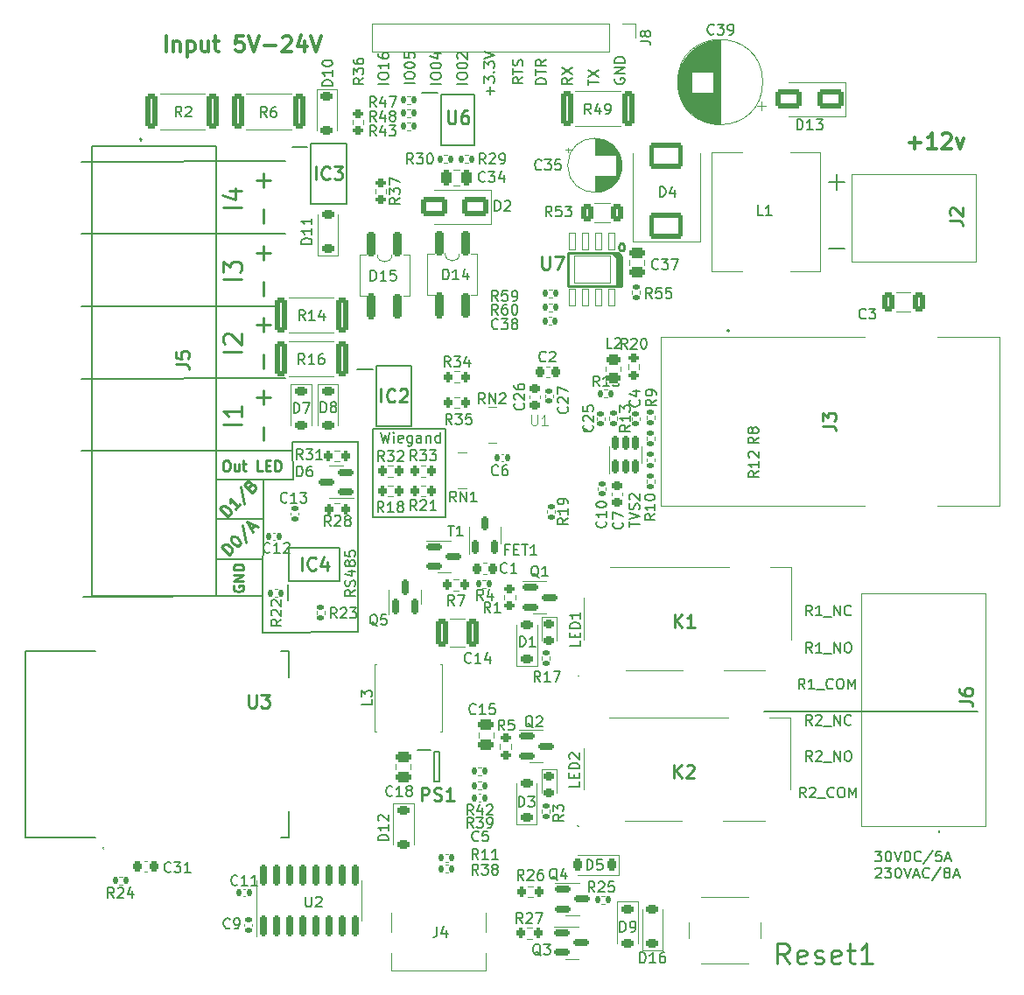
<source format=gto>
G04 #@! TF.GenerationSoftware,KiCad,Pcbnew,7.0.8*
G04 #@! TF.CreationDate,2024-01-02T14:17:18+01:00*
G04 #@! TF.ProjectId,ESP32-POE-Wiegand-Relay-REV-B,45535033-322d-4504-9f45-2d5769656761,rev?*
G04 #@! TF.SameCoordinates,Original*
G04 #@! TF.FileFunction,Legend,Top*
G04 #@! TF.FilePolarity,Positive*
%FSLAX46Y46*%
G04 Gerber Fmt 4.6, Leading zero omitted, Abs format (unit mm)*
G04 Created by KiCad (PCBNEW 7.0.8) date 2024-01-02 14:17:18*
%MOMM*%
%LPD*%
G01*
G04 APERTURE LIST*
G04 Aperture macros list*
%AMRoundRect*
0 Rectangle with rounded corners*
0 $1 Rounding radius*
0 $2 $3 $4 $5 $6 $7 $8 $9 X,Y pos of 4 corners*
0 Add a 4 corners polygon primitive as box body*
4,1,4,$2,$3,$4,$5,$6,$7,$8,$9,$2,$3,0*
0 Add four circle primitives for the rounded corners*
1,1,$1+$1,$2,$3*
1,1,$1+$1,$4,$5*
1,1,$1+$1,$6,$7*
1,1,$1+$1,$8,$9*
0 Add four rect primitives between the rounded corners*
20,1,$1+$1,$2,$3,$4,$5,0*
20,1,$1+$1,$4,$5,$6,$7,0*
20,1,$1+$1,$6,$7,$8,$9,0*
20,1,$1+$1,$8,$9,$2,$3,0*%
G04 Aperture macros list end*
%ADD10C,0.150000*%
%ADD11C,0.000000*%
%ADD12C,0.250000*%
%ADD13C,0.300000*%
%ADD14C,0.200000*%
%ADD15C,0.254000*%
%ADD16C,0.125000*%
%ADD17C,0.120000*%
%ADD18C,0.100000*%
%ADD19R,1.250000X0.600000*%
%ADD20RoundRect,0.225000X-0.225000X1.025000X-0.225000X-1.025000X0.225000X-1.025000X0.225000X1.025000X0*%
%ADD21RoundRect,0.225000X-0.225000X0.975000X-0.225000X-0.975000X0.225000X-0.975000X0.225000X0.975000X0*%
%ADD22RoundRect,0.225000X-0.375000X0.225000X-0.375000X-0.225000X0.375000X-0.225000X0.375000X0.225000X0*%
%ADD23R,0.900000X0.400000*%
%ADD24R,0.300000X0.850000*%
%ADD25R,0.850000X0.300000*%
%ADD26R,3.400000X3.400000*%
%ADD27RoundRect,0.200000X-0.200000X-0.275000X0.200000X-0.275000X0.200000X0.275000X-0.200000X0.275000X0*%
%ADD28R,4.100000X4.100000*%
%ADD29RoundRect,0.250000X-0.362500X-1.425000X0.362500X-1.425000X0.362500X1.425000X-0.362500X1.425000X0*%
%ADD30RoundRect,0.150000X-0.587500X-0.150000X0.587500X-0.150000X0.587500X0.150000X-0.587500X0.150000X0*%
%ADD31RoundRect,0.250000X1.000000X0.650000X-1.000000X0.650000X-1.000000X-0.650000X1.000000X-0.650000X0*%
%ADD32RoundRect,0.250000X-0.475000X0.250000X-0.475000X-0.250000X0.475000X-0.250000X0.475000X0.250000X0*%
%ADD33RoundRect,0.250000X1.400000X1.000000X-1.400000X1.000000X-1.400000X-1.000000X1.400000X-1.000000X0*%
%ADD34R,1.528000X0.650000*%
%ADD35RoundRect,0.135000X-0.185000X0.135000X-0.185000X-0.135000X0.185000X-0.135000X0.185000X0.135000X0*%
%ADD36RoundRect,0.225000X-0.250000X0.225000X-0.250000X-0.225000X0.250000X-0.225000X0.250000X0.225000X0*%
%ADD37RoundRect,0.218750X-0.256250X0.218750X-0.256250X-0.218750X0.256250X-0.218750X0.256250X0.218750X0*%
%ADD38RoundRect,0.135000X-0.135000X-0.185000X0.135000X-0.185000X0.135000X0.185000X-0.135000X0.185000X0*%
%ADD39C,1.500000*%
%ADD40R,5.700000X1.700000*%
%ADD41RoundRect,0.250000X0.475000X-0.250000X0.475000X0.250000X-0.475000X0.250000X-0.475000X-0.250000X0*%
%ADD42R,1.600000X1.600000*%
%ADD43C,1.600000*%
%ADD44RoundRect,0.150000X0.150000X-0.512500X0.150000X0.512500X-0.150000X0.512500X-0.150000X-0.512500X0*%
%ADD45RoundRect,0.200000X0.200000X0.275000X-0.200000X0.275000X-0.200000X-0.275000X0.200000X-0.275000X0*%
%ADD46RoundRect,0.140000X0.170000X-0.140000X0.170000X0.140000X-0.170000X0.140000X-0.170000X-0.140000X0*%
%ADD47RoundRect,0.135000X0.135000X0.185000X-0.135000X0.185000X-0.135000X-0.185000X0.135000X-0.185000X0*%
%ADD48C,6.400000*%
%ADD49RoundRect,0.225000X0.225000X0.375000X-0.225000X0.375000X-0.225000X-0.375000X0.225000X-0.375000X0*%
%ADD50RoundRect,0.135000X0.185000X-0.135000X0.185000X0.135000X-0.185000X0.135000X-0.185000X-0.135000X0*%
%ADD51R,0.900000X1.500000*%
%ADD52R,1.500000X0.900000*%
%ADD53R,0.900000X0.900000*%
%ADD54RoundRect,0.250000X-0.450000X0.262500X-0.450000X-0.262500X0.450000X-0.262500X0.450000X0.262500X0*%
%ADD55RoundRect,0.140000X0.140000X0.170000X-0.140000X0.170000X-0.140000X-0.170000X0.140000X-0.170000X0*%
%ADD56R,1.700000X1.700000*%
%ADD57O,1.700000X1.700000*%
%ADD58R,1.450000X0.700000*%
%ADD59C,0.650000*%
%ADD60R,0.600000X1.240000*%
%ADD61R,0.300000X1.240000*%
%ADD62O,1.000000X2.100000*%
%ADD63O,1.000000X1.800000*%
%ADD64C,3.250000*%
%ADD65C,1.550000*%
%ADD66C,1.200000*%
%ADD67C,1.650000*%
%ADD68C,2.355000*%
%ADD69RoundRect,0.225000X0.375000X-0.225000X0.375000X0.225000X-0.375000X0.225000X-0.375000X-0.225000X0*%
%ADD70RoundRect,0.150000X0.150000X-0.825000X0.150000X0.825000X-0.150000X0.825000X-0.150000X-0.825000X0*%
%ADD71C,2.100000*%
%ADD72RoundRect,0.225000X0.225000X0.250000X-0.225000X0.250000X-0.225000X-0.250000X0.225000X-0.250000X0*%
%ADD73R,0.650000X1.528000*%
%ADD74RoundRect,0.050800X0.300000X0.800000X-0.300000X0.800000X-0.300000X-0.800000X0.300000X-0.800000X0*%
%ADD75RoundRect,0.050800X1.755000X1.310000X-1.755000X1.310000X-1.755000X-1.310000X1.755000X-1.310000X0*%
%ADD76RoundRect,0.150000X0.150000X-0.587500X0.150000X0.587500X-0.150000X0.587500X-0.150000X-0.587500X0*%
%ADD77RoundRect,0.150000X0.587500X0.150000X-0.587500X0.150000X-0.587500X-0.150000X0.587500X-0.150000X0*%
%ADD78RoundRect,0.140000X-0.170000X0.140000X-0.170000X-0.140000X0.170000X-0.140000X0.170000X0.140000X0*%
%ADD79RoundRect,0.250000X0.325000X1.100000X-0.325000X1.100000X-0.325000X-1.100000X0.325000X-1.100000X0*%
%ADD80RoundRect,0.200000X0.275000X-0.200000X0.275000X0.200000X-0.275000X0.200000X-0.275000X-0.200000X0*%
%ADD81RoundRect,0.200000X-0.275000X0.200000X-0.275000X-0.200000X0.275000X-0.200000X0.275000X0.200000X0*%
%ADD82RoundRect,0.250000X0.312500X0.625000X-0.312500X0.625000X-0.312500X-0.625000X0.312500X-0.625000X0*%
%ADD83RoundRect,0.140000X-0.140000X-0.170000X0.140000X-0.170000X0.140000X0.170000X-0.140000X0.170000X0*%
%ADD84RoundRect,0.250000X-0.325000X-0.650000X0.325000X-0.650000X0.325000X0.650000X-0.325000X0.650000X0*%
%ADD85RoundRect,0.225000X0.250000X-0.225000X0.250000X0.225000X-0.250000X0.225000X-0.250000X-0.225000X0*%
%ADD86RoundRect,0.250000X0.250000X0.475000X-0.250000X0.475000X-0.250000X-0.475000X0.250000X-0.475000X0*%
%ADD87C,2.000000*%
G04 APERTURE END LIST*
D10*
X250474874Y-36045533D02*
X251998684Y-36045533D01*
X251236779Y-36807438D02*
X251236779Y-35283628D01*
X250474874Y-42485533D02*
X251998684Y-42485533D01*
X204950000Y-79550000D02*
X195700000Y-79600000D01*
D11*
G36*
X191588249Y-110449957D02*
G01*
X191588249Y-110448104D01*
X191588894Y-110448104D01*
X191588249Y-110449957D01*
G37*
D10*
X198612500Y-64800000D02*
X198550000Y-61150000D01*
X191200000Y-64800000D02*
X195800000Y-64800000D01*
X178175000Y-34037500D02*
X197900000Y-34000000D01*
X195787500Y-64800000D02*
X198612500Y-64800000D01*
X178350000Y-76175000D02*
X195700000Y-76100000D01*
X191200000Y-68600000D02*
X195700000Y-68600000D01*
X191200000Y-72500000D02*
X195700000Y-72500000D01*
X198550000Y-61150000D02*
X204950000Y-61150000D01*
X206350000Y-59900000D02*
X213400000Y-59900000D01*
X213400000Y-68450000D01*
X206350000Y-68450000D01*
X206350000Y-59900000D01*
X195700000Y-79600000D02*
X195800000Y-64800000D01*
X204950000Y-61100000D02*
X204950000Y-79500000D01*
X178175000Y-41037500D02*
X197900000Y-41000000D01*
X244237500Y-87218750D02*
X264900000Y-87200000D01*
D11*
G36*
X196498121Y-110405507D02*
G01*
X196496271Y-110405491D01*
X196496271Y-110403654D01*
X196498121Y-110405507D01*
G37*
D10*
X178175000Y-62037500D02*
X198550000Y-62050000D01*
X178175000Y-55037500D02*
X197900000Y-55000000D01*
X178175000Y-48037500D02*
X197900000Y-48000000D01*
X215489819Y-26513220D02*
X214489819Y-26513220D01*
X214489819Y-25846554D02*
X214489819Y-25656078D01*
X214489819Y-25656078D02*
X214537438Y-25560840D01*
X214537438Y-25560840D02*
X214632676Y-25465602D01*
X214632676Y-25465602D02*
X214823152Y-25417983D01*
X214823152Y-25417983D02*
X215156485Y-25417983D01*
X215156485Y-25417983D02*
X215346961Y-25465602D01*
X215346961Y-25465602D02*
X215442200Y-25560840D01*
X215442200Y-25560840D02*
X215489819Y-25656078D01*
X215489819Y-25656078D02*
X215489819Y-25846554D01*
X215489819Y-25846554D02*
X215442200Y-25941792D01*
X215442200Y-25941792D02*
X215346961Y-26037030D01*
X215346961Y-26037030D02*
X215156485Y-26084649D01*
X215156485Y-26084649D02*
X214823152Y-26084649D01*
X214823152Y-26084649D02*
X214632676Y-26037030D01*
X214632676Y-26037030D02*
X214537438Y-25941792D01*
X214537438Y-25941792D02*
X214489819Y-25846554D01*
X214489819Y-24798935D02*
X214489819Y-24703697D01*
X214489819Y-24703697D02*
X214537438Y-24608459D01*
X214537438Y-24608459D02*
X214585057Y-24560840D01*
X214585057Y-24560840D02*
X214680295Y-24513221D01*
X214680295Y-24513221D02*
X214870771Y-24465602D01*
X214870771Y-24465602D02*
X215108866Y-24465602D01*
X215108866Y-24465602D02*
X215299342Y-24513221D01*
X215299342Y-24513221D02*
X215394580Y-24560840D01*
X215394580Y-24560840D02*
X215442200Y-24608459D01*
X215442200Y-24608459D02*
X215489819Y-24703697D01*
X215489819Y-24703697D02*
X215489819Y-24798935D01*
X215489819Y-24798935D02*
X215442200Y-24894173D01*
X215442200Y-24894173D02*
X215394580Y-24941792D01*
X215394580Y-24941792D02*
X215299342Y-24989411D01*
X215299342Y-24989411D02*
X215108866Y-25037030D01*
X215108866Y-25037030D02*
X214870771Y-25037030D01*
X214870771Y-25037030D02*
X214680295Y-24989411D01*
X214680295Y-24989411D02*
X214585057Y-24941792D01*
X214585057Y-24941792D02*
X214537438Y-24894173D01*
X214537438Y-24894173D02*
X214489819Y-24798935D01*
X214585057Y-24084649D02*
X214537438Y-24037030D01*
X214537438Y-24037030D02*
X214489819Y-23941792D01*
X214489819Y-23941792D02*
X214489819Y-23703697D01*
X214489819Y-23703697D02*
X214537438Y-23608459D01*
X214537438Y-23608459D02*
X214585057Y-23560840D01*
X214585057Y-23560840D02*
X214680295Y-23513221D01*
X214680295Y-23513221D02*
X214775533Y-23513221D01*
X214775533Y-23513221D02*
X214918390Y-23560840D01*
X214918390Y-23560840D02*
X215489819Y-24132268D01*
X215489819Y-24132268D02*
X215489819Y-23513221D01*
D12*
X192497112Y-72094122D02*
X191719294Y-71316305D01*
X191719294Y-71316305D02*
X191904489Y-71131110D01*
X191904489Y-71131110D02*
X192052645Y-71057033D01*
X192052645Y-71057033D02*
X192200800Y-71057033D01*
X192200800Y-71057033D02*
X192311917Y-71094071D01*
X192311917Y-71094071D02*
X192497112Y-71205188D01*
X192497112Y-71205188D02*
X192608228Y-71316305D01*
X192608228Y-71316305D02*
X192719345Y-71501500D01*
X192719345Y-71501500D02*
X192756384Y-71612616D01*
X192756384Y-71612616D02*
X192756384Y-71760772D01*
X192756384Y-71760772D02*
X192682306Y-71908928D01*
X192682306Y-71908928D02*
X192497112Y-72094122D01*
X192645267Y-70390332D02*
X192719345Y-70316254D01*
X192719345Y-70316254D02*
X192830462Y-70279215D01*
X192830462Y-70279215D02*
X192904540Y-70279215D01*
X192904540Y-70279215D02*
X193015657Y-70316254D01*
X193015657Y-70316254D02*
X193200851Y-70427371D01*
X193200851Y-70427371D02*
X193386046Y-70612565D01*
X193386046Y-70612565D02*
X193497163Y-70797760D01*
X193497163Y-70797760D02*
X193534202Y-70908877D01*
X193534202Y-70908877D02*
X193534202Y-70982955D01*
X193534202Y-70982955D02*
X193497163Y-71094071D01*
X193497163Y-71094071D02*
X193423085Y-71168149D01*
X193423085Y-71168149D02*
X193311968Y-71205188D01*
X193311968Y-71205188D02*
X193237890Y-71205188D01*
X193237890Y-71205188D02*
X193126773Y-71168149D01*
X193126773Y-71168149D02*
X192941579Y-71057033D01*
X192941579Y-71057033D02*
X192756384Y-70871838D01*
X192756384Y-70871838D02*
X192645267Y-70686643D01*
X192645267Y-70686643D02*
X192608228Y-70575526D01*
X192608228Y-70575526D02*
X192608228Y-70501449D01*
X192608228Y-70501449D02*
X192645267Y-70390332D01*
X193756435Y-69205086D02*
X194089785Y-70871838D01*
X194571292Y-69575475D02*
X194941681Y-69205086D01*
X194719447Y-69871787D02*
X194200902Y-68834697D01*
X194200902Y-68834697D02*
X195237992Y-69353242D01*
D10*
X207869819Y-26513220D02*
X206869819Y-26513220D01*
X206869819Y-25846554D02*
X206869819Y-25656078D01*
X206869819Y-25656078D02*
X206917438Y-25560840D01*
X206917438Y-25560840D02*
X207012676Y-25465602D01*
X207012676Y-25465602D02*
X207203152Y-25417983D01*
X207203152Y-25417983D02*
X207536485Y-25417983D01*
X207536485Y-25417983D02*
X207726961Y-25465602D01*
X207726961Y-25465602D02*
X207822200Y-25560840D01*
X207822200Y-25560840D02*
X207869819Y-25656078D01*
X207869819Y-25656078D02*
X207869819Y-25846554D01*
X207869819Y-25846554D02*
X207822200Y-25941792D01*
X207822200Y-25941792D02*
X207726961Y-26037030D01*
X207726961Y-26037030D02*
X207536485Y-26084649D01*
X207536485Y-26084649D02*
X207203152Y-26084649D01*
X207203152Y-26084649D02*
X207012676Y-26037030D01*
X207012676Y-26037030D02*
X206917438Y-25941792D01*
X206917438Y-25941792D02*
X206869819Y-25846554D01*
X207869819Y-24465602D02*
X207869819Y-25037030D01*
X207869819Y-24751316D02*
X206869819Y-24751316D01*
X206869819Y-24751316D02*
X207012676Y-24846554D01*
X207012676Y-24846554D02*
X207107914Y-24941792D01*
X207107914Y-24941792D02*
X207155533Y-25037030D01*
X206869819Y-23608459D02*
X206869819Y-23798935D01*
X206869819Y-23798935D02*
X206917438Y-23894173D01*
X206917438Y-23894173D02*
X206965057Y-23941792D01*
X206965057Y-23941792D02*
X207107914Y-24037030D01*
X207107914Y-24037030D02*
X207298390Y-24084649D01*
X207298390Y-24084649D02*
X207679342Y-24084649D01*
X207679342Y-24084649D02*
X207774580Y-24037030D01*
X207774580Y-24037030D02*
X207822200Y-23989411D01*
X207822200Y-23989411D02*
X207869819Y-23894173D01*
X207869819Y-23894173D02*
X207869819Y-23703697D01*
X207869819Y-23703697D02*
X207822200Y-23608459D01*
X207822200Y-23608459D02*
X207774580Y-23560840D01*
X207774580Y-23560840D02*
X207679342Y-23513221D01*
X207679342Y-23513221D02*
X207441247Y-23513221D01*
X207441247Y-23513221D02*
X207346009Y-23560840D01*
X207346009Y-23560840D02*
X207298390Y-23608459D01*
X207298390Y-23608459D02*
X207250771Y-23703697D01*
X207250771Y-23703697D02*
X207250771Y-23894173D01*
X207250771Y-23894173D02*
X207298390Y-23989411D01*
X207298390Y-23989411D02*
X207346009Y-24037030D01*
X207346009Y-24037030D02*
X207441247Y-24084649D01*
D13*
X258228571Y-32229400D02*
X259371429Y-32229400D01*
X258800000Y-32800828D02*
X258800000Y-31657971D01*
X260871429Y-32800828D02*
X260014286Y-32800828D01*
X260442857Y-32800828D02*
X260442857Y-31300828D01*
X260442857Y-31300828D02*
X260300000Y-31515114D01*
X260300000Y-31515114D02*
X260157143Y-31657971D01*
X260157143Y-31657971D02*
X260014286Y-31729400D01*
X261442857Y-31443685D02*
X261514285Y-31372257D01*
X261514285Y-31372257D02*
X261657143Y-31300828D01*
X261657143Y-31300828D02*
X262014285Y-31300828D01*
X262014285Y-31300828D02*
X262157143Y-31372257D01*
X262157143Y-31372257D02*
X262228571Y-31443685D01*
X262228571Y-31443685D02*
X262300000Y-31586542D01*
X262300000Y-31586542D02*
X262300000Y-31729400D01*
X262300000Y-31729400D02*
X262228571Y-31943685D01*
X262228571Y-31943685D02*
X261371428Y-32800828D01*
X261371428Y-32800828D02*
X262300000Y-32800828D01*
X262799999Y-31800828D02*
X263157142Y-32800828D01*
X263157142Y-32800828D02*
X263514285Y-31800828D01*
D12*
X192093044Y-62964619D02*
X192283520Y-62964619D01*
X192283520Y-62964619D02*
X192378758Y-63012238D01*
X192378758Y-63012238D02*
X192473996Y-63107476D01*
X192473996Y-63107476D02*
X192521615Y-63297952D01*
X192521615Y-63297952D02*
X192521615Y-63631285D01*
X192521615Y-63631285D02*
X192473996Y-63821761D01*
X192473996Y-63821761D02*
X192378758Y-63917000D01*
X192378758Y-63917000D02*
X192283520Y-63964619D01*
X192283520Y-63964619D02*
X192093044Y-63964619D01*
X192093044Y-63964619D02*
X191997806Y-63917000D01*
X191997806Y-63917000D02*
X191902568Y-63821761D01*
X191902568Y-63821761D02*
X191854949Y-63631285D01*
X191854949Y-63631285D02*
X191854949Y-63297952D01*
X191854949Y-63297952D02*
X191902568Y-63107476D01*
X191902568Y-63107476D02*
X191997806Y-63012238D01*
X191997806Y-63012238D02*
X192093044Y-62964619D01*
X193378758Y-63297952D02*
X193378758Y-63964619D01*
X192950187Y-63297952D02*
X192950187Y-63821761D01*
X192950187Y-63821761D02*
X192997806Y-63917000D01*
X192997806Y-63917000D02*
X193093044Y-63964619D01*
X193093044Y-63964619D02*
X193235901Y-63964619D01*
X193235901Y-63964619D02*
X193331139Y-63917000D01*
X193331139Y-63917000D02*
X193378758Y-63869380D01*
X193712092Y-63297952D02*
X194093044Y-63297952D01*
X193854949Y-62964619D02*
X193854949Y-63821761D01*
X193854949Y-63821761D02*
X193902568Y-63917000D01*
X193902568Y-63917000D02*
X193997806Y-63964619D01*
X193997806Y-63964619D02*
X194093044Y-63964619D01*
X195664473Y-63964619D02*
X195188283Y-63964619D01*
X195188283Y-63964619D02*
X195188283Y-62964619D01*
X195997807Y-63440809D02*
X196331140Y-63440809D01*
X196473997Y-63964619D02*
X195997807Y-63964619D01*
X195997807Y-63964619D02*
X195997807Y-62964619D01*
X195997807Y-62964619D02*
X196473997Y-62964619D01*
X196902569Y-63964619D02*
X196902569Y-62964619D01*
X196902569Y-62964619D02*
X197140664Y-62964619D01*
X197140664Y-62964619D02*
X197283521Y-63012238D01*
X197283521Y-63012238D02*
X197378759Y-63107476D01*
X197378759Y-63107476D02*
X197426378Y-63202714D01*
X197426378Y-63202714D02*
X197473997Y-63393190D01*
X197473997Y-63393190D02*
X197473997Y-63536047D01*
X197473997Y-63536047D02*
X197426378Y-63726523D01*
X197426378Y-63726523D02*
X197378759Y-63821761D01*
X197378759Y-63821761D02*
X197283521Y-63917000D01*
X197283521Y-63917000D02*
X197140664Y-63964619D01*
X197140664Y-63964619D02*
X196902569Y-63964619D01*
D10*
X225649819Y-25941792D02*
X225173628Y-26275125D01*
X225649819Y-26513220D02*
X224649819Y-26513220D01*
X224649819Y-26513220D02*
X224649819Y-26132268D01*
X224649819Y-26132268D02*
X224697438Y-26037030D01*
X224697438Y-26037030D02*
X224745057Y-25989411D01*
X224745057Y-25989411D02*
X224840295Y-25941792D01*
X224840295Y-25941792D02*
X224983152Y-25941792D01*
X224983152Y-25941792D02*
X225078390Y-25989411D01*
X225078390Y-25989411D02*
X225126009Y-26037030D01*
X225126009Y-26037030D02*
X225173628Y-26132268D01*
X225173628Y-26132268D02*
X225173628Y-26513220D01*
X224649819Y-25608458D02*
X225649819Y-24941792D01*
X224649819Y-24941792D02*
X225649819Y-25608458D01*
D14*
X248841101Y-88567219D02*
X248507768Y-88091028D01*
X248269673Y-88567219D02*
X248269673Y-87567219D01*
X248269673Y-87567219D02*
X248650625Y-87567219D01*
X248650625Y-87567219D02*
X248745863Y-87614838D01*
X248745863Y-87614838D02*
X248793482Y-87662457D01*
X248793482Y-87662457D02*
X248841101Y-87757695D01*
X248841101Y-87757695D02*
X248841101Y-87900552D01*
X248841101Y-87900552D02*
X248793482Y-87995790D01*
X248793482Y-87995790D02*
X248745863Y-88043409D01*
X248745863Y-88043409D02*
X248650625Y-88091028D01*
X248650625Y-88091028D02*
X248269673Y-88091028D01*
X249222054Y-87662457D02*
X249269673Y-87614838D01*
X249269673Y-87614838D02*
X249364911Y-87567219D01*
X249364911Y-87567219D02*
X249603006Y-87567219D01*
X249603006Y-87567219D02*
X249698244Y-87614838D01*
X249698244Y-87614838D02*
X249745863Y-87662457D01*
X249745863Y-87662457D02*
X249793482Y-87757695D01*
X249793482Y-87757695D02*
X249793482Y-87852933D01*
X249793482Y-87852933D02*
X249745863Y-87995790D01*
X249745863Y-87995790D02*
X249174435Y-88567219D01*
X249174435Y-88567219D02*
X249793482Y-88567219D01*
X249983959Y-88662457D02*
X250745863Y-88662457D01*
X250983959Y-88567219D02*
X250983959Y-87567219D01*
X250983959Y-87567219D02*
X251555387Y-88567219D01*
X251555387Y-88567219D02*
X251555387Y-87567219D01*
X252603006Y-88471980D02*
X252555387Y-88519600D01*
X252555387Y-88519600D02*
X252412530Y-88567219D01*
X252412530Y-88567219D02*
X252317292Y-88567219D01*
X252317292Y-88567219D02*
X252174435Y-88519600D01*
X252174435Y-88519600D02*
X252079197Y-88424361D01*
X252079197Y-88424361D02*
X252031578Y-88329123D01*
X252031578Y-88329123D02*
X251983959Y-88138647D01*
X251983959Y-88138647D02*
X251983959Y-87995790D01*
X251983959Y-87995790D02*
X252031578Y-87805314D01*
X252031578Y-87805314D02*
X252079197Y-87710076D01*
X252079197Y-87710076D02*
X252174435Y-87614838D01*
X252174435Y-87614838D02*
X252317292Y-87567219D01*
X252317292Y-87567219D02*
X252412530Y-87567219D01*
X252412530Y-87567219D02*
X252555387Y-87614838D01*
X252555387Y-87614838D02*
X252603006Y-87662457D01*
D13*
X186354510Y-23400828D02*
X186354510Y-21900828D01*
X187068796Y-22400828D02*
X187068796Y-23400828D01*
X187068796Y-22543685D02*
X187140225Y-22472257D01*
X187140225Y-22472257D02*
X187283082Y-22400828D01*
X187283082Y-22400828D02*
X187497368Y-22400828D01*
X187497368Y-22400828D02*
X187640225Y-22472257D01*
X187640225Y-22472257D02*
X187711654Y-22615114D01*
X187711654Y-22615114D02*
X187711654Y-23400828D01*
X188425939Y-22400828D02*
X188425939Y-23900828D01*
X188425939Y-22472257D02*
X188568797Y-22400828D01*
X188568797Y-22400828D02*
X188854511Y-22400828D01*
X188854511Y-22400828D02*
X188997368Y-22472257D01*
X188997368Y-22472257D02*
X189068797Y-22543685D01*
X189068797Y-22543685D02*
X189140225Y-22686542D01*
X189140225Y-22686542D02*
X189140225Y-23115114D01*
X189140225Y-23115114D02*
X189068797Y-23257971D01*
X189068797Y-23257971D02*
X188997368Y-23329400D01*
X188997368Y-23329400D02*
X188854511Y-23400828D01*
X188854511Y-23400828D02*
X188568797Y-23400828D01*
X188568797Y-23400828D02*
X188425939Y-23329400D01*
X190425940Y-22400828D02*
X190425940Y-23400828D01*
X189783082Y-22400828D02*
X189783082Y-23186542D01*
X189783082Y-23186542D02*
X189854511Y-23329400D01*
X189854511Y-23329400D02*
X189997368Y-23400828D01*
X189997368Y-23400828D02*
X190211654Y-23400828D01*
X190211654Y-23400828D02*
X190354511Y-23329400D01*
X190354511Y-23329400D02*
X190425940Y-23257971D01*
X190925940Y-22400828D02*
X191497368Y-22400828D01*
X191140225Y-21900828D02*
X191140225Y-23186542D01*
X191140225Y-23186542D02*
X191211654Y-23329400D01*
X191211654Y-23329400D02*
X191354511Y-23400828D01*
X191354511Y-23400828D02*
X191497368Y-23400828D01*
X193854511Y-21900828D02*
X193140225Y-21900828D01*
X193140225Y-21900828D02*
X193068797Y-22615114D01*
X193068797Y-22615114D02*
X193140225Y-22543685D01*
X193140225Y-22543685D02*
X193283083Y-22472257D01*
X193283083Y-22472257D02*
X193640225Y-22472257D01*
X193640225Y-22472257D02*
X193783083Y-22543685D01*
X193783083Y-22543685D02*
X193854511Y-22615114D01*
X193854511Y-22615114D02*
X193925940Y-22757971D01*
X193925940Y-22757971D02*
X193925940Y-23115114D01*
X193925940Y-23115114D02*
X193854511Y-23257971D01*
X193854511Y-23257971D02*
X193783083Y-23329400D01*
X193783083Y-23329400D02*
X193640225Y-23400828D01*
X193640225Y-23400828D02*
X193283083Y-23400828D01*
X193283083Y-23400828D02*
X193140225Y-23329400D01*
X193140225Y-23329400D02*
X193068797Y-23257971D01*
X194354511Y-21900828D02*
X194854511Y-23400828D01*
X194854511Y-23400828D02*
X195354511Y-21900828D01*
X195854510Y-22829400D02*
X196997368Y-22829400D01*
X197640225Y-22043685D02*
X197711653Y-21972257D01*
X197711653Y-21972257D02*
X197854511Y-21900828D01*
X197854511Y-21900828D02*
X198211653Y-21900828D01*
X198211653Y-21900828D02*
X198354511Y-21972257D01*
X198354511Y-21972257D02*
X198425939Y-22043685D01*
X198425939Y-22043685D02*
X198497368Y-22186542D01*
X198497368Y-22186542D02*
X198497368Y-22329400D01*
X198497368Y-22329400D02*
X198425939Y-22543685D01*
X198425939Y-22543685D02*
X197568796Y-23400828D01*
X197568796Y-23400828D02*
X198497368Y-23400828D01*
X199783082Y-22400828D02*
X199783082Y-23400828D01*
X199425939Y-21829400D02*
X199068796Y-22900828D01*
X199068796Y-22900828D02*
X199997367Y-22900828D01*
X200354510Y-21900828D02*
X200854510Y-23400828D01*
X200854510Y-23400828D02*
X201354510Y-21900828D01*
D10*
X220869819Y-25891792D02*
X220393628Y-26225125D01*
X220869819Y-26463220D02*
X219869819Y-26463220D01*
X219869819Y-26463220D02*
X219869819Y-26082268D01*
X219869819Y-26082268D02*
X219917438Y-25987030D01*
X219917438Y-25987030D02*
X219965057Y-25939411D01*
X219965057Y-25939411D02*
X220060295Y-25891792D01*
X220060295Y-25891792D02*
X220203152Y-25891792D01*
X220203152Y-25891792D02*
X220298390Y-25939411D01*
X220298390Y-25939411D02*
X220346009Y-25987030D01*
X220346009Y-25987030D02*
X220393628Y-26082268D01*
X220393628Y-26082268D02*
X220393628Y-26463220D01*
X219869819Y-25606077D02*
X219869819Y-25034649D01*
X220869819Y-25320363D02*
X219869819Y-25320363D01*
X220822200Y-24748934D02*
X220869819Y-24606077D01*
X220869819Y-24606077D02*
X220869819Y-24367982D01*
X220869819Y-24367982D02*
X220822200Y-24272744D01*
X220822200Y-24272744D02*
X220774580Y-24225125D01*
X220774580Y-24225125D02*
X220679342Y-24177506D01*
X220679342Y-24177506D02*
X220584104Y-24177506D01*
X220584104Y-24177506D02*
X220488866Y-24225125D01*
X220488866Y-24225125D02*
X220441247Y-24272744D01*
X220441247Y-24272744D02*
X220393628Y-24367982D01*
X220393628Y-24367982D02*
X220346009Y-24558458D01*
X220346009Y-24558458D02*
X220298390Y-24653696D01*
X220298390Y-24653696D02*
X220250771Y-24701315D01*
X220250771Y-24701315D02*
X220155533Y-24748934D01*
X220155533Y-24748934D02*
X220060295Y-24748934D01*
X220060295Y-24748934D02*
X219965057Y-24701315D01*
X219965057Y-24701315D02*
X219917438Y-24653696D01*
X219917438Y-24653696D02*
X219869819Y-24558458D01*
X219869819Y-24558458D02*
X219869819Y-24320363D01*
X219869819Y-24320363D02*
X219917438Y-24177506D01*
D12*
X193637834Y-38433333D02*
X191887834Y-38433333D01*
X192471167Y-36850000D02*
X193637834Y-36850000D01*
X191804501Y-37266667D02*
X193054501Y-37683333D01*
X193054501Y-37683333D02*
X193054501Y-36600000D01*
X195788667Y-40016666D02*
X195788667Y-38683333D01*
X195788667Y-36516666D02*
X195788667Y-35183333D01*
X196455334Y-35849999D02*
X195122001Y-35849999D01*
D10*
X217738866Y-27563220D02*
X217738866Y-26801316D01*
X218119819Y-27182268D02*
X217357914Y-27182268D01*
X217119819Y-26420363D02*
X217119819Y-25801316D01*
X217119819Y-25801316D02*
X217500771Y-26134649D01*
X217500771Y-26134649D02*
X217500771Y-25991792D01*
X217500771Y-25991792D02*
X217548390Y-25896554D01*
X217548390Y-25896554D02*
X217596009Y-25848935D01*
X217596009Y-25848935D02*
X217691247Y-25801316D01*
X217691247Y-25801316D02*
X217929342Y-25801316D01*
X217929342Y-25801316D02*
X218024580Y-25848935D01*
X218024580Y-25848935D02*
X218072200Y-25896554D01*
X218072200Y-25896554D02*
X218119819Y-25991792D01*
X218119819Y-25991792D02*
X218119819Y-26277506D01*
X218119819Y-26277506D02*
X218072200Y-26372744D01*
X218072200Y-26372744D02*
X218024580Y-26420363D01*
X218024580Y-25372744D02*
X218072200Y-25325125D01*
X218072200Y-25325125D02*
X218119819Y-25372744D01*
X218119819Y-25372744D02*
X218072200Y-25420363D01*
X218072200Y-25420363D02*
X218024580Y-25372744D01*
X218024580Y-25372744D02*
X218119819Y-25372744D01*
X217119819Y-24991792D02*
X217119819Y-24372745D01*
X217119819Y-24372745D02*
X217500771Y-24706078D01*
X217500771Y-24706078D02*
X217500771Y-24563221D01*
X217500771Y-24563221D02*
X217548390Y-24467983D01*
X217548390Y-24467983D02*
X217596009Y-24420364D01*
X217596009Y-24420364D02*
X217691247Y-24372745D01*
X217691247Y-24372745D02*
X217929342Y-24372745D01*
X217929342Y-24372745D02*
X218024580Y-24420364D01*
X218024580Y-24420364D02*
X218072200Y-24467983D01*
X218072200Y-24467983D02*
X218119819Y-24563221D01*
X218119819Y-24563221D02*
X218119819Y-24848935D01*
X218119819Y-24848935D02*
X218072200Y-24944173D01*
X218072200Y-24944173D02*
X218024580Y-24991792D01*
X217119819Y-24087030D02*
X218119819Y-23753697D01*
X218119819Y-23753697D02*
X217119819Y-23420364D01*
D14*
X248841101Y-77967219D02*
X248507768Y-77491028D01*
X248269673Y-77967219D02*
X248269673Y-76967219D01*
X248269673Y-76967219D02*
X248650625Y-76967219D01*
X248650625Y-76967219D02*
X248745863Y-77014838D01*
X248745863Y-77014838D02*
X248793482Y-77062457D01*
X248793482Y-77062457D02*
X248841101Y-77157695D01*
X248841101Y-77157695D02*
X248841101Y-77300552D01*
X248841101Y-77300552D02*
X248793482Y-77395790D01*
X248793482Y-77395790D02*
X248745863Y-77443409D01*
X248745863Y-77443409D02*
X248650625Y-77491028D01*
X248650625Y-77491028D02*
X248269673Y-77491028D01*
X249793482Y-77967219D02*
X249222054Y-77967219D01*
X249507768Y-77967219D02*
X249507768Y-76967219D01*
X249507768Y-76967219D02*
X249412530Y-77110076D01*
X249412530Y-77110076D02*
X249317292Y-77205314D01*
X249317292Y-77205314D02*
X249222054Y-77252933D01*
X249983959Y-78062457D02*
X250745863Y-78062457D01*
X250983959Y-77967219D02*
X250983959Y-76967219D01*
X250983959Y-76967219D02*
X251555387Y-77967219D01*
X251555387Y-77967219D02*
X251555387Y-76967219D01*
X252603006Y-77871980D02*
X252555387Y-77919600D01*
X252555387Y-77919600D02*
X252412530Y-77967219D01*
X252412530Y-77967219D02*
X252317292Y-77967219D01*
X252317292Y-77967219D02*
X252174435Y-77919600D01*
X252174435Y-77919600D02*
X252079197Y-77824361D01*
X252079197Y-77824361D02*
X252031578Y-77729123D01*
X252031578Y-77729123D02*
X251983959Y-77538647D01*
X251983959Y-77538647D02*
X251983959Y-77395790D01*
X251983959Y-77395790D02*
X252031578Y-77205314D01*
X252031578Y-77205314D02*
X252079197Y-77110076D01*
X252079197Y-77110076D02*
X252174435Y-77014838D01*
X252174435Y-77014838D02*
X252317292Y-76967219D01*
X252317292Y-76967219D02*
X252412530Y-76967219D01*
X252412530Y-76967219D02*
X252555387Y-77014838D01*
X252555387Y-77014838D02*
X252603006Y-77062457D01*
D12*
X192912238Y-75073622D02*
X192864619Y-75168860D01*
X192864619Y-75168860D02*
X192864619Y-75311717D01*
X192864619Y-75311717D02*
X192912238Y-75454574D01*
X192912238Y-75454574D02*
X193007476Y-75549812D01*
X193007476Y-75549812D02*
X193102714Y-75597431D01*
X193102714Y-75597431D02*
X193293190Y-75645050D01*
X193293190Y-75645050D02*
X193436047Y-75645050D01*
X193436047Y-75645050D02*
X193626523Y-75597431D01*
X193626523Y-75597431D02*
X193721761Y-75549812D01*
X193721761Y-75549812D02*
X193817000Y-75454574D01*
X193817000Y-75454574D02*
X193864619Y-75311717D01*
X193864619Y-75311717D02*
X193864619Y-75216479D01*
X193864619Y-75216479D02*
X193817000Y-75073622D01*
X193817000Y-75073622D02*
X193769380Y-75026003D01*
X193769380Y-75026003D02*
X193436047Y-75026003D01*
X193436047Y-75026003D02*
X193436047Y-75216479D01*
X193864619Y-74597431D02*
X192864619Y-74597431D01*
X192864619Y-74597431D02*
X193864619Y-74026003D01*
X193864619Y-74026003D02*
X192864619Y-74026003D01*
X193864619Y-73549812D02*
X192864619Y-73549812D01*
X192864619Y-73549812D02*
X192864619Y-73311717D01*
X192864619Y-73311717D02*
X192912238Y-73168860D01*
X192912238Y-73168860D02*
X193007476Y-73073622D01*
X193007476Y-73073622D02*
X193102714Y-73026003D01*
X193102714Y-73026003D02*
X193293190Y-72978384D01*
X193293190Y-72978384D02*
X193436047Y-72978384D01*
X193436047Y-72978384D02*
X193626523Y-73026003D01*
X193626523Y-73026003D02*
X193721761Y-73073622D01*
X193721761Y-73073622D02*
X193817000Y-73168860D01*
X193817000Y-73168860D02*
X193864619Y-73311717D01*
X193864619Y-73311717D02*
X193864619Y-73549812D01*
D10*
X223109819Y-26513220D02*
X222109819Y-26513220D01*
X222109819Y-26513220D02*
X222109819Y-26275125D01*
X222109819Y-26275125D02*
X222157438Y-26132268D01*
X222157438Y-26132268D02*
X222252676Y-26037030D01*
X222252676Y-26037030D02*
X222347914Y-25989411D01*
X222347914Y-25989411D02*
X222538390Y-25941792D01*
X222538390Y-25941792D02*
X222681247Y-25941792D01*
X222681247Y-25941792D02*
X222871723Y-25989411D01*
X222871723Y-25989411D02*
X222966961Y-26037030D01*
X222966961Y-26037030D02*
X223062200Y-26132268D01*
X223062200Y-26132268D02*
X223109819Y-26275125D01*
X223109819Y-26275125D02*
X223109819Y-26513220D01*
X222109819Y-25656077D02*
X222109819Y-25084649D01*
X223109819Y-25370363D02*
X222109819Y-25370363D01*
X223109819Y-24179887D02*
X222633628Y-24513220D01*
X223109819Y-24751315D02*
X222109819Y-24751315D01*
X222109819Y-24751315D02*
X222109819Y-24370363D01*
X222109819Y-24370363D02*
X222157438Y-24275125D01*
X222157438Y-24275125D02*
X222205057Y-24227506D01*
X222205057Y-24227506D02*
X222300295Y-24179887D01*
X222300295Y-24179887D02*
X222443152Y-24179887D01*
X222443152Y-24179887D02*
X222538390Y-24227506D01*
X222538390Y-24227506D02*
X222586009Y-24275125D01*
X222586009Y-24275125D02*
X222633628Y-24370363D01*
X222633628Y-24370363D02*
X222633628Y-24751315D01*
X207141541Y-60219819D02*
X207379636Y-61219819D01*
X207379636Y-61219819D02*
X207570112Y-60505533D01*
X207570112Y-60505533D02*
X207760588Y-61219819D01*
X207760588Y-61219819D02*
X207998684Y-60219819D01*
X208379636Y-61219819D02*
X208379636Y-60553152D01*
X208379636Y-60219819D02*
X208332017Y-60267438D01*
X208332017Y-60267438D02*
X208379636Y-60315057D01*
X208379636Y-60315057D02*
X208427255Y-60267438D01*
X208427255Y-60267438D02*
X208379636Y-60219819D01*
X208379636Y-60219819D02*
X208379636Y-60315057D01*
X209236778Y-61172200D02*
X209141540Y-61219819D01*
X209141540Y-61219819D02*
X208951064Y-61219819D01*
X208951064Y-61219819D02*
X208855826Y-61172200D01*
X208855826Y-61172200D02*
X208808207Y-61076961D01*
X208808207Y-61076961D02*
X208808207Y-60696009D01*
X208808207Y-60696009D02*
X208855826Y-60600771D01*
X208855826Y-60600771D02*
X208951064Y-60553152D01*
X208951064Y-60553152D02*
X209141540Y-60553152D01*
X209141540Y-60553152D02*
X209236778Y-60600771D01*
X209236778Y-60600771D02*
X209284397Y-60696009D01*
X209284397Y-60696009D02*
X209284397Y-60791247D01*
X209284397Y-60791247D02*
X208808207Y-60886485D01*
X210141540Y-60553152D02*
X210141540Y-61362676D01*
X210141540Y-61362676D02*
X210093921Y-61457914D01*
X210093921Y-61457914D02*
X210046302Y-61505533D01*
X210046302Y-61505533D02*
X209951064Y-61553152D01*
X209951064Y-61553152D02*
X209808207Y-61553152D01*
X209808207Y-61553152D02*
X209712969Y-61505533D01*
X210141540Y-61172200D02*
X210046302Y-61219819D01*
X210046302Y-61219819D02*
X209855826Y-61219819D01*
X209855826Y-61219819D02*
X209760588Y-61172200D01*
X209760588Y-61172200D02*
X209712969Y-61124580D01*
X209712969Y-61124580D02*
X209665350Y-61029342D01*
X209665350Y-61029342D02*
X209665350Y-60743628D01*
X209665350Y-60743628D02*
X209712969Y-60648390D01*
X209712969Y-60648390D02*
X209760588Y-60600771D01*
X209760588Y-60600771D02*
X209855826Y-60553152D01*
X209855826Y-60553152D02*
X210046302Y-60553152D01*
X210046302Y-60553152D02*
X210141540Y-60600771D01*
X211046302Y-61219819D02*
X211046302Y-60696009D01*
X211046302Y-60696009D02*
X210998683Y-60600771D01*
X210998683Y-60600771D02*
X210903445Y-60553152D01*
X210903445Y-60553152D02*
X210712969Y-60553152D01*
X210712969Y-60553152D02*
X210617731Y-60600771D01*
X211046302Y-61172200D02*
X210951064Y-61219819D01*
X210951064Y-61219819D02*
X210712969Y-61219819D01*
X210712969Y-61219819D02*
X210617731Y-61172200D01*
X210617731Y-61172200D02*
X210570112Y-61076961D01*
X210570112Y-61076961D02*
X210570112Y-60981723D01*
X210570112Y-60981723D02*
X210617731Y-60886485D01*
X210617731Y-60886485D02*
X210712969Y-60838866D01*
X210712969Y-60838866D02*
X210951064Y-60838866D01*
X210951064Y-60838866D02*
X211046302Y-60791247D01*
X211522493Y-60553152D02*
X211522493Y-61219819D01*
X211522493Y-60648390D02*
X211570112Y-60600771D01*
X211570112Y-60600771D02*
X211665350Y-60553152D01*
X211665350Y-60553152D02*
X211808207Y-60553152D01*
X211808207Y-60553152D02*
X211903445Y-60600771D01*
X211903445Y-60600771D02*
X211951064Y-60696009D01*
X211951064Y-60696009D02*
X211951064Y-61219819D01*
X212855826Y-61219819D02*
X212855826Y-60219819D01*
X212855826Y-61172200D02*
X212760588Y-61219819D01*
X212760588Y-61219819D02*
X212570112Y-61219819D01*
X212570112Y-61219819D02*
X212474874Y-61172200D01*
X212474874Y-61172200D02*
X212427255Y-61124580D01*
X212427255Y-61124580D02*
X212379636Y-61029342D01*
X212379636Y-61029342D02*
X212379636Y-60743628D01*
X212379636Y-60743628D02*
X212427255Y-60648390D01*
X212427255Y-60648390D02*
X212474874Y-60600771D01*
X212474874Y-60600771D02*
X212570112Y-60553152D01*
X212570112Y-60553152D02*
X212760588Y-60553152D01*
X212760588Y-60553152D02*
X212855826Y-60600771D01*
X210419819Y-26463220D02*
X209419819Y-26463220D01*
X209419819Y-25796554D02*
X209419819Y-25606078D01*
X209419819Y-25606078D02*
X209467438Y-25510840D01*
X209467438Y-25510840D02*
X209562676Y-25415602D01*
X209562676Y-25415602D02*
X209753152Y-25367983D01*
X209753152Y-25367983D02*
X210086485Y-25367983D01*
X210086485Y-25367983D02*
X210276961Y-25415602D01*
X210276961Y-25415602D02*
X210372200Y-25510840D01*
X210372200Y-25510840D02*
X210419819Y-25606078D01*
X210419819Y-25606078D02*
X210419819Y-25796554D01*
X210419819Y-25796554D02*
X210372200Y-25891792D01*
X210372200Y-25891792D02*
X210276961Y-25987030D01*
X210276961Y-25987030D02*
X210086485Y-26034649D01*
X210086485Y-26034649D02*
X209753152Y-26034649D01*
X209753152Y-26034649D02*
X209562676Y-25987030D01*
X209562676Y-25987030D02*
X209467438Y-25891792D01*
X209467438Y-25891792D02*
X209419819Y-25796554D01*
X209419819Y-24748935D02*
X209419819Y-24653697D01*
X209419819Y-24653697D02*
X209467438Y-24558459D01*
X209467438Y-24558459D02*
X209515057Y-24510840D01*
X209515057Y-24510840D02*
X209610295Y-24463221D01*
X209610295Y-24463221D02*
X209800771Y-24415602D01*
X209800771Y-24415602D02*
X210038866Y-24415602D01*
X210038866Y-24415602D02*
X210229342Y-24463221D01*
X210229342Y-24463221D02*
X210324580Y-24510840D01*
X210324580Y-24510840D02*
X210372200Y-24558459D01*
X210372200Y-24558459D02*
X210419819Y-24653697D01*
X210419819Y-24653697D02*
X210419819Y-24748935D01*
X210419819Y-24748935D02*
X210372200Y-24844173D01*
X210372200Y-24844173D02*
X210324580Y-24891792D01*
X210324580Y-24891792D02*
X210229342Y-24939411D01*
X210229342Y-24939411D02*
X210038866Y-24987030D01*
X210038866Y-24987030D02*
X209800771Y-24987030D01*
X209800771Y-24987030D02*
X209610295Y-24939411D01*
X209610295Y-24939411D02*
X209515057Y-24891792D01*
X209515057Y-24891792D02*
X209467438Y-24844173D01*
X209467438Y-24844173D02*
X209419819Y-24748935D01*
X209419819Y-23510840D02*
X209419819Y-23987030D01*
X209419819Y-23987030D02*
X209896009Y-24034649D01*
X209896009Y-24034649D02*
X209848390Y-23987030D01*
X209848390Y-23987030D02*
X209800771Y-23891792D01*
X209800771Y-23891792D02*
X209800771Y-23653697D01*
X209800771Y-23653697D02*
X209848390Y-23558459D01*
X209848390Y-23558459D02*
X209896009Y-23510840D01*
X209896009Y-23510840D02*
X209991247Y-23463221D01*
X209991247Y-23463221D02*
X210229342Y-23463221D01*
X210229342Y-23463221D02*
X210324580Y-23510840D01*
X210324580Y-23510840D02*
X210372200Y-23558459D01*
X210372200Y-23558459D02*
X210419819Y-23653697D01*
X210419819Y-23653697D02*
X210419819Y-23891792D01*
X210419819Y-23891792D02*
X210372200Y-23987030D01*
X210372200Y-23987030D02*
X210324580Y-24034649D01*
D14*
X248841101Y-81567219D02*
X248507768Y-81091028D01*
X248269673Y-81567219D02*
X248269673Y-80567219D01*
X248269673Y-80567219D02*
X248650625Y-80567219D01*
X248650625Y-80567219D02*
X248745863Y-80614838D01*
X248745863Y-80614838D02*
X248793482Y-80662457D01*
X248793482Y-80662457D02*
X248841101Y-80757695D01*
X248841101Y-80757695D02*
X248841101Y-80900552D01*
X248841101Y-80900552D02*
X248793482Y-80995790D01*
X248793482Y-80995790D02*
X248745863Y-81043409D01*
X248745863Y-81043409D02*
X248650625Y-81091028D01*
X248650625Y-81091028D02*
X248269673Y-81091028D01*
X249793482Y-81567219D02*
X249222054Y-81567219D01*
X249507768Y-81567219D02*
X249507768Y-80567219D01*
X249507768Y-80567219D02*
X249412530Y-80710076D01*
X249412530Y-80710076D02*
X249317292Y-80805314D01*
X249317292Y-80805314D02*
X249222054Y-80852933D01*
X249983959Y-81662457D02*
X250745863Y-81662457D01*
X250983959Y-81567219D02*
X250983959Y-80567219D01*
X250983959Y-80567219D02*
X251555387Y-81567219D01*
X251555387Y-81567219D02*
X251555387Y-80567219D01*
X252222054Y-80567219D02*
X252412530Y-80567219D01*
X252412530Y-80567219D02*
X252507768Y-80614838D01*
X252507768Y-80614838D02*
X252603006Y-80710076D01*
X252603006Y-80710076D02*
X252650625Y-80900552D01*
X252650625Y-80900552D02*
X252650625Y-81233885D01*
X252650625Y-81233885D02*
X252603006Y-81424361D01*
X252603006Y-81424361D02*
X252507768Y-81519600D01*
X252507768Y-81519600D02*
X252412530Y-81567219D01*
X252412530Y-81567219D02*
X252222054Y-81567219D01*
X252222054Y-81567219D02*
X252126816Y-81519600D01*
X252126816Y-81519600D02*
X252031578Y-81424361D01*
X252031578Y-81424361D02*
X251983959Y-81233885D01*
X251983959Y-81233885D02*
X251983959Y-80900552D01*
X251983959Y-80900552D02*
X252031578Y-80710076D01*
X252031578Y-80710076D02*
X252126816Y-80614838D01*
X252126816Y-80614838D02*
X252222054Y-80567219D01*
D10*
X212949819Y-26513220D02*
X211949819Y-26513220D01*
X211949819Y-25846554D02*
X211949819Y-25656078D01*
X211949819Y-25656078D02*
X211997438Y-25560840D01*
X211997438Y-25560840D02*
X212092676Y-25465602D01*
X212092676Y-25465602D02*
X212283152Y-25417983D01*
X212283152Y-25417983D02*
X212616485Y-25417983D01*
X212616485Y-25417983D02*
X212806961Y-25465602D01*
X212806961Y-25465602D02*
X212902200Y-25560840D01*
X212902200Y-25560840D02*
X212949819Y-25656078D01*
X212949819Y-25656078D02*
X212949819Y-25846554D01*
X212949819Y-25846554D02*
X212902200Y-25941792D01*
X212902200Y-25941792D02*
X212806961Y-26037030D01*
X212806961Y-26037030D02*
X212616485Y-26084649D01*
X212616485Y-26084649D02*
X212283152Y-26084649D01*
X212283152Y-26084649D02*
X212092676Y-26037030D01*
X212092676Y-26037030D02*
X211997438Y-25941792D01*
X211997438Y-25941792D02*
X211949819Y-25846554D01*
X211949819Y-24798935D02*
X211949819Y-24703697D01*
X211949819Y-24703697D02*
X211997438Y-24608459D01*
X211997438Y-24608459D02*
X212045057Y-24560840D01*
X212045057Y-24560840D02*
X212140295Y-24513221D01*
X212140295Y-24513221D02*
X212330771Y-24465602D01*
X212330771Y-24465602D02*
X212568866Y-24465602D01*
X212568866Y-24465602D02*
X212759342Y-24513221D01*
X212759342Y-24513221D02*
X212854580Y-24560840D01*
X212854580Y-24560840D02*
X212902200Y-24608459D01*
X212902200Y-24608459D02*
X212949819Y-24703697D01*
X212949819Y-24703697D02*
X212949819Y-24798935D01*
X212949819Y-24798935D02*
X212902200Y-24894173D01*
X212902200Y-24894173D02*
X212854580Y-24941792D01*
X212854580Y-24941792D02*
X212759342Y-24989411D01*
X212759342Y-24989411D02*
X212568866Y-25037030D01*
X212568866Y-25037030D02*
X212330771Y-25037030D01*
X212330771Y-25037030D02*
X212140295Y-24989411D01*
X212140295Y-24989411D02*
X212045057Y-24941792D01*
X212045057Y-24941792D02*
X211997438Y-24894173D01*
X211997438Y-24894173D02*
X211949819Y-24798935D01*
X212283152Y-23608459D02*
X212949819Y-23608459D01*
X211902200Y-23846554D02*
X212616485Y-24084649D01*
X212616485Y-24084649D02*
X212616485Y-23465602D01*
X254941541Y-100759819D02*
X255560588Y-100759819D01*
X255560588Y-100759819D02*
X255227255Y-101140771D01*
X255227255Y-101140771D02*
X255370112Y-101140771D01*
X255370112Y-101140771D02*
X255465350Y-101188390D01*
X255465350Y-101188390D02*
X255512969Y-101236009D01*
X255512969Y-101236009D02*
X255560588Y-101331247D01*
X255560588Y-101331247D02*
X255560588Y-101569342D01*
X255560588Y-101569342D02*
X255512969Y-101664580D01*
X255512969Y-101664580D02*
X255465350Y-101712200D01*
X255465350Y-101712200D02*
X255370112Y-101759819D01*
X255370112Y-101759819D02*
X255084398Y-101759819D01*
X255084398Y-101759819D02*
X254989160Y-101712200D01*
X254989160Y-101712200D02*
X254941541Y-101664580D01*
X256179636Y-100759819D02*
X256274874Y-100759819D01*
X256274874Y-100759819D02*
X256370112Y-100807438D01*
X256370112Y-100807438D02*
X256417731Y-100855057D01*
X256417731Y-100855057D02*
X256465350Y-100950295D01*
X256465350Y-100950295D02*
X256512969Y-101140771D01*
X256512969Y-101140771D02*
X256512969Y-101378866D01*
X256512969Y-101378866D02*
X256465350Y-101569342D01*
X256465350Y-101569342D02*
X256417731Y-101664580D01*
X256417731Y-101664580D02*
X256370112Y-101712200D01*
X256370112Y-101712200D02*
X256274874Y-101759819D01*
X256274874Y-101759819D02*
X256179636Y-101759819D01*
X256179636Y-101759819D02*
X256084398Y-101712200D01*
X256084398Y-101712200D02*
X256036779Y-101664580D01*
X256036779Y-101664580D02*
X255989160Y-101569342D01*
X255989160Y-101569342D02*
X255941541Y-101378866D01*
X255941541Y-101378866D02*
X255941541Y-101140771D01*
X255941541Y-101140771D02*
X255989160Y-100950295D01*
X255989160Y-100950295D02*
X256036779Y-100855057D01*
X256036779Y-100855057D02*
X256084398Y-100807438D01*
X256084398Y-100807438D02*
X256179636Y-100759819D01*
X256798684Y-100759819D02*
X257132017Y-101759819D01*
X257132017Y-101759819D02*
X257465350Y-100759819D01*
X257798684Y-101759819D02*
X257798684Y-100759819D01*
X257798684Y-100759819D02*
X258036779Y-100759819D01*
X258036779Y-100759819D02*
X258179636Y-100807438D01*
X258179636Y-100807438D02*
X258274874Y-100902676D01*
X258274874Y-100902676D02*
X258322493Y-100997914D01*
X258322493Y-100997914D02*
X258370112Y-101188390D01*
X258370112Y-101188390D02*
X258370112Y-101331247D01*
X258370112Y-101331247D02*
X258322493Y-101521723D01*
X258322493Y-101521723D02*
X258274874Y-101616961D01*
X258274874Y-101616961D02*
X258179636Y-101712200D01*
X258179636Y-101712200D02*
X258036779Y-101759819D01*
X258036779Y-101759819D02*
X257798684Y-101759819D01*
X259370112Y-101664580D02*
X259322493Y-101712200D01*
X259322493Y-101712200D02*
X259179636Y-101759819D01*
X259179636Y-101759819D02*
X259084398Y-101759819D01*
X259084398Y-101759819D02*
X258941541Y-101712200D01*
X258941541Y-101712200D02*
X258846303Y-101616961D01*
X258846303Y-101616961D02*
X258798684Y-101521723D01*
X258798684Y-101521723D02*
X258751065Y-101331247D01*
X258751065Y-101331247D02*
X258751065Y-101188390D01*
X258751065Y-101188390D02*
X258798684Y-100997914D01*
X258798684Y-100997914D02*
X258846303Y-100902676D01*
X258846303Y-100902676D02*
X258941541Y-100807438D01*
X258941541Y-100807438D02*
X259084398Y-100759819D01*
X259084398Y-100759819D02*
X259179636Y-100759819D01*
X259179636Y-100759819D02*
X259322493Y-100807438D01*
X259322493Y-100807438D02*
X259370112Y-100855057D01*
X260512969Y-100712200D02*
X259655827Y-101997914D01*
X261322493Y-100759819D02*
X260846303Y-100759819D01*
X260846303Y-100759819D02*
X260798684Y-101236009D01*
X260798684Y-101236009D02*
X260846303Y-101188390D01*
X260846303Y-101188390D02*
X260941541Y-101140771D01*
X260941541Y-101140771D02*
X261179636Y-101140771D01*
X261179636Y-101140771D02*
X261274874Y-101188390D01*
X261274874Y-101188390D02*
X261322493Y-101236009D01*
X261322493Y-101236009D02*
X261370112Y-101331247D01*
X261370112Y-101331247D02*
X261370112Y-101569342D01*
X261370112Y-101569342D02*
X261322493Y-101664580D01*
X261322493Y-101664580D02*
X261274874Y-101712200D01*
X261274874Y-101712200D02*
X261179636Y-101759819D01*
X261179636Y-101759819D02*
X260941541Y-101759819D01*
X260941541Y-101759819D02*
X260846303Y-101712200D01*
X260846303Y-101712200D02*
X260798684Y-101664580D01*
X261751065Y-101474104D02*
X262227255Y-101474104D01*
X261655827Y-101759819D02*
X261989160Y-100759819D01*
X261989160Y-100759819D02*
X262322493Y-101759819D01*
X254989160Y-102465057D02*
X255036779Y-102417438D01*
X255036779Y-102417438D02*
X255132017Y-102369819D01*
X255132017Y-102369819D02*
X255370112Y-102369819D01*
X255370112Y-102369819D02*
X255465350Y-102417438D01*
X255465350Y-102417438D02*
X255512969Y-102465057D01*
X255512969Y-102465057D02*
X255560588Y-102560295D01*
X255560588Y-102560295D02*
X255560588Y-102655533D01*
X255560588Y-102655533D02*
X255512969Y-102798390D01*
X255512969Y-102798390D02*
X254941541Y-103369819D01*
X254941541Y-103369819D02*
X255560588Y-103369819D01*
X255893922Y-102369819D02*
X256512969Y-102369819D01*
X256512969Y-102369819D02*
X256179636Y-102750771D01*
X256179636Y-102750771D02*
X256322493Y-102750771D01*
X256322493Y-102750771D02*
X256417731Y-102798390D01*
X256417731Y-102798390D02*
X256465350Y-102846009D01*
X256465350Y-102846009D02*
X256512969Y-102941247D01*
X256512969Y-102941247D02*
X256512969Y-103179342D01*
X256512969Y-103179342D02*
X256465350Y-103274580D01*
X256465350Y-103274580D02*
X256417731Y-103322200D01*
X256417731Y-103322200D02*
X256322493Y-103369819D01*
X256322493Y-103369819D02*
X256036779Y-103369819D01*
X256036779Y-103369819D02*
X255941541Y-103322200D01*
X255941541Y-103322200D02*
X255893922Y-103274580D01*
X257132017Y-102369819D02*
X257227255Y-102369819D01*
X257227255Y-102369819D02*
X257322493Y-102417438D01*
X257322493Y-102417438D02*
X257370112Y-102465057D01*
X257370112Y-102465057D02*
X257417731Y-102560295D01*
X257417731Y-102560295D02*
X257465350Y-102750771D01*
X257465350Y-102750771D02*
X257465350Y-102988866D01*
X257465350Y-102988866D02*
X257417731Y-103179342D01*
X257417731Y-103179342D02*
X257370112Y-103274580D01*
X257370112Y-103274580D02*
X257322493Y-103322200D01*
X257322493Y-103322200D02*
X257227255Y-103369819D01*
X257227255Y-103369819D02*
X257132017Y-103369819D01*
X257132017Y-103369819D02*
X257036779Y-103322200D01*
X257036779Y-103322200D02*
X256989160Y-103274580D01*
X256989160Y-103274580D02*
X256941541Y-103179342D01*
X256941541Y-103179342D02*
X256893922Y-102988866D01*
X256893922Y-102988866D02*
X256893922Y-102750771D01*
X256893922Y-102750771D02*
X256941541Y-102560295D01*
X256941541Y-102560295D02*
X256989160Y-102465057D01*
X256989160Y-102465057D02*
X257036779Y-102417438D01*
X257036779Y-102417438D02*
X257132017Y-102369819D01*
X257751065Y-102369819D02*
X258084398Y-103369819D01*
X258084398Y-103369819D02*
X258417731Y-102369819D01*
X258703446Y-103084104D02*
X259179636Y-103084104D01*
X258608208Y-103369819D02*
X258941541Y-102369819D01*
X258941541Y-102369819D02*
X259274874Y-103369819D01*
X260179636Y-103274580D02*
X260132017Y-103322200D01*
X260132017Y-103322200D02*
X259989160Y-103369819D01*
X259989160Y-103369819D02*
X259893922Y-103369819D01*
X259893922Y-103369819D02*
X259751065Y-103322200D01*
X259751065Y-103322200D02*
X259655827Y-103226961D01*
X259655827Y-103226961D02*
X259608208Y-103131723D01*
X259608208Y-103131723D02*
X259560589Y-102941247D01*
X259560589Y-102941247D02*
X259560589Y-102798390D01*
X259560589Y-102798390D02*
X259608208Y-102607914D01*
X259608208Y-102607914D02*
X259655827Y-102512676D01*
X259655827Y-102512676D02*
X259751065Y-102417438D01*
X259751065Y-102417438D02*
X259893922Y-102369819D01*
X259893922Y-102369819D02*
X259989160Y-102369819D01*
X259989160Y-102369819D02*
X260132017Y-102417438D01*
X260132017Y-102417438D02*
X260179636Y-102465057D01*
X261322493Y-102322200D02*
X260465351Y-103607914D01*
X261798684Y-102798390D02*
X261703446Y-102750771D01*
X261703446Y-102750771D02*
X261655827Y-102703152D01*
X261655827Y-102703152D02*
X261608208Y-102607914D01*
X261608208Y-102607914D02*
X261608208Y-102560295D01*
X261608208Y-102560295D02*
X261655827Y-102465057D01*
X261655827Y-102465057D02*
X261703446Y-102417438D01*
X261703446Y-102417438D02*
X261798684Y-102369819D01*
X261798684Y-102369819D02*
X261989160Y-102369819D01*
X261989160Y-102369819D02*
X262084398Y-102417438D01*
X262084398Y-102417438D02*
X262132017Y-102465057D01*
X262132017Y-102465057D02*
X262179636Y-102560295D01*
X262179636Y-102560295D02*
X262179636Y-102607914D01*
X262179636Y-102607914D02*
X262132017Y-102703152D01*
X262132017Y-102703152D02*
X262084398Y-102750771D01*
X262084398Y-102750771D02*
X261989160Y-102798390D01*
X261989160Y-102798390D02*
X261798684Y-102798390D01*
X261798684Y-102798390D02*
X261703446Y-102846009D01*
X261703446Y-102846009D02*
X261655827Y-102893628D01*
X261655827Y-102893628D02*
X261608208Y-102988866D01*
X261608208Y-102988866D02*
X261608208Y-103179342D01*
X261608208Y-103179342D02*
X261655827Y-103274580D01*
X261655827Y-103274580D02*
X261703446Y-103322200D01*
X261703446Y-103322200D02*
X261798684Y-103369819D01*
X261798684Y-103369819D02*
X261989160Y-103369819D01*
X261989160Y-103369819D02*
X262084398Y-103322200D01*
X262084398Y-103322200D02*
X262132017Y-103274580D01*
X262132017Y-103274580D02*
X262179636Y-103179342D01*
X262179636Y-103179342D02*
X262179636Y-102988866D01*
X262179636Y-102988866D02*
X262132017Y-102893628D01*
X262132017Y-102893628D02*
X262084398Y-102846009D01*
X262084398Y-102846009D02*
X261989160Y-102798390D01*
X262560589Y-103084104D02*
X263036779Y-103084104D01*
X262465351Y-103369819D02*
X262798684Y-102369819D01*
X262798684Y-102369819D02*
X263132017Y-103369819D01*
D12*
X193637834Y-59433333D02*
X191887834Y-59433333D01*
X193637834Y-57683333D02*
X193637834Y-58683333D01*
X193637834Y-58183333D02*
X191887834Y-58183333D01*
X191887834Y-58183333D02*
X192137834Y-58350000D01*
X192137834Y-58350000D02*
X192304501Y-58516667D01*
X192304501Y-58516667D02*
X192387834Y-58683333D01*
X195788667Y-61016666D02*
X195788667Y-59683333D01*
X195788667Y-57516666D02*
X195788667Y-56183333D01*
X196455334Y-56849999D02*
X195122001Y-56849999D01*
D14*
X248241101Y-95567219D02*
X247907768Y-95091028D01*
X247669673Y-95567219D02*
X247669673Y-94567219D01*
X247669673Y-94567219D02*
X248050625Y-94567219D01*
X248050625Y-94567219D02*
X248145863Y-94614838D01*
X248145863Y-94614838D02*
X248193482Y-94662457D01*
X248193482Y-94662457D02*
X248241101Y-94757695D01*
X248241101Y-94757695D02*
X248241101Y-94900552D01*
X248241101Y-94900552D02*
X248193482Y-94995790D01*
X248193482Y-94995790D02*
X248145863Y-95043409D01*
X248145863Y-95043409D02*
X248050625Y-95091028D01*
X248050625Y-95091028D02*
X247669673Y-95091028D01*
X248622054Y-94662457D02*
X248669673Y-94614838D01*
X248669673Y-94614838D02*
X248764911Y-94567219D01*
X248764911Y-94567219D02*
X249003006Y-94567219D01*
X249003006Y-94567219D02*
X249098244Y-94614838D01*
X249098244Y-94614838D02*
X249145863Y-94662457D01*
X249145863Y-94662457D02*
X249193482Y-94757695D01*
X249193482Y-94757695D02*
X249193482Y-94852933D01*
X249193482Y-94852933D02*
X249145863Y-94995790D01*
X249145863Y-94995790D02*
X248574435Y-95567219D01*
X248574435Y-95567219D02*
X249193482Y-95567219D01*
X249383959Y-95662457D02*
X250145863Y-95662457D01*
X250955387Y-95471980D02*
X250907768Y-95519600D01*
X250907768Y-95519600D02*
X250764911Y-95567219D01*
X250764911Y-95567219D02*
X250669673Y-95567219D01*
X250669673Y-95567219D02*
X250526816Y-95519600D01*
X250526816Y-95519600D02*
X250431578Y-95424361D01*
X250431578Y-95424361D02*
X250383959Y-95329123D01*
X250383959Y-95329123D02*
X250336340Y-95138647D01*
X250336340Y-95138647D02*
X250336340Y-94995790D01*
X250336340Y-94995790D02*
X250383959Y-94805314D01*
X250383959Y-94805314D02*
X250431578Y-94710076D01*
X250431578Y-94710076D02*
X250526816Y-94614838D01*
X250526816Y-94614838D02*
X250669673Y-94567219D01*
X250669673Y-94567219D02*
X250764911Y-94567219D01*
X250764911Y-94567219D02*
X250907768Y-94614838D01*
X250907768Y-94614838D02*
X250955387Y-94662457D01*
X251574435Y-94567219D02*
X251764911Y-94567219D01*
X251764911Y-94567219D02*
X251860149Y-94614838D01*
X251860149Y-94614838D02*
X251955387Y-94710076D01*
X251955387Y-94710076D02*
X252003006Y-94900552D01*
X252003006Y-94900552D02*
X252003006Y-95233885D01*
X252003006Y-95233885D02*
X251955387Y-95424361D01*
X251955387Y-95424361D02*
X251860149Y-95519600D01*
X251860149Y-95519600D02*
X251764911Y-95567219D01*
X251764911Y-95567219D02*
X251574435Y-95567219D01*
X251574435Y-95567219D02*
X251479197Y-95519600D01*
X251479197Y-95519600D02*
X251383959Y-95424361D01*
X251383959Y-95424361D02*
X251336340Y-95233885D01*
X251336340Y-95233885D02*
X251336340Y-94900552D01*
X251336340Y-94900552D02*
X251383959Y-94710076D01*
X251383959Y-94710076D02*
X251479197Y-94614838D01*
X251479197Y-94614838D02*
X251574435Y-94567219D01*
X252431578Y-95567219D02*
X252431578Y-94567219D01*
X252431578Y-94567219D02*
X252764911Y-95281504D01*
X252764911Y-95281504D02*
X253098244Y-94567219D01*
X253098244Y-94567219D02*
X253098244Y-95567219D01*
D10*
X227189819Y-26656077D02*
X227189819Y-26084649D01*
X228189819Y-26370363D02*
X227189819Y-26370363D01*
X227189819Y-25846553D02*
X228189819Y-25179887D01*
X227189819Y-25179887D02*
X228189819Y-25846553D01*
D12*
X193637834Y-52433333D02*
X191887834Y-52433333D01*
X192054501Y-51683333D02*
X191971167Y-51600000D01*
X191971167Y-51600000D02*
X191887834Y-51433333D01*
X191887834Y-51433333D02*
X191887834Y-51016667D01*
X191887834Y-51016667D02*
X191971167Y-50850000D01*
X191971167Y-50850000D02*
X192054501Y-50766667D01*
X192054501Y-50766667D02*
X192221167Y-50683333D01*
X192221167Y-50683333D02*
X192387834Y-50683333D01*
X192387834Y-50683333D02*
X192637834Y-50766667D01*
X192637834Y-50766667D02*
X193637834Y-51766667D01*
X193637834Y-51766667D02*
X193637834Y-50683333D01*
X195788667Y-54016666D02*
X195788667Y-52683333D01*
X195788667Y-50516666D02*
X195788667Y-49183333D01*
X196455334Y-49849999D02*
X195122001Y-49849999D01*
X192344826Y-68391836D02*
X191567008Y-67614019D01*
X191567008Y-67614019D02*
X191752203Y-67428824D01*
X191752203Y-67428824D02*
X191900359Y-67354747D01*
X191900359Y-67354747D02*
X192048514Y-67354747D01*
X192048514Y-67354747D02*
X192159631Y-67391785D01*
X192159631Y-67391785D02*
X192344826Y-67502902D01*
X192344826Y-67502902D02*
X192455942Y-67614019D01*
X192455942Y-67614019D02*
X192567059Y-67799214D01*
X192567059Y-67799214D02*
X192604098Y-67910330D01*
X192604098Y-67910330D02*
X192604098Y-68058486D01*
X192604098Y-68058486D02*
X192530020Y-68206642D01*
X192530020Y-68206642D02*
X192344826Y-68391836D01*
X193530071Y-67206591D02*
X193085604Y-67651058D01*
X193307838Y-67428824D02*
X192530020Y-66651007D01*
X192530020Y-66651007D02*
X192567059Y-66836202D01*
X192567059Y-66836202D02*
X192567059Y-66984357D01*
X192567059Y-66984357D02*
X192530020Y-67095474D01*
X193604149Y-65502800D02*
X193937499Y-67169552D01*
X194530122Y-65391683D02*
X194678278Y-65317606D01*
X194678278Y-65317606D02*
X194752356Y-65317606D01*
X194752356Y-65317606D02*
X194863473Y-65354644D01*
X194863473Y-65354644D02*
X194974589Y-65465761D01*
X194974589Y-65465761D02*
X195011628Y-65576878D01*
X195011628Y-65576878D02*
X195011628Y-65650956D01*
X195011628Y-65650956D02*
X194974589Y-65762073D01*
X194974589Y-65762073D02*
X194678278Y-66058384D01*
X194678278Y-66058384D02*
X193900461Y-65280567D01*
X193900461Y-65280567D02*
X194159733Y-65021294D01*
X194159733Y-65021294D02*
X194270850Y-64984255D01*
X194270850Y-64984255D02*
X194344928Y-64984255D01*
X194344928Y-64984255D02*
X194456044Y-65021294D01*
X194456044Y-65021294D02*
X194530122Y-65095372D01*
X194530122Y-65095372D02*
X194567161Y-65206489D01*
X194567161Y-65206489D02*
X194567161Y-65280567D01*
X194567161Y-65280567D02*
X194530122Y-65391683D01*
X194530122Y-65391683D02*
X194270850Y-65650956D01*
D10*
X204669819Y-75491792D02*
X204193628Y-75825125D01*
X204669819Y-76063220D02*
X203669819Y-76063220D01*
X203669819Y-76063220D02*
X203669819Y-75682268D01*
X203669819Y-75682268D02*
X203717438Y-75587030D01*
X203717438Y-75587030D02*
X203765057Y-75539411D01*
X203765057Y-75539411D02*
X203860295Y-75491792D01*
X203860295Y-75491792D02*
X204003152Y-75491792D01*
X204003152Y-75491792D02*
X204098390Y-75539411D01*
X204098390Y-75539411D02*
X204146009Y-75587030D01*
X204146009Y-75587030D02*
X204193628Y-75682268D01*
X204193628Y-75682268D02*
X204193628Y-76063220D01*
X204622200Y-75110839D02*
X204669819Y-74967982D01*
X204669819Y-74967982D02*
X204669819Y-74729887D01*
X204669819Y-74729887D02*
X204622200Y-74634649D01*
X204622200Y-74634649D02*
X204574580Y-74587030D01*
X204574580Y-74587030D02*
X204479342Y-74539411D01*
X204479342Y-74539411D02*
X204384104Y-74539411D01*
X204384104Y-74539411D02*
X204288866Y-74587030D01*
X204288866Y-74587030D02*
X204241247Y-74634649D01*
X204241247Y-74634649D02*
X204193628Y-74729887D01*
X204193628Y-74729887D02*
X204146009Y-74920363D01*
X204146009Y-74920363D02*
X204098390Y-75015601D01*
X204098390Y-75015601D02*
X204050771Y-75063220D01*
X204050771Y-75063220D02*
X203955533Y-75110839D01*
X203955533Y-75110839D02*
X203860295Y-75110839D01*
X203860295Y-75110839D02*
X203765057Y-75063220D01*
X203765057Y-75063220D02*
X203717438Y-75015601D01*
X203717438Y-75015601D02*
X203669819Y-74920363D01*
X203669819Y-74920363D02*
X203669819Y-74682268D01*
X203669819Y-74682268D02*
X203717438Y-74539411D01*
X204003152Y-73682268D02*
X204669819Y-73682268D01*
X203622200Y-73920363D02*
X204336485Y-74158458D01*
X204336485Y-74158458D02*
X204336485Y-73539411D01*
X204098390Y-73015601D02*
X204050771Y-73110839D01*
X204050771Y-73110839D02*
X204003152Y-73158458D01*
X204003152Y-73158458D02*
X203907914Y-73206077D01*
X203907914Y-73206077D02*
X203860295Y-73206077D01*
X203860295Y-73206077D02*
X203765057Y-73158458D01*
X203765057Y-73158458D02*
X203717438Y-73110839D01*
X203717438Y-73110839D02*
X203669819Y-73015601D01*
X203669819Y-73015601D02*
X203669819Y-72825125D01*
X203669819Y-72825125D02*
X203717438Y-72729887D01*
X203717438Y-72729887D02*
X203765057Y-72682268D01*
X203765057Y-72682268D02*
X203860295Y-72634649D01*
X203860295Y-72634649D02*
X203907914Y-72634649D01*
X203907914Y-72634649D02*
X204003152Y-72682268D01*
X204003152Y-72682268D02*
X204050771Y-72729887D01*
X204050771Y-72729887D02*
X204098390Y-72825125D01*
X204098390Y-72825125D02*
X204098390Y-73015601D01*
X204098390Y-73015601D02*
X204146009Y-73110839D01*
X204146009Y-73110839D02*
X204193628Y-73158458D01*
X204193628Y-73158458D02*
X204288866Y-73206077D01*
X204288866Y-73206077D02*
X204479342Y-73206077D01*
X204479342Y-73206077D02*
X204574580Y-73158458D01*
X204574580Y-73158458D02*
X204622200Y-73110839D01*
X204622200Y-73110839D02*
X204669819Y-73015601D01*
X204669819Y-73015601D02*
X204669819Y-72825125D01*
X204669819Y-72825125D02*
X204622200Y-72729887D01*
X204622200Y-72729887D02*
X204574580Y-72682268D01*
X204574580Y-72682268D02*
X204479342Y-72634649D01*
X204479342Y-72634649D02*
X204288866Y-72634649D01*
X204288866Y-72634649D02*
X204193628Y-72682268D01*
X204193628Y-72682268D02*
X204146009Y-72729887D01*
X204146009Y-72729887D02*
X204098390Y-72825125D01*
X203669819Y-71729887D02*
X203669819Y-72206077D01*
X203669819Y-72206077D02*
X204146009Y-72253696D01*
X204146009Y-72253696D02*
X204098390Y-72206077D01*
X204098390Y-72206077D02*
X204050771Y-72110839D01*
X204050771Y-72110839D02*
X204050771Y-71872744D01*
X204050771Y-71872744D02*
X204098390Y-71777506D01*
X204098390Y-71777506D02*
X204146009Y-71729887D01*
X204146009Y-71729887D02*
X204241247Y-71682268D01*
X204241247Y-71682268D02*
X204479342Y-71682268D01*
X204479342Y-71682268D02*
X204574580Y-71729887D01*
X204574580Y-71729887D02*
X204622200Y-71777506D01*
X204622200Y-71777506D02*
X204669819Y-71872744D01*
X204669819Y-71872744D02*
X204669819Y-72110839D01*
X204669819Y-72110839D02*
X204622200Y-72206077D01*
X204622200Y-72206077D02*
X204574580Y-72253696D01*
X229777438Y-25989411D02*
X229729819Y-26084649D01*
X229729819Y-26084649D02*
X229729819Y-26227506D01*
X229729819Y-26227506D02*
X229777438Y-26370363D01*
X229777438Y-26370363D02*
X229872676Y-26465601D01*
X229872676Y-26465601D02*
X229967914Y-26513220D01*
X229967914Y-26513220D02*
X230158390Y-26560839D01*
X230158390Y-26560839D02*
X230301247Y-26560839D01*
X230301247Y-26560839D02*
X230491723Y-26513220D01*
X230491723Y-26513220D02*
X230586961Y-26465601D01*
X230586961Y-26465601D02*
X230682200Y-26370363D01*
X230682200Y-26370363D02*
X230729819Y-26227506D01*
X230729819Y-26227506D02*
X230729819Y-26132268D01*
X230729819Y-26132268D02*
X230682200Y-25989411D01*
X230682200Y-25989411D02*
X230634580Y-25941792D01*
X230634580Y-25941792D02*
X230301247Y-25941792D01*
X230301247Y-25941792D02*
X230301247Y-26132268D01*
X230729819Y-25513220D02*
X229729819Y-25513220D01*
X229729819Y-25513220D02*
X230729819Y-24941792D01*
X230729819Y-24941792D02*
X229729819Y-24941792D01*
X230729819Y-24465601D02*
X229729819Y-24465601D01*
X229729819Y-24465601D02*
X229729819Y-24227506D01*
X229729819Y-24227506D02*
X229777438Y-24084649D01*
X229777438Y-24084649D02*
X229872676Y-23989411D01*
X229872676Y-23989411D02*
X229967914Y-23941792D01*
X229967914Y-23941792D02*
X230158390Y-23894173D01*
X230158390Y-23894173D02*
X230301247Y-23894173D01*
X230301247Y-23894173D02*
X230491723Y-23941792D01*
X230491723Y-23941792D02*
X230586961Y-23989411D01*
X230586961Y-23989411D02*
X230682200Y-24084649D01*
X230682200Y-24084649D02*
X230729819Y-24227506D01*
X230729819Y-24227506D02*
X230729819Y-24465601D01*
D14*
X248141101Y-85067219D02*
X247807768Y-84591028D01*
X247569673Y-85067219D02*
X247569673Y-84067219D01*
X247569673Y-84067219D02*
X247950625Y-84067219D01*
X247950625Y-84067219D02*
X248045863Y-84114838D01*
X248045863Y-84114838D02*
X248093482Y-84162457D01*
X248093482Y-84162457D02*
X248141101Y-84257695D01*
X248141101Y-84257695D02*
X248141101Y-84400552D01*
X248141101Y-84400552D02*
X248093482Y-84495790D01*
X248093482Y-84495790D02*
X248045863Y-84543409D01*
X248045863Y-84543409D02*
X247950625Y-84591028D01*
X247950625Y-84591028D02*
X247569673Y-84591028D01*
X249093482Y-85067219D02*
X248522054Y-85067219D01*
X248807768Y-85067219D02*
X248807768Y-84067219D01*
X248807768Y-84067219D02*
X248712530Y-84210076D01*
X248712530Y-84210076D02*
X248617292Y-84305314D01*
X248617292Y-84305314D02*
X248522054Y-84352933D01*
X249283959Y-85162457D02*
X250045863Y-85162457D01*
X250855387Y-84971980D02*
X250807768Y-85019600D01*
X250807768Y-85019600D02*
X250664911Y-85067219D01*
X250664911Y-85067219D02*
X250569673Y-85067219D01*
X250569673Y-85067219D02*
X250426816Y-85019600D01*
X250426816Y-85019600D02*
X250331578Y-84924361D01*
X250331578Y-84924361D02*
X250283959Y-84829123D01*
X250283959Y-84829123D02*
X250236340Y-84638647D01*
X250236340Y-84638647D02*
X250236340Y-84495790D01*
X250236340Y-84495790D02*
X250283959Y-84305314D01*
X250283959Y-84305314D02*
X250331578Y-84210076D01*
X250331578Y-84210076D02*
X250426816Y-84114838D01*
X250426816Y-84114838D02*
X250569673Y-84067219D01*
X250569673Y-84067219D02*
X250664911Y-84067219D01*
X250664911Y-84067219D02*
X250807768Y-84114838D01*
X250807768Y-84114838D02*
X250855387Y-84162457D01*
X251474435Y-84067219D02*
X251664911Y-84067219D01*
X251664911Y-84067219D02*
X251760149Y-84114838D01*
X251760149Y-84114838D02*
X251855387Y-84210076D01*
X251855387Y-84210076D02*
X251903006Y-84400552D01*
X251903006Y-84400552D02*
X251903006Y-84733885D01*
X251903006Y-84733885D02*
X251855387Y-84924361D01*
X251855387Y-84924361D02*
X251760149Y-85019600D01*
X251760149Y-85019600D02*
X251664911Y-85067219D01*
X251664911Y-85067219D02*
X251474435Y-85067219D01*
X251474435Y-85067219D02*
X251379197Y-85019600D01*
X251379197Y-85019600D02*
X251283959Y-84924361D01*
X251283959Y-84924361D02*
X251236340Y-84733885D01*
X251236340Y-84733885D02*
X251236340Y-84400552D01*
X251236340Y-84400552D02*
X251283959Y-84210076D01*
X251283959Y-84210076D02*
X251379197Y-84114838D01*
X251379197Y-84114838D02*
X251474435Y-84067219D01*
X252331578Y-85067219D02*
X252331578Y-84067219D01*
X252331578Y-84067219D02*
X252664911Y-84781504D01*
X252664911Y-84781504D02*
X252998244Y-84067219D01*
X252998244Y-84067219D02*
X252998244Y-85067219D01*
X248841101Y-92067219D02*
X248507768Y-91591028D01*
X248269673Y-92067219D02*
X248269673Y-91067219D01*
X248269673Y-91067219D02*
X248650625Y-91067219D01*
X248650625Y-91067219D02*
X248745863Y-91114838D01*
X248745863Y-91114838D02*
X248793482Y-91162457D01*
X248793482Y-91162457D02*
X248841101Y-91257695D01*
X248841101Y-91257695D02*
X248841101Y-91400552D01*
X248841101Y-91400552D02*
X248793482Y-91495790D01*
X248793482Y-91495790D02*
X248745863Y-91543409D01*
X248745863Y-91543409D02*
X248650625Y-91591028D01*
X248650625Y-91591028D02*
X248269673Y-91591028D01*
X249222054Y-91162457D02*
X249269673Y-91114838D01*
X249269673Y-91114838D02*
X249364911Y-91067219D01*
X249364911Y-91067219D02*
X249603006Y-91067219D01*
X249603006Y-91067219D02*
X249698244Y-91114838D01*
X249698244Y-91114838D02*
X249745863Y-91162457D01*
X249745863Y-91162457D02*
X249793482Y-91257695D01*
X249793482Y-91257695D02*
X249793482Y-91352933D01*
X249793482Y-91352933D02*
X249745863Y-91495790D01*
X249745863Y-91495790D02*
X249174435Y-92067219D01*
X249174435Y-92067219D02*
X249793482Y-92067219D01*
X249983959Y-92162457D02*
X250745863Y-92162457D01*
X250983959Y-92067219D02*
X250983959Y-91067219D01*
X250983959Y-91067219D02*
X251555387Y-92067219D01*
X251555387Y-92067219D02*
X251555387Y-91067219D01*
X252222054Y-91067219D02*
X252412530Y-91067219D01*
X252412530Y-91067219D02*
X252507768Y-91114838D01*
X252507768Y-91114838D02*
X252603006Y-91210076D01*
X252603006Y-91210076D02*
X252650625Y-91400552D01*
X252650625Y-91400552D02*
X252650625Y-91733885D01*
X252650625Y-91733885D02*
X252603006Y-91924361D01*
X252603006Y-91924361D02*
X252507768Y-92019600D01*
X252507768Y-92019600D02*
X252412530Y-92067219D01*
X252412530Y-92067219D02*
X252222054Y-92067219D01*
X252222054Y-92067219D02*
X252126816Y-92019600D01*
X252126816Y-92019600D02*
X252031578Y-91924361D01*
X252031578Y-91924361D02*
X251983959Y-91733885D01*
X251983959Y-91733885D02*
X251983959Y-91400552D01*
X251983959Y-91400552D02*
X252031578Y-91210076D01*
X252031578Y-91210076D02*
X252126816Y-91114838D01*
X252126816Y-91114838D02*
X252222054Y-91067219D01*
D12*
X193637834Y-45433333D02*
X191887834Y-45433333D01*
X191887834Y-44766667D02*
X191887834Y-43683333D01*
X191887834Y-43683333D02*
X192554501Y-44266667D01*
X192554501Y-44266667D02*
X192554501Y-44016667D01*
X192554501Y-44016667D02*
X192637834Y-43850000D01*
X192637834Y-43850000D02*
X192721167Y-43766667D01*
X192721167Y-43766667D02*
X192887834Y-43683333D01*
X192887834Y-43683333D02*
X193304501Y-43683333D01*
X193304501Y-43683333D02*
X193471167Y-43766667D01*
X193471167Y-43766667D02*
X193554501Y-43850000D01*
X193554501Y-43850000D02*
X193637834Y-44016667D01*
X193637834Y-44016667D02*
X193637834Y-44516667D01*
X193637834Y-44516667D02*
X193554501Y-44683333D01*
X193554501Y-44683333D02*
X193471167Y-44766667D01*
X195788667Y-47016666D02*
X195788667Y-45683333D01*
X195788667Y-43516666D02*
X195788667Y-42183333D01*
X196455334Y-42849999D02*
X195122001Y-42849999D01*
D15*
X211057856Y-95874318D02*
X211057856Y-94604318D01*
X211057856Y-94604318D02*
X211541666Y-94604318D01*
X211541666Y-94604318D02*
X211662618Y-94664794D01*
X211662618Y-94664794D02*
X211723095Y-94725270D01*
X211723095Y-94725270D02*
X211783571Y-94846222D01*
X211783571Y-94846222D02*
X211783571Y-95027651D01*
X211783571Y-95027651D02*
X211723095Y-95148603D01*
X211723095Y-95148603D02*
X211662618Y-95209080D01*
X211662618Y-95209080D02*
X211541666Y-95269556D01*
X211541666Y-95269556D02*
X211057856Y-95269556D01*
X212267380Y-95813842D02*
X212448809Y-95874318D01*
X212448809Y-95874318D02*
X212751190Y-95874318D01*
X212751190Y-95874318D02*
X212872142Y-95813842D01*
X212872142Y-95813842D02*
X212932618Y-95753365D01*
X212932618Y-95753365D02*
X212993095Y-95632413D01*
X212993095Y-95632413D02*
X212993095Y-95511461D01*
X212993095Y-95511461D02*
X212932618Y-95390508D01*
X212932618Y-95390508D02*
X212872142Y-95330032D01*
X212872142Y-95330032D02*
X212751190Y-95269556D01*
X212751190Y-95269556D02*
X212509285Y-95209080D01*
X212509285Y-95209080D02*
X212388333Y-95148603D01*
X212388333Y-95148603D02*
X212327856Y-95088127D01*
X212327856Y-95088127D02*
X212267380Y-94967175D01*
X212267380Y-94967175D02*
X212267380Y-94846222D01*
X212267380Y-94846222D02*
X212327856Y-94725270D01*
X212327856Y-94725270D02*
X212388333Y-94664794D01*
X212388333Y-94664794D02*
X212509285Y-94604318D01*
X212509285Y-94604318D02*
X212811666Y-94604318D01*
X212811666Y-94604318D02*
X212993095Y-94664794D01*
X214202619Y-95874318D02*
X213476904Y-95874318D01*
X213839761Y-95874318D02*
X213839761Y-94604318D01*
X213839761Y-94604318D02*
X213718809Y-94785746D01*
X213718809Y-94785746D02*
X213597857Y-94906699D01*
X213597857Y-94906699D02*
X213476904Y-94967175D01*
D10*
X206135714Y-45554819D02*
X206135714Y-44554819D01*
X206135714Y-44554819D02*
X206373809Y-44554819D01*
X206373809Y-44554819D02*
X206516666Y-44602438D01*
X206516666Y-44602438D02*
X206611904Y-44697676D01*
X206611904Y-44697676D02*
X206659523Y-44792914D01*
X206659523Y-44792914D02*
X206707142Y-44983390D01*
X206707142Y-44983390D02*
X206707142Y-45126247D01*
X206707142Y-45126247D02*
X206659523Y-45316723D01*
X206659523Y-45316723D02*
X206611904Y-45411961D01*
X206611904Y-45411961D02*
X206516666Y-45507200D01*
X206516666Y-45507200D02*
X206373809Y-45554819D01*
X206373809Y-45554819D02*
X206135714Y-45554819D01*
X207659523Y-45554819D02*
X207088095Y-45554819D01*
X207373809Y-45554819D02*
X207373809Y-44554819D01*
X207373809Y-44554819D02*
X207278571Y-44697676D01*
X207278571Y-44697676D02*
X207183333Y-44792914D01*
X207183333Y-44792914D02*
X207088095Y-44840533D01*
X208564285Y-44554819D02*
X208088095Y-44554819D01*
X208088095Y-44554819D02*
X208040476Y-45031009D01*
X208040476Y-45031009D02*
X208088095Y-44983390D01*
X208088095Y-44983390D02*
X208183333Y-44935771D01*
X208183333Y-44935771D02*
X208421428Y-44935771D01*
X208421428Y-44935771D02*
X208516666Y-44983390D01*
X208516666Y-44983390D02*
X208564285Y-45031009D01*
X208564285Y-45031009D02*
X208611904Y-45126247D01*
X208611904Y-45126247D02*
X208611904Y-45364342D01*
X208611904Y-45364342D02*
X208564285Y-45459580D01*
X208564285Y-45459580D02*
X208516666Y-45507200D01*
X208516666Y-45507200D02*
X208421428Y-45554819D01*
X208421428Y-45554819D02*
X208183333Y-45554819D01*
X208183333Y-45554819D02*
X208088095Y-45507200D01*
X208088095Y-45507200D02*
X208040476Y-45459580D01*
X201311905Y-58304819D02*
X201311905Y-57304819D01*
X201311905Y-57304819D02*
X201550000Y-57304819D01*
X201550000Y-57304819D02*
X201692857Y-57352438D01*
X201692857Y-57352438D02*
X201788095Y-57447676D01*
X201788095Y-57447676D02*
X201835714Y-57542914D01*
X201835714Y-57542914D02*
X201883333Y-57733390D01*
X201883333Y-57733390D02*
X201883333Y-57876247D01*
X201883333Y-57876247D02*
X201835714Y-58066723D01*
X201835714Y-58066723D02*
X201788095Y-58161961D01*
X201788095Y-58161961D02*
X201692857Y-58257200D01*
X201692857Y-58257200D02*
X201550000Y-58304819D01*
X201550000Y-58304819D02*
X201311905Y-58304819D01*
X202454762Y-57733390D02*
X202359524Y-57685771D01*
X202359524Y-57685771D02*
X202311905Y-57638152D01*
X202311905Y-57638152D02*
X202264286Y-57542914D01*
X202264286Y-57542914D02*
X202264286Y-57495295D01*
X202264286Y-57495295D02*
X202311905Y-57400057D01*
X202311905Y-57400057D02*
X202359524Y-57352438D01*
X202359524Y-57352438D02*
X202454762Y-57304819D01*
X202454762Y-57304819D02*
X202645238Y-57304819D01*
X202645238Y-57304819D02*
X202740476Y-57352438D01*
X202740476Y-57352438D02*
X202788095Y-57400057D01*
X202788095Y-57400057D02*
X202835714Y-57495295D01*
X202835714Y-57495295D02*
X202835714Y-57542914D01*
X202835714Y-57542914D02*
X202788095Y-57638152D01*
X202788095Y-57638152D02*
X202740476Y-57685771D01*
X202740476Y-57685771D02*
X202645238Y-57733390D01*
X202645238Y-57733390D02*
X202454762Y-57733390D01*
X202454762Y-57733390D02*
X202359524Y-57781009D01*
X202359524Y-57781009D02*
X202311905Y-57828628D01*
X202311905Y-57828628D02*
X202264286Y-57923866D01*
X202264286Y-57923866D02*
X202264286Y-58114342D01*
X202264286Y-58114342D02*
X202311905Y-58209580D01*
X202311905Y-58209580D02*
X202359524Y-58257200D01*
X202359524Y-58257200D02*
X202454762Y-58304819D01*
X202454762Y-58304819D02*
X202645238Y-58304819D01*
X202645238Y-58304819D02*
X202740476Y-58257200D01*
X202740476Y-58257200D02*
X202788095Y-58209580D01*
X202788095Y-58209580D02*
X202835714Y-58114342D01*
X202835714Y-58114342D02*
X202835714Y-57923866D01*
X202835714Y-57923866D02*
X202788095Y-57828628D01*
X202788095Y-57828628D02*
X202740476Y-57781009D01*
X202740476Y-57781009D02*
X202645238Y-57733390D01*
X214409523Y-66954819D02*
X214076190Y-66478628D01*
X213838095Y-66954819D02*
X213838095Y-65954819D01*
X213838095Y-65954819D02*
X214219047Y-65954819D01*
X214219047Y-65954819D02*
X214314285Y-66002438D01*
X214314285Y-66002438D02*
X214361904Y-66050057D01*
X214361904Y-66050057D02*
X214409523Y-66145295D01*
X214409523Y-66145295D02*
X214409523Y-66288152D01*
X214409523Y-66288152D02*
X214361904Y-66383390D01*
X214361904Y-66383390D02*
X214314285Y-66431009D01*
X214314285Y-66431009D02*
X214219047Y-66478628D01*
X214219047Y-66478628D02*
X213838095Y-66478628D01*
X214838095Y-66954819D02*
X214838095Y-65954819D01*
X214838095Y-65954819D02*
X215409523Y-66954819D01*
X215409523Y-66954819D02*
X215409523Y-65954819D01*
X216409523Y-66954819D02*
X215838095Y-66954819D01*
X216123809Y-66954819D02*
X216123809Y-65954819D01*
X216123809Y-65954819D02*
X216028571Y-66097676D01*
X216028571Y-66097676D02*
X215933333Y-66192914D01*
X215933333Y-66192914D02*
X215838095Y-66240533D01*
D16*
X221688095Y-58556119D02*
X221688095Y-59365642D01*
X221688095Y-59365642D02*
X221735714Y-59460880D01*
X221735714Y-59460880D02*
X221783333Y-59508500D01*
X221783333Y-59508500D02*
X221878571Y-59556119D01*
X221878571Y-59556119D02*
X222069047Y-59556119D01*
X222069047Y-59556119D02*
X222164285Y-59508500D01*
X222164285Y-59508500D02*
X222211904Y-59460880D01*
X222211904Y-59460880D02*
X222259523Y-59365642D01*
X222259523Y-59365642D02*
X222259523Y-58556119D01*
X223259523Y-59556119D02*
X222688095Y-59556119D01*
X222973809Y-59556119D02*
X222973809Y-58556119D01*
X222973809Y-58556119D02*
X222878571Y-58698976D01*
X222878571Y-58698976D02*
X222783333Y-58794214D01*
X222783333Y-58794214D02*
X222688095Y-58841833D01*
D10*
X214233333Y-76954819D02*
X213900000Y-76478628D01*
X213661905Y-76954819D02*
X213661905Y-75954819D01*
X213661905Y-75954819D02*
X214042857Y-75954819D01*
X214042857Y-75954819D02*
X214138095Y-76002438D01*
X214138095Y-76002438D02*
X214185714Y-76050057D01*
X214185714Y-76050057D02*
X214233333Y-76145295D01*
X214233333Y-76145295D02*
X214233333Y-76288152D01*
X214233333Y-76288152D02*
X214185714Y-76383390D01*
X214185714Y-76383390D02*
X214138095Y-76431009D01*
X214138095Y-76431009D02*
X214042857Y-76478628D01*
X214042857Y-76478628D02*
X213661905Y-76478628D01*
X214566667Y-75954819D02*
X215233333Y-75954819D01*
X215233333Y-75954819D02*
X214804762Y-76954819D01*
X244083333Y-39254819D02*
X243607143Y-39254819D01*
X243607143Y-39254819D02*
X243607143Y-38254819D01*
X244940476Y-39254819D02*
X244369048Y-39254819D01*
X244654762Y-39254819D02*
X244654762Y-38254819D01*
X244654762Y-38254819D02*
X244559524Y-38397676D01*
X244559524Y-38397676D02*
X244464286Y-38492914D01*
X244464286Y-38492914D02*
X244369048Y-38540533D01*
X199807142Y-49404819D02*
X199473809Y-48928628D01*
X199235714Y-49404819D02*
X199235714Y-48404819D01*
X199235714Y-48404819D02*
X199616666Y-48404819D01*
X199616666Y-48404819D02*
X199711904Y-48452438D01*
X199711904Y-48452438D02*
X199759523Y-48500057D01*
X199759523Y-48500057D02*
X199807142Y-48595295D01*
X199807142Y-48595295D02*
X199807142Y-48738152D01*
X199807142Y-48738152D02*
X199759523Y-48833390D01*
X199759523Y-48833390D02*
X199711904Y-48881009D01*
X199711904Y-48881009D02*
X199616666Y-48928628D01*
X199616666Y-48928628D02*
X199235714Y-48928628D01*
X200759523Y-49404819D02*
X200188095Y-49404819D01*
X200473809Y-49404819D02*
X200473809Y-48404819D01*
X200473809Y-48404819D02*
X200378571Y-48547676D01*
X200378571Y-48547676D02*
X200283333Y-48642914D01*
X200283333Y-48642914D02*
X200188095Y-48690533D01*
X201616666Y-48738152D02*
X201616666Y-49404819D01*
X201378571Y-48357200D02*
X201140476Y-49071485D01*
X201140476Y-49071485D02*
X201759523Y-49071485D01*
X222404761Y-74250057D02*
X222309523Y-74202438D01*
X222309523Y-74202438D02*
X222214285Y-74107200D01*
X222214285Y-74107200D02*
X222071428Y-73964342D01*
X222071428Y-73964342D02*
X221976190Y-73916723D01*
X221976190Y-73916723D02*
X221880952Y-73916723D01*
X221928571Y-74154819D02*
X221833333Y-74107200D01*
X221833333Y-74107200D02*
X221738095Y-74011961D01*
X221738095Y-74011961D02*
X221690476Y-73821485D01*
X221690476Y-73821485D02*
X221690476Y-73488152D01*
X221690476Y-73488152D02*
X221738095Y-73297676D01*
X221738095Y-73297676D02*
X221833333Y-73202438D01*
X221833333Y-73202438D02*
X221928571Y-73154819D01*
X221928571Y-73154819D02*
X222119047Y-73154819D01*
X222119047Y-73154819D02*
X222214285Y-73202438D01*
X222214285Y-73202438D02*
X222309523Y-73297676D01*
X222309523Y-73297676D02*
X222357142Y-73488152D01*
X222357142Y-73488152D02*
X222357142Y-73821485D01*
X222357142Y-73821485D02*
X222309523Y-74011961D01*
X222309523Y-74011961D02*
X222214285Y-74107200D01*
X222214285Y-74107200D02*
X222119047Y-74154819D01*
X222119047Y-74154819D02*
X221928571Y-74154819D01*
X223309523Y-74154819D02*
X222738095Y-74154819D01*
X223023809Y-74154819D02*
X223023809Y-73154819D01*
X223023809Y-73154819D02*
X222928571Y-73297676D01*
X222928571Y-73297676D02*
X222833333Y-73392914D01*
X222833333Y-73392914D02*
X222738095Y-73440533D01*
X227457142Y-29454819D02*
X227123809Y-28978628D01*
X226885714Y-29454819D02*
X226885714Y-28454819D01*
X226885714Y-28454819D02*
X227266666Y-28454819D01*
X227266666Y-28454819D02*
X227361904Y-28502438D01*
X227361904Y-28502438D02*
X227409523Y-28550057D01*
X227409523Y-28550057D02*
X227457142Y-28645295D01*
X227457142Y-28645295D02*
X227457142Y-28788152D01*
X227457142Y-28788152D02*
X227409523Y-28883390D01*
X227409523Y-28883390D02*
X227361904Y-28931009D01*
X227361904Y-28931009D02*
X227266666Y-28978628D01*
X227266666Y-28978628D02*
X226885714Y-28978628D01*
X228314285Y-28788152D02*
X228314285Y-29454819D01*
X228076190Y-28407200D02*
X227838095Y-29121485D01*
X227838095Y-29121485D02*
X228457142Y-29121485D01*
X228885714Y-29454819D02*
X229076190Y-29454819D01*
X229076190Y-29454819D02*
X229171428Y-29407200D01*
X229171428Y-29407200D02*
X229219047Y-29359580D01*
X229219047Y-29359580D02*
X229314285Y-29216723D01*
X229314285Y-29216723D02*
X229361904Y-29026247D01*
X229361904Y-29026247D02*
X229361904Y-28645295D01*
X229361904Y-28645295D02*
X229314285Y-28550057D01*
X229314285Y-28550057D02*
X229266666Y-28502438D01*
X229266666Y-28502438D02*
X229171428Y-28454819D01*
X229171428Y-28454819D02*
X228980952Y-28454819D01*
X228980952Y-28454819D02*
X228885714Y-28502438D01*
X228885714Y-28502438D02*
X228838095Y-28550057D01*
X228838095Y-28550057D02*
X228790476Y-28645295D01*
X228790476Y-28645295D02*
X228790476Y-28883390D01*
X228790476Y-28883390D02*
X228838095Y-28978628D01*
X228838095Y-28978628D02*
X228885714Y-29026247D01*
X228885714Y-29026247D02*
X228980952Y-29073866D01*
X228980952Y-29073866D02*
X229171428Y-29073866D01*
X229171428Y-29073866D02*
X229266666Y-29026247D01*
X229266666Y-29026247D02*
X229314285Y-28978628D01*
X229314285Y-28978628D02*
X229361904Y-28883390D01*
X218161905Y-38804819D02*
X218161905Y-37804819D01*
X218161905Y-37804819D02*
X218400000Y-37804819D01*
X218400000Y-37804819D02*
X218542857Y-37852438D01*
X218542857Y-37852438D02*
X218638095Y-37947676D01*
X218638095Y-37947676D02*
X218685714Y-38042914D01*
X218685714Y-38042914D02*
X218733333Y-38233390D01*
X218733333Y-38233390D02*
X218733333Y-38376247D01*
X218733333Y-38376247D02*
X218685714Y-38566723D01*
X218685714Y-38566723D02*
X218638095Y-38661961D01*
X218638095Y-38661961D02*
X218542857Y-38757200D01*
X218542857Y-38757200D02*
X218400000Y-38804819D01*
X218400000Y-38804819D02*
X218161905Y-38804819D01*
X219114286Y-37900057D02*
X219161905Y-37852438D01*
X219161905Y-37852438D02*
X219257143Y-37804819D01*
X219257143Y-37804819D02*
X219495238Y-37804819D01*
X219495238Y-37804819D02*
X219590476Y-37852438D01*
X219590476Y-37852438D02*
X219638095Y-37900057D01*
X219638095Y-37900057D02*
X219685714Y-37995295D01*
X219685714Y-37995295D02*
X219685714Y-38090533D01*
X219685714Y-38090533D02*
X219638095Y-38233390D01*
X219638095Y-38233390D02*
X219066667Y-38804819D01*
X219066667Y-38804819D02*
X219685714Y-38804819D01*
X216307142Y-87409580D02*
X216259523Y-87457200D01*
X216259523Y-87457200D02*
X216116666Y-87504819D01*
X216116666Y-87504819D02*
X216021428Y-87504819D01*
X216021428Y-87504819D02*
X215878571Y-87457200D01*
X215878571Y-87457200D02*
X215783333Y-87361961D01*
X215783333Y-87361961D02*
X215735714Y-87266723D01*
X215735714Y-87266723D02*
X215688095Y-87076247D01*
X215688095Y-87076247D02*
X215688095Y-86933390D01*
X215688095Y-86933390D02*
X215735714Y-86742914D01*
X215735714Y-86742914D02*
X215783333Y-86647676D01*
X215783333Y-86647676D02*
X215878571Y-86552438D01*
X215878571Y-86552438D02*
X216021428Y-86504819D01*
X216021428Y-86504819D02*
X216116666Y-86504819D01*
X216116666Y-86504819D02*
X216259523Y-86552438D01*
X216259523Y-86552438D02*
X216307142Y-86600057D01*
X217259523Y-87504819D02*
X216688095Y-87504819D01*
X216973809Y-87504819D02*
X216973809Y-86504819D01*
X216973809Y-86504819D02*
X216878571Y-86647676D01*
X216878571Y-86647676D02*
X216783333Y-86742914D01*
X216783333Y-86742914D02*
X216688095Y-86790533D01*
X218164285Y-86504819D02*
X217688095Y-86504819D01*
X217688095Y-86504819D02*
X217640476Y-86981009D01*
X217640476Y-86981009D02*
X217688095Y-86933390D01*
X217688095Y-86933390D02*
X217783333Y-86885771D01*
X217783333Y-86885771D02*
X218021428Y-86885771D01*
X218021428Y-86885771D02*
X218116666Y-86933390D01*
X218116666Y-86933390D02*
X218164285Y-86981009D01*
X218164285Y-86981009D02*
X218211904Y-87076247D01*
X218211904Y-87076247D02*
X218211904Y-87314342D01*
X218211904Y-87314342D02*
X218164285Y-87409580D01*
X218164285Y-87409580D02*
X218116666Y-87457200D01*
X218116666Y-87457200D02*
X218021428Y-87504819D01*
X218021428Y-87504819D02*
X217783333Y-87504819D01*
X217783333Y-87504819D02*
X217688095Y-87457200D01*
X217688095Y-87457200D02*
X217640476Y-87409580D01*
X234111905Y-37454819D02*
X234111905Y-36454819D01*
X234111905Y-36454819D02*
X234350000Y-36454819D01*
X234350000Y-36454819D02*
X234492857Y-36502438D01*
X234492857Y-36502438D02*
X234588095Y-36597676D01*
X234588095Y-36597676D02*
X234635714Y-36692914D01*
X234635714Y-36692914D02*
X234683333Y-36883390D01*
X234683333Y-36883390D02*
X234683333Y-37026247D01*
X234683333Y-37026247D02*
X234635714Y-37216723D01*
X234635714Y-37216723D02*
X234588095Y-37311961D01*
X234588095Y-37311961D02*
X234492857Y-37407200D01*
X234492857Y-37407200D02*
X234350000Y-37454819D01*
X234350000Y-37454819D02*
X234111905Y-37454819D01*
X235540476Y-36788152D02*
X235540476Y-37454819D01*
X235302381Y-36407200D02*
X235064286Y-37121485D01*
X235064286Y-37121485D02*
X235683333Y-37121485D01*
D15*
X213632380Y-29094318D02*
X213632380Y-30122413D01*
X213632380Y-30122413D02*
X213692857Y-30243365D01*
X213692857Y-30243365D02*
X213753333Y-30303842D01*
X213753333Y-30303842D02*
X213874285Y-30364318D01*
X213874285Y-30364318D02*
X214116190Y-30364318D01*
X214116190Y-30364318D02*
X214237142Y-30303842D01*
X214237142Y-30303842D02*
X214297619Y-30243365D01*
X214297619Y-30243365D02*
X214358095Y-30122413D01*
X214358095Y-30122413D02*
X214358095Y-29094318D01*
X215507142Y-29094318D02*
X215265237Y-29094318D01*
X215265237Y-29094318D02*
X215144285Y-29154794D01*
X215144285Y-29154794D02*
X215083809Y-29215270D01*
X215083809Y-29215270D02*
X214962856Y-29396699D01*
X214962856Y-29396699D02*
X214902380Y-29638603D01*
X214902380Y-29638603D02*
X214902380Y-30122413D01*
X214902380Y-30122413D02*
X214962856Y-30243365D01*
X214962856Y-30243365D02*
X215023333Y-30303842D01*
X215023333Y-30303842D02*
X215144285Y-30364318D01*
X215144285Y-30364318D02*
X215386190Y-30364318D01*
X215386190Y-30364318D02*
X215507142Y-30303842D01*
X215507142Y-30303842D02*
X215567618Y-30243365D01*
X215567618Y-30243365D02*
X215628095Y-30122413D01*
X215628095Y-30122413D02*
X215628095Y-29820032D01*
X215628095Y-29820032D02*
X215567618Y-29699080D01*
X215567618Y-29699080D02*
X215507142Y-29638603D01*
X215507142Y-29638603D02*
X215386190Y-29578127D01*
X215386190Y-29578127D02*
X215144285Y-29578127D01*
X215144285Y-29578127D02*
X215023333Y-29638603D01*
X215023333Y-29638603D02*
X214962856Y-29699080D01*
X214962856Y-29699080D02*
X214902380Y-29820032D01*
D10*
X225224819Y-68542857D02*
X224748628Y-68876190D01*
X225224819Y-69114285D02*
X224224819Y-69114285D01*
X224224819Y-69114285D02*
X224224819Y-68733333D01*
X224224819Y-68733333D02*
X224272438Y-68638095D01*
X224272438Y-68638095D02*
X224320057Y-68590476D01*
X224320057Y-68590476D02*
X224415295Y-68542857D01*
X224415295Y-68542857D02*
X224558152Y-68542857D01*
X224558152Y-68542857D02*
X224653390Y-68590476D01*
X224653390Y-68590476D02*
X224701009Y-68638095D01*
X224701009Y-68638095D02*
X224748628Y-68733333D01*
X224748628Y-68733333D02*
X224748628Y-69114285D01*
X225224819Y-67590476D02*
X225224819Y-68161904D01*
X225224819Y-67876190D02*
X224224819Y-67876190D01*
X224224819Y-67876190D02*
X224367676Y-67971428D01*
X224367676Y-67971428D02*
X224462914Y-68066666D01*
X224462914Y-68066666D02*
X224510533Y-68161904D01*
X225224819Y-67114285D02*
X225224819Y-66923809D01*
X225224819Y-66923809D02*
X225177200Y-66828571D01*
X225177200Y-66828571D02*
X225129580Y-66780952D01*
X225129580Y-66780952D02*
X224986723Y-66685714D01*
X224986723Y-66685714D02*
X224796247Y-66638095D01*
X224796247Y-66638095D02*
X224415295Y-66638095D01*
X224415295Y-66638095D02*
X224320057Y-66685714D01*
X224320057Y-66685714D02*
X224272438Y-66733333D01*
X224272438Y-66733333D02*
X224224819Y-66828571D01*
X224224819Y-66828571D02*
X224224819Y-67019047D01*
X224224819Y-67019047D02*
X224272438Y-67114285D01*
X224272438Y-67114285D02*
X224320057Y-67161904D01*
X224320057Y-67161904D02*
X224415295Y-67209523D01*
X224415295Y-67209523D02*
X224653390Y-67209523D01*
X224653390Y-67209523D02*
X224748628Y-67161904D01*
X224748628Y-67161904D02*
X224796247Y-67114285D01*
X224796247Y-67114285D02*
X224843866Y-67019047D01*
X224843866Y-67019047D02*
X224843866Y-66828571D01*
X224843866Y-66828571D02*
X224796247Y-66733333D01*
X224796247Y-66733333D02*
X224748628Y-66685714D01*
X224748628Y-66685714D02*
X224653390Y-66638095D01*
X230459580Y-68966666D02*
X230507200Y-69014285D01*
X230507200Y-69014285D02*
X230554819Y-69157142D01*
X230554819Y-69157142D02*
X230554819Y-69252380D01*
X230554819Y-69252380D02*
X230507200Y-69395237D01*
X230507200Y-69395237D02*
X230411961Y-69490475D01*
X230411961Y-69490475D02*
X230316723Y-69538094D01*
X230316723Y-69538094D02*
X230126247Y-69585713D01*
X230126247Y-69585713D02*
X229983390Y-69585713D01*
X229983390Y-69585713D02*
X229792914Y-69538094D01*
X229792914Y-69538094D02*
X229697676Y-69490475D01*
X229697676Y-69490475D02*
X229602438Y-69395237D01*
X229602438Y-69395237D02*
X229554819Y-69252380D01*
X229554819Y-69252380D02*
X229554819Y-69157142D01*
X229554819Y-69157142D02*
X229602438Y-69014285D01*
X229602438Y-69014285D02*
X229650057Y-68966666D01*
X229554819Y-68633332D02*
X229554819Y-67966666D01*
X229554819Y-67966666D02*
X230554819Y-68395237D01*
X226354819Y-94019047D02*
X226354819Y-94495237D01*
X226354819Y-94495237D02*
X225354819Y-94495237D01*
X225831009Y-93685713D02*
X225831009Y-93352380D01*
X226354819Y-93209523D02*
X226354819Y-93685713D01*
X226354819Y-93685713D02*
X225354819Y-93685713D01*
X225354819Y-93685713D02*
X225354819Y-93209523D01*
X226354819Y-92780951D02*
X225354819Y-92780951D01*
X225354819Y-92780951D02*
X225354819Y-92542856D01*
X225354819Y-92542856D02*
X225402438Y-92399999D01*
X225402438Y-92399999D02*
X225497676Y-92304761D01*
X225497676Y-92304761D02*
X225592914Y-92257142D01*
X225592914Y-92257142D02*
X225783390Y-92209523D01*
X225783390Y-92209523D02*
X225926247Y-92209523D01*
X225926247Y-92209523D02*
X226116723Y-92257142D01*
X226116723Y-92257142D02*
X226211961Y-92304761D01*
X226211961Y-92304761D02*
X226307200Y-92399999D01*
X226307200Y-92399999D02*
X226354819Y-92542856D01*
X226354819Y-92542856D02*
X226354819Y-92780951D01*
X225450057Y-91828570D02*
X225402438Y-91780951D01*
X225402438Y-91780951D02*
X225354819Y-91685713D01*
X225354819Y-91685713D02*
X225354819Y-91447618D01*
X225354819Y-91447618D02*
X225402438Y-91352380D01*
X225402438Y-91352380D02*
X225450057Y-91304761D01*
X225450057Y-91304761D02*
X225545295Y-91257142D01*
X225545295Y-91257142D02*
X225640533Y-91257142D01*
X225640533Y-91257142D02*
X225783390Y-91304761D01*
X225783390Y-91304761D02*
X226354819Y-91876189D01*
X226354819Y-91876189D02*
X226354819Y-91257142D01*
X216557142Y-103034819D02*
X216223809Y-102558628D01*
X215985714Y-103034819D02*
X215985714Y-102034819D01*
X215985714Y-102034819D02*
X216366666Y-102034819D01*
X216366666Y-102034819D02*
X216461904Y-102082438D01*
X216461904Y-102082438D02*
X216509523Y-102130057D01*
X216509523Y-102130057D02*
X216557142Y-102225295D01*
X216557142Y-102225295D02*
X216557142Y-102368152D01*
X216557142Y-102368152D02*
X216509523Y-102463390D01*
X216509523Y-102463390D02*
X216461904Y-102511009D01*
X216461904Y-102511009D02*
X216366666Y-102558628D01*
X216366666Y-102558628D02*
X215985714Y-102558628D01*
X216890476Y-102034819D02*
X217509523Y-102034819D01*
X217509523Y-102034819D02*
X217176190Y-102415771D01*
X217176190Y-102415771D02*
X217319047Y-102415771D01*
X217319047Y-102415771D02*
X217414285Y-102463390D01*
X217414285Y-102463390D02*
X217461904Y-102511009D01*
X217461904Y-102511009D02*
X217509523Y-102606247D01*
X217509523Y-102606247D02*
X217509523Y-102844342D01*
X217509523Y-102844342D02*
X217461904Y-102939580D01*
X217461904Y-102939580D02*
X217414285Y-102987200D01*
X217414285Y-102987200D02*
X217319047Y-103034819D01*
X217319047Y-103034819D02*
X217033333Y-103034819D01*
X217033333Y-103034819D02*
X216938095Y-102987200D01*
X216938095Y-102987200D02*
X216890476Y-102939580D01*
X218080952Y-102463390D02*
X217985714Y-102415771D01*
X217985714Y-102415771D02*
X217938095Y-102368152D01*
X217938095Y-102368152D02*
X217890476Y-102272914D01*
X217890476Y-102272914D02*
X217890476Y-102225295D01*
X217890476Y-102225295D02*
X217938095Y-102130057D01*
X217938095Y-102130057D02*
X217985714Y-102082438D01*
X217985714Y-102082438D02*
X218080952Y-102034819D01*
X218080952Y-102034819D02*
X218271428Y-102034819D01*
X218271428Y-102034819D02*
X218366666Y-102082438D01*
X218366666Y-102082438D02*
X218414285Y-102130057D01*
X218414285Y-102130057D02*
X218461904Y-102225295D01*
X218461904Y-102225295D02*
X218461904Y-102272914D01*
X218461904Y-102272914D02*
X218414285Y-102368152D01*
X218414285Y-102368152D02*
X218366666Y-102415771D01*
X218366666Y-102415771D02*
X218271428Y-102463390D01*
X218271428Y-102463390D02*
X218080952Y-102463390D01*
X218080952Y-102463390D02*
X217985714Y-102511009D01*
X217985714Y-102511009D02*
X217938095Y-102558628D01*
X217938095Y-102558628D02*
X217890476Y-102653866D01*
X217890476Y-102653866D02*
X217890476Y-102844342D01*
X217890476Y-102844342D02*
X217938095Y-102939580D01*
X217938095Y-102939580D02*
X217985714Y-102987200D01*
X217985714Y-102987200D02*
X218080952Y-103034819D01*
X218080952Y-103034819D02*
X218271428Y-103034819D01*
X218271428Y-103034819D02*
X218366666Y-102987200D01*
X218366666Y-102987200D02*
X218414285Y-102939580D01*
X218414285Y-102939580D02*
X218461904Y-102844342D01*
X218461904Y-102844342D02*
X218461904Y-102653866D01*
X218461904Y-102653866D02*
X218414285Y-102558628D01*
X218414285Y-102558628D02*
X218366666Y-102511009D01*
X218366666Y-102511009D02*
X218271428Y-102463390D01*
X233654819Y-68142857D02*
X233178628Y-68476190D01*
X233654819Y-68714285D02*
X232654819Y-68714285D01*
X232654819Y-68714285D02*
X232654819Y-68333333D01*
X232654819Y-68333333D02*
X232702438Y-68238095D01*
X232702438Y-68238095D02*
X232750057Y-68190476D01*
X232750057Y-68190476D02*
X232845295Y-68142857D01*
X232845295Y-68142857D02*
X232988152Y-68142857D01*
X232988152Y-68142857D02*
X233083390Y-68190476D01*
X233083390Y-68190476D02*
X233131009Y-68238095D01*
X233131009Y-68238095D02*
X233178628Y-68333333D01*
X233178628Y-68333333D02*
X233178628Y-68714285D01*
X233654819Y-67190476D02*
X233654819Y-67761904D01*
X233654819Y-67476190D02*
X232654819Y-67476190D01*
X232654819Y-67476190D02*
X232797676Y-67571428D01*
X232797676Y-67571428D02*
X232892914Y-67666666D01*
X232892914Y-67666666D02*
X232940533Y-67761904D01*
X232654819Y-66571428D02*
X232654819Y-66476190D01*
X232654819Y-66476190D02*
X232702438Y-66380952D01*
X232702438Y-66380952D02*
X232750057Y-66333333D01*
X232750057Y-66333333D02*
X232845295Y-66285714D01*
X232845295Y-66285714D02*
X233035771Y-66238095D01*
X233035771Y-66238095D02*
X233273866Y-66238095D01*
X233273866Y-66238095D02*
X233464342Y-66285714D01*
X233464342Y-66285714D02*
X233559580Y-66333333D01*
X233559580Y-66333333D02*
X233607200Y-66380952D01*
X233607200Y-66380952D02*
X233654819Y-66476190D01*
X233654819Y-66476190D02*
X233654819Y-66571428D01*
X233654819Y-66571428D02*
X233607200Y-66666666D01*
X233607200Y-66666666D02*
X233559580Y-66714285D01*
X233559580Y-66714285D02*
X233464342Y-66761904D01*
X233464342Y-66761904D02*
X233273866Y-66809523D01*
X233273866Y-66809523D02*
X233035771Y-66809523D01*
X233035771Y-66809523D02*
X232845295Y-66761904D01*
X232845295Y-66761904D02*
X232750057Y-66714285D01*
X232750057Y-66714285D02*
X232702438Y-66666666D01*
X232702438Y-66666666D02*
X232654819Y-66571428D01*
D15*
X262154318Y-39773332D02*
X263061461Y-39773332D01*
X263061461Y-39773332D02*
X263242889Y-39833809D01*
X263242889Y-39833809D02*
X263363842Y-39954761D01*
X263363842Y-39954761D02*
X263424318Y-40136190D01*
X263424318Y-40136190D02*
X263424318Y-40257142D01*
X262275270Y-39229047D02*
X262214794Y-39168571D01*
X262214794Y-39168571D02*
X262154318Y-39047618D01*
X262154318Y-39047618D02*
X262154318Y-38745237D01*
X262154318Y-38745237D02*
X262214794Y-38624285D01*
X262214794Y-38624285D02*
X262275270Y-38563809D01*
X262275270Y-38563809D02*
X262396222Y-38503332D01*
X262396222Y-38503332D02*
X262517175Y-38503332D01*
X262517175Y-38503332D02*
X262698603Y-38563809D01*
X262698603Y-38563809D02*
X263424318Y-39289523D01*
X263424318Y-39289523D02*
X263424318Y-38503332D01*
D10*
X197504819Y-78342857D02*
X197028628Y-78676190D01*
X197504819Y-78914285D02*
X196504819Y-78914285D01*
X196504819Y-78914285D02*
X196504819Y-78533333D01*
X196504819Y-78533333D02*
X196552438Y-78438095D01*
X196552438Y-78438095D02*
X196600057Y-78390476D01*
X196600057Y-78390476D02*
X196695295Y-78342857D01*
X196695295Y-78342857D02*
X196838152Y-78342857D01*
X196838152Y-78342857D02*
X196933390Y-78390476D01*
X196933390Y-78390476D02*
X196981009Y-78438095D01*
X196981009Y-78438095D02*
X197028628Y-78533333D01*
X197028628Y-78533333D02*
X197028628Y-78914285D01*
X196600057Y-77961904D02*
X196552438Y-77914285D01*
X196552438Y-77914285D02*
X196504819Y-77819047D01*
X196504819Y-77819047D02*
X196504819Y-77580952D01*
X196504819Y-77580952D02*
X196552438Y-77485714D01*
X196552438Y-77485714D02*
X196600057Y-77438095D01*
X196600057Y-77438095D02*
X196695295Y-77390476D01*
X196695295Y-77390476D02*
X196790533Y-77390476D01*
X196790533Y-77390476D02*
X196933390Y-77438095D01*
X196933390Y-77438095D02*
X197504819Y-78009523D01*
X197504819Y-78009523D02*
X197504819Y-77390476D01*
X196600057Y-77009523D02*
X196552438Y-76961904D01*
X196552438Y-76961904D02*
X196504819Y-76866666D01*
X196504819Y-76866666D02*
X196504819Y-76628571D01*
X196504819Y-76628571D02*
X196552438Y-76533333D01*
X196552438Y-76533333D02*
X196600057Y-76485714D01*
X196600057Y-76485714D02*
X196695295Y-76438095D01*
X196695295Y-76438095D02*
X196790533Y-76438095D01*
X196790533Y-76438095D02*
X196933390Y-76485714D01*
X196933390Y-76485714D02*
X197504819Y-77057142D01*
X197504819Y-77057142D02*
X197504819Y-76438095D01*
X221854761Y-88800057D02*
X221759523Y-88752438D01*
X221759523Y-88752438D02*
X221664285Y-88657200D01*
X221664285Y-88657200D02*
X221521428Y-88514342D01*
X221521428Y-88514342D02*
X221426190Y-88466723D01*
X221426190Y-88466723D02*
X221330952Y-88466723D01*
X221378571Y-88704819D02*
X221283333Y-88657200D01*
X221283333Y-88657200D02*
X221188095Y-88561961D01*
X221188095Y-88561961D02*
X221140476Y-88371485D01*
X221140476Y-88371485D02*
X221140476Y-88038152D01*
X221140476Y-88038152D02*
X221188095Y-87847676D01*
X221188095Y-87847676D02*
X221283333Y-87752438D01*
X221283333Y-87752438D02*
X221378571Y-87704819D01*
X221378571Y-87704819D02*
X221569047Y-87704819D01*
X221569047Y-87704819D02*
X221664285Y-87752438D01*
X221664285Y-87752438D02*
X221759523Y-87847676D01*
X221759523Y-87847676D02*
X221807142Y-88038152D01*
X221807142Y-88038152D02*
X221807142Y-88371485D01*
X221807142Y-88371485D02*
X221759523Y-88561961D01*
X221759523Y-88561961D02*
X221664285Y-88657200D01*
X221664285Y-88657200D02*
X221569047Y-88704819D01*
X221569047Y-88704819D02*
X221378571Y-88704819D01*
X222188095Y-87800057D02*
X222235714Y-87752438D01*
X222235714Y-87752438D02*
X222330952Y-87704819D01*
X222330952Y-87704819D02*
X222569047Y-87704819D01*
X222569047Y-87704819D02*
X222664285Y-87752438D01*
X222664285Y-87752438D02*
X222711904Y-87800057D01*
X222711904Y-87800057D02*
X222759523Y-87895295D01*
X222759523Y-87895295D02*
X222759523Y-87990533D01*
X222759523Y-87990533D02*
X222711904Y-88133390D01*
X222711904Y-88133390D02*
X222140476Y-88704819D01*
X222140476Y-88704819D02*
X222759523Y-88704819D01*
X206254819Y-86066666D02*
X206254819Y-86542856D01*
X206254819Y-86542856D02*
X205254819Y-86542856D01*
X205254819Y-85828570D02*
X205254819Y-85209523D01*
X205254819Y-85209523D02*
X205635771Y-85542856D01*
X205635771Y-85542856D02*
X205635771Y-85399999D01*
X205635771Y-85399999D02*
X205683390Y-85304761D01*
X205683390Y-85304761D02*
X205731009Y-85257142D01*
X205731009Y-85257142D02*
X205826247Y-85209523D01*
X205826247Y-85209523D02*
X206064342Y-85209523D01*
X206064342Y-85209523D02*
X206159580Y-85257142D01*
X206159580Y-85257142D02*
X206207200Y-85304761D01*
X206207200Y-85304761D02*
X206254819Y-85399999D01*
X206254819Y-85399999D02*
X206254819Y-85685713D01*
X206254819Y-85685713D02*
X206207200Y-85780951D01*
X206207200Y-85780951D02*
X206159580Y-85828570D01*
X208257142Y-95359580D02*
X208209523Y-95407200D01*
X208209523Y-95407200D02*
X208066666Y-95454819D01*
X208066666Y-95454819D02*
X207971428Y-95454819D01*
X207971428Y-95454819D02*
X207828571Y-95407200D01*
X207828571Y-95407200D02*
X207733333Y-95311961D01*
X207733333Y-95311961D02*
X207685714Y-95216723D01*
X207685714Y-95216723D02*
X207638095Y-95026247D01*
X207638095Y-95026247D02*
X207638095Y-94883390D01*
X207638095Y-94883390D02*
X207685714Y-94692914D01*
X207685714Y-94692914D02*
X207733333Y-94597676D01*
X207733333Y-94597676D02*
X207828571Y-94502438D01*
X207828571Y-94502438D02*
X207971428Y-94454819D01*
X207971428Y-94454819D02*
X208066666Y-94454819D01*
X208066666Y-94454819D02*
X208209523Y-94502438D01*
X208209523Y-94502438D02*
X208257142Y-94550057D01*
X209209523Y-95454819D02*
X208638095Y-95454819D01*
X208923809Y-95454819D02*
X208923809Y-94454819D01*
X208923809Y-94454819D02*
X208828571Y-94597676D01*
X208828571Y-94597676D02*
X208733333Y-94692914D01*
X208733333Y-94692914D02*
X208638095Y-94740533D01*
X209780952Y-94883390D02*
X209685714Y-94835771D01*
X209685714Y-94835771D02*
X209638095Y-94788152D01*
X209638095Y-94788152D02*
X209590476Y-94692914D01*
X209590476Y-94692914D02*
X209590476Y-94645295D01*
X209590476Y-94645295D02*
X209638095Y-94550057D01*
X209638095Y-94550057D02*
X209685714Y-94502438D01*
X209685714Y-94502438D02*
X209780952Y-94454819D01*
X209780952Y-94454819D02*
X209971428Y-94454819D01*
X209971428Y-94454819D02*
X210066666Y-94502438D01*
X210066666Y-94502438D02*
X210114285Y-94550057D01*
X210114285Y-94550057D02*
X210161904Y-94645295D01*
X210161904Y-94645295D02*
X210161904Y-94692914D01*
X210161904Y-94692914D02*
X210114285Y-94788152D01*
X210114285Y-94788152D02*
X210066666Y-94835771D01*
X210066666Y-94835771D02*
X209971428Y-94883390D01*
X209971428Y-94883390D02*
X209780952Y-94883390D01*
X209780952Y-94883390D02*
X209685714Y-94931009D01*
X209685714Y-94931009D02*
X209638095Y-94978628D01*
X209638095Y-94978628D02*
X209590476Y-95073866D01*
X209590476Y-95073866D02*
X209590476Y-95264342D01*
X209590476Y-95264342D02*
X209638095Y-95359580D01*
X209638095Y-95359580D02*
X209685714Y-95407200D01*
X209685714Y-95407200D02*
X209780952Y-95454819D01*
X209780952Y-95454819D02*
X209971428Y-95454819D01*
X209971428Y-95454819D02*
X210066666Y-95407200D01*
X210066666Y-95407200D02*
X210114285Y-95359580D01*
X210114285Y-95359580D02*
X210161904Y-95264342D01*
X210161904Y-95264342D02*
X210161904Y-95073866D01*
X210161904Y-95073866D02*
X210114285Y-94978628D01*
X210114285Y-94978628D02*
X210066666Y-94931009D01*
X210066666Y-94931009D02*
X209971428Y-94883390D01*
X239357142Y-21659580D02*
X239309523Y-21707200D01*
X239309523Y-21707200D02*
X239166666Y-21754819D01*
X239166666Y-21754819D02*
X239071428Y-21754819D01*
X239071428Y-21754819D02*
X238928571Y-21707200D01*
X238928571Y-21707200D02*
X238833333Y-21611961D01*
X238833333Y-21611961D02*
X238785714Y-21516723D01*
X238785714Y-21516723D02*
X238738095Y-21326247D01*
X238738095Y-21326247D02*
X238738095Y-21183390D01*
X238738095Y-21183390D02*
X238785714Y-20992914D01*
X238785714Y-20992914D02*
X238833333Y-20897676D01*
X238833333Y-20897676D02*
X238928571Y-20802438D01*
X238928571Y-20802438D02*
X239071428Y-20754819D01*
X239071428Y-20754819D02*
X239166666Y-20754819D01*
X239166666Y-20754819D02*
X239309523Y-20802438D01*
X239309523Y-20802438D02*
X239357142Y-20850057D01*
X239690476Y-20754819D02*
X240309523Y-20754819D01*
X240309523Y-20754819D02*
X239976190Y-21135771D01*
X239976190Y-21135771D02*
X240119047Y-21135771D01*
X240119047Y-21135771D02*
X240214285Y-21183390D01*
X240214285Y-21183390D02*
X240261904Y-21231009D01*
X240261904Y-21231009D02*
X240309523Y-21326247D01*
X240309523Y-21326247D02*
X240309523Y-21564342D01*
X240309523Y-21564342D02*
X240261904Y-21659580D01*
X240261904Y-21659580D02*
X240214285Y-21707200D01*
X240214285Y-21707200D02*
X240119047Y-21754819D01*
X240119047Y-21754819D02*
X239833333Y-21754819D01*
X239833333Y-21754819D02*
X239738095Y-21707200D01*
X239738095Y-21707200D02*
X239690476Y-21659580D01*
X240785714Y-21754819D02*
X240976190Y-21754819D01*
X240976190Y-21754819D02*
X241071428Y-21707200D01*
X241071428Y-21707200D02*
X241119047Y-21659580D01*
X241119047Y-21659580D02*
X241214285Y-21516723D01*
X241214285Y-21516723D02*
X241261904Y-21326247D01*
X241261904Y-21326247D02*
X241261904Y-20945295D01*
X241261904Y-20945295D02*
X241214285Y-20850057D01*
X241214285Y-20850057D02*
X241166666Y-20802438D01*
X241166666Y-20802438D02*
X241071428Y-20754819D01*
X241071428Y-20754819D02*
X240880952Y-20754819D01*
X240880952Y-20754819D02*
X240785714Y-20802438D01*
X240785714Y-20802438D02*
X240738095Y-20850057D01*
X240738095Y-20850057D02*
X240690476Y-20945295D01*
X240690476Y-20945295D02*
X240690476Y-21183390D01*
X240690476Y-21183390D02*
X240738095Y-21278628D01*
X240738095Y-21278628D02*
X240785714Y-21326247D01*
X240785714Y-21326247D02*
X240880952Y-21373866D01*
X240880952Y-21373866D02*
X241071428Y-21373866D01*
X241071428Y-21373866D02*
X241166666Y-21326247D01*
X241166666Y-21326247D02*
X241214285Y-21278628D01*
X241214285Y-21278628D02*
X241261904Y-21183390D01*
X214007142Y-59454819D02*
X213673809Y-58978628D01*
X213435714Y-59454819D02*
X213435714Y-58454819D01*
X213435714Y-58454819D02*
X213816666Y-58454819D01*
X213816666Y-58454819D02*
X213911904Y-58502438D01*
X213911904Y-58502438D02*
X213959523Y-58550057D01*
X213959523Y-58550057D02*
X214007142Y-58645295D01*
X214007142Y-58645295D02*
X214007142Y-58788152D01*
X214007142Y-58788152D02*
X213959523Y-58883390D01*
X213959523Y-58883390D02*
X213911904Y-58931009D01*
X213911904Y-58931009D02*
X213816666Y-58978628D01*
X213816666Y-58978628D02*
X213435714Y-58978628D01*
X214340476Y-58454819D02*
X214959523Y-58454819D01*
X214959523Y-58454819D02*
X214626190Y-58835771D01*
X214626190Y-58835771D02*
X214769047Y-58835771D01*
X214769047Y-58835771D02*
X214864285Y-58883390D01*
X214864285Y-58883390D02*
X214911904Y-58931009D01*
X214911904Y-58931009D02*
X214959523Y-59026247D01*
X214959523Y-59026247D02*
X214959523Y-59264342D01*
X214959523Y-59264342D02*
X214911904Y-59359580D01*
X214911904Y-59359580D02*
X214864285Y-59407200D01*
X214864285Y-59407200D02*
X214769047Y-59454819D01*
X214769047Y-59454819D02*
X214483333Y-59454819D01*
X214483333Y-59454819D02*
X214388095Y-59407200D01*
X214388095Y-59407200D02*
X214340476Y-59359580D01*
X215864285Y-58454819D02*
X215388095Y-58454819D01*
X215388095Y-58454819D02*
X215340476Y-58931009D01*
X215340476Y-58931009D02*
X215388095Y-58883390D01*
X215388095Y-58883390D02*
X215483333Y-58835771D01*
X215483333Y-58835771D02*
X215721428Y-58835771D01*
X215721428Y-58835771D02*
X215816666Y-58883390D01*
X215816666Y-58883390D02*
X215864285Y-58931009D01*
X215864285Y-58931009D02*
X215911904Y-59026247D01*
X215911904Y-59026247D02*
X215911904Y-59264342D01*
X215911904Y-59264342D02*
X215864285Y-59359580D01*
X215864285Y-59359580D02*
X215816666Y-59407200D01*
X215816666Y-59407200D02*
X215721428Y-59454819D01*
X215721428Y-59454819D02*
X215483333Y-59454819D01*
X215483333Y-59454819D02*
X215388095Y-59407200D01*
X215388095Y-59407200D02*
X215340476Y-59359580D01*
X219483333Y-71581009D02*
X219150000Y-71581009D01*
X219150000Y-72104819D02*
X219150000Y-71104819D01*
X219150000Y-71104819D02*
X219626190Y-71104819D01*
X220007143Y-71581009D02*
X220340476Y-71581009D01*
X220483333Y-72104819D02*
X220007143Y-72104819D01*
X220007143Y-72104819D02*
X220007143Y-71104819D01*
X220007143Y-71104819D02*
X220483333Y-71104819D01*
X220769048Y-71104819D02*
X221340476Y-71104819D01*
X221054762Y-72104819D02*
X221054762Y-71104819D01*
X222197619Y-72104819D02*
X221626191Y-72104819D01*
X221911905Y-72104819D02*
X221911905Y-71104819D01*
X221911905Y-71104819D02*
X221816667Y-71247676D01*
X221816667Y-71247676D02*
X221721429Y-71342914D01*
X221721429Y-71342914D02*
X221626191Y-71390533D01*
X247395714Y-30954819D02*
X247395714Y-29954819D01*
X247395714Y-29954819D02*
X247633809Y-29954819D01*
X247633809Y-29954819D02*
X247776666Y-30002438D01*
X247776666Y-30002438D02*
X247871904Y-30097676D01*
X247871904Y-30097676D02*
X247919523Y-30192914D01*
X247919523Y-30192914D02*
X247967142Y-30383390D01*
X247967142Y-30383390D02*
X247967142Y-30526247D01*
X247967142Y-30526247D02*
X247919523Y-30716723D01*
X247919523Y-30716723D02*
X247871904Y-30811961D01*
X247871904Y-30811961D02*
X247776666Y-30907200D01*
X247776666Y-30907200D02*
X247633809Y-30954819D01*
X247633809Y-30954819D02*
X247395714Y-30954819D01*
X248919523Y-30954819D02*
X248348095Y-30954819D01*
X248633809Y-30954819D02*
X248633809Y-29954819D01*
X248633809Y-29954819D02*
X248538571Y-30097676D01*
X248538571Y-30097676D02*
X248443333Y-30192914D01*
X248443333Y-30192914D02*
X248348095Y-30240533D01*
X249252857Y-29954819D02*
X249871904Y-29954819D01*
X249871904Y-29954819D02*
X249538571Y-30335771D01*
X249538571Y-30335771D02*
X249681428Y-30335771D01*
X249681428Y-30335771D02*
X249776666Y-30383390D01*
X249776666Y-30383390D02*
X249824285Y-30431009D01*
X249824285Y-30431009D02*
X249871904Y-30526247D01*
X249871904Y-30526247D02*
X249871904Y-30764342D01*
X249871904Y-30764342D02*
X249824285Y-30859580D01*
X249824285Y-30859580D02*
X249776666Y-30907200D01*
X249776666Y-30907200D02*
X249681428Y-30954819D01*
X249681428Y-30954819D02*
X249395714Y-30954819D01*
X249395714Y-30954819D02*
X249300476Y-30907200D01*
X249300476Y-30907200D02*
X249252857Y-30859580D01*
X210582142Y-67784819D02*
X210248809Y-67308628D01*
X210010714Y-67784819D02*
X210010714Y-66784819D01*
X210010714Y-66784819D02*
X210391666Y-66784819D01*
X210391666Y-66784819D02*
X210486904Y-66832438D01*
X210486904Y-66832438D02*
X210534523Y-66880057D01*
X210534523Y-66880057D02*
X210582142Y-66975295D01*
X210582142Y-66975295D02*
X210582142Y-67118152D01*
X210582142Y-67118152D02*
X210534523Y-67213390D01*
X210534523Y-67213390D02*
X210486904Y-67261009D01*
X210486904Y-67261009D02*
X210391666Y-67308628D01*
X210391666Y-67308628D02*
X210010714Y-67308628D01*
X210963095Y-66880057D02*
X211010714Y-66832438D01*
X211010714Y-66832438D02*
X211105952Y-66784819D01*
X211105952Y-66784819D02*
X211344047Y-66784819D01*
X211344047Y-66784819D02*
X211439285Y-66832438D01*
X211439285Y-66832438D02*
X211486904Y-66880057D01*
X211486904Y-66880057D02*
X211534523Y-66975295D01*
X211534523Y-66975295D02*
X211534523Y-67070533D01*
X211534523Y-67070533D02*
X211486904Y-67213390D01*
X211486904Y-67213390D02*
X210915476Y-67784819D01*
X210915476Y-67784819D02*
X211534523Y-67784819D01*
X212486904Y-67784819D02*
X211915476Y-67784819D01*
X212201190Y-67784819D02*
X212201190Y-66784819D01*
X212201190Y-66784819D02*
X212105952Y-66927676D01*
X212105952Y-66927676D02*
X212010714Y-67022914D01*
X212010714Y-67022914D02*
X211915476Y-67070533D01*
X192533333Y-108159580D02*
X192485714Y-108207200D01*
X192485714Y-108207200D02*
X192342857Y-108254819D01*
X192342857Y-108254819D02*
X192247619Y-108254819D01*
X192247619Y-108254819D02*
X192104762Y-108207200D01*
X192104762Y-108207200D02*
X192009524Y-108111961D01*
X192009524Y-108111961D02*
X191961905Y-108016723D01*
X191961905Y-108016723D02*
X191914286Y-107826247D01*
X191914286Y-107826247D02*
X191914286Y-107683390D01*
X191914286Y-107683390D02*
X191961905Y-107492914D01*
X191961905Y-107492914D02*
X192009524Y-107397676D01*
X192009524Y-107397676D02*
X192104762Y-107302438D01*
X192104762Y-107302438D02*
X192247619Y-107254819D01*
X192247619Y-107254819D02*
X192342857Y-107254819D01*
X192342857Y-107254819D02*
X192485714Y-107302438D01*
X192485714Y-107302438D02*
X192533333Y-107350057D01*
X193009524Y-108254819D02*
X193200000Y-108254819D01*
X193200000Y-108254819D02*
X193295238Y-108207200D01*
X193295238Y-108207200D02*
X193342857Y-108159580D01*
X193342857Y-108159580D02*
X193438095Y-108016723D01*
X193438095Y-108016723D02*
X193485714Y-107826247D01*
X193485714Y-107826247D02*
X193485714Y-107445295D01*
X193485714Y-107445295D02*
X193438095Y-107350057D01*
X193438095Y-107350057D02*
X193390476Y-107302438D01*
X193390476Y-107302438D02*
X193295238Y-107254819D01*
X193295238Y-107254819D02*
X193104762Y-107254819D01*
X193104762Y-107254819D02*
X193009524Y-107302438D01*
X193009524Y-107302438D02*
X192961905Y-107350057D01*
X192961905Y-107350057D02*
X192914286Y-107445295D01*
X192914286Y-107445295D02*
X192914286Y-107683390D01*
X192914286Y-107683390D02*
X192961905Y-107778628D01*
X192961905Y-107778628D02*
X193009524Y-107826247D01*
X193009524Y-107826247D02*
X193104762Y-107873866D01*
X193104762Y-107873866D02*
X193295238Y-107873866D01*
X193295238Y-107873866D02*
X193390476Y-107826247D01*
X193390476Y-107826247D02*
X193438095Y-107778628D01*
X193438095Y-107778628D02*
X193485714Y-107683390D01*
X216057142Y-97254819D02*
X215723809Y-96778628D01*
X215485714Y-97254819D02*
X215485714Y-96254819D01*
X215485714Y-96254819D02*
X215866666Y-96254819D01*
X215866666Y-96254819D02*
X215961904Y-96302438D01*
X215961904Y-96302438D02*
X216009523Y-96350057D01*
X216009523Y-96350057D02*
X216057142Y-96445295D01*
X216057142Y-96445295D02*
X216057142Y-96588152D01*
X216057142Y-96588152D02*
X216009523Y-96683390D01*
X216009523Y-96683390D02*
X215961904Y-96731009D01*
X215961904Y-96731009D02*
X215866666Y-96778628D01*
X215866666Y-96778628D02*
X215485714Y-96778628D01*
X216914285Y-96588152D02*
X216914285Y-97254819D01*
X216676190Y-96207200D02*
X216438095Y-96921485D01*
X216438095Y-96921485D02*
X217057142Y-96921485D01*
X217390476Y-96350057D02*
X217438095Y-96302438D01*
X217438095Y-96302438D02*
X217533333Y-96254819D01*
X217533333Y-96254819D02*
X217771428Y-96254819D01*
X217771428Y-96254819D02*
X217866666Y-96302438D01*
X217866666Y-96302438D02*
X217914285Y-96350057D01*
X217914285Y-96350057D02*
X217961904Y-96445295D01*
X217961904Y-96445295D02*
X217961904Y-96540533D01*
X217961904Y-96540533D02*
X217914285Y-96683390D01*
X217914285Y-96683390D02*
X217342857Y-97254819D01*
X217342857Y-97254819D02*
X217961904Y-97254819D01*
X180666667Y-109554819D02*
X180666667Y-108554819D01*
X180666667Y-108554819D02*
X181000000Y-109269104D01*
X181000000Y-109269104D02*
X181333333Y-108554819D01*
X181333333Y-108554819D02*
X181333333Y-109554819D01*
X181809524Y-109554819D02*
X181809524Y-108554819D01*
X181809524Y-109031009D02*
X182380952Y-109031009D01*
X182380952Y-109554819D02*
X182380952Y-108554819D01*
X183285714Y-108888152D02*
X183285714Y-109554819D01*
X183047619Y-108507200D02*
X182809524Y-109221485D01*
X182809524Y-109221485D02*
X183428571Y-109221485D01*
X227061905Y-102554819D02*
X227061905Y-101554819D01*
X227061905Y-101554819D02*
X227300000Y-101554819D01*
X227300000Y-101554819D02*
X227442857Y-101602438D01*
X227442857Y-101602438D02*
X227538095Y-101697676D01*
X227538095Y-101697676D02*
X227585714Y-101792914D01*
X227585714Y-101792914D02*
X227633333Y-101983390D01*
X227633333Y-101983390D02*
X227633333Y-102126247D01*
X227633333Y-102126247D02*
X227585714Y-102316723D01*
X227585714Y-102316723D02*
X227538095Y-102411961D01*
X227538095Y-102411961D02*
X227442857Y-102507200D01*
X227442857Y-102507200D02*
X227300000Y-102554819D01*
X227300000Y-102554819D02*
X227061905Y-102554819D01*
X228538095Y-101554819D02*
X228061905Y-101554819D01*
X228061905Y-101554819D02*
X228014286Y-102031009D01*
X228014286Y-102031009D02*
X228061905Y-101983390D01*
X228061905Y-101983390D02*
X228157143Y-101935771D01*
X228157143Y-101935771D02*
X228395238Y-101935771D01*
X228395238Y-101935771D02*
X228490476Y-101983390D01*
X228490476Y-101983390D02*
X228538095Y-102031009D01*
X228538095Y-102031009D02*
X228585714Y-102126247D01*
X228585714Y-102126247D02*
X228585714Y-102364342D01*
X228585714Y-102364342D02*
X228538095Y-102459580D01*
X228538095Y-102459580D02*
X228490476Y-102507200D01*
X228490476Y-102507200D02*
X228395238Y-102554819D01*
X228395238Y-102554819D02*
X228157143Y-102554819D01*
X228157143Y-102554819D02*
X228061905Y-102507200D01*
X228061905Y-102507200D02*
X228014286Y-102459580D01*
X225159580Y-57762857D02*
X225207200Y-57810476D01*
X225207200Y-57810476D02*
X225254819Y-57953333D01*
X225254819Y-57953333D02*
X225254819Y-58048571D01*
X225254819Y-58048571D02*
X225207200Y-58191428D01*
X225207200Y-58191428D02*
X225111961Y-58286666D01*
X225111961Y-58286666D02*
X225016723Y-58334285D01*
X225016723Y-58334285D02*
X224826247Y-58381904D01*
X224826247Y-58381904D02*
X224683390Y-58381904D01*
X224683390Y-58381904D02*
X224492914Y-58334285D01*
X224492914Y-58334285D02*
X224397676Y-58286666D01*
X224397676Y-58286666D02*
X224302438Y-58191428D01*
X224302438Y-58191428D02*
X224254819Y-58048571D01*
X224254819Y-58048571D02*
X224254819Y-57953333D01*
X224254819Y-57953333D02*
X224302438Y-57810476D01*
X224302438Y-57810476D02*
X224350057Y-57762857D01*
X224350057Y-57381904D02*
X224302438Y-57334285D01*
X224302438Y-57334285D02*
X224254819Y-57239047D01*
X224254819Y-57239047D02*
X224254819Y-57000952D01*
X224254819Y-57000952D02*
X224302438Y-56905714D01*
X224302438Y-56905714D02*
X224350057Y-56858095D01*
X224350057Y-56858095D02*
X224445295Y-56810476D01*
X224445295Y-56810476D02*
X224540533Y-56810476D01*
X224540533Y-56810476D02*
X224683390Y-56858095D01*
X224683390Y-56858095D02*
X225254819Y-57429523D01*
X225254819Y-57429523D02*
X225254819Y-56810476D01*
X224254819Y-56477142D02*
X224254819Y-55810476D01*
X224254819Y-55810476D02*
X225254819Y-56239047D01*
X231254819Y-59542857D02*
X230778628Y-59876190D01*
X231254819Y-60114285D02*
X230254819Y-60114285D01*
X230254819Y-60114285D02*
X230254819Y-59733333D01*
X230254819Y-59733333D02*
X230302438Y-59638095D01*
X230302438Y-59638095D02*
X230350057Y-59590476D01*
X230350057Y-59590476D02*
X230445295Y-59542857D01*
X230445295Y-59542857D02*
X230588152Y-59542857D01*
X230588152Y-59542857D02*
X230683390Y-59590476D01*
X230683390Y-59590476D02*
X230731009Y-59638095D01*
X230731009Y-59638095D02*
X230778628Y-59733333D01*
X230778628Y-59733333D02*
X230778628Y-60114285D01*
X231254819Y-58590476D02*
X231254819Y-59161904D01*
X231254819Y-58876190D02*
X230254819Y-58876190D01*
X230254819Y-58876190D02*
X230397676Y-58971428D01*
X230397676Y-58971428D02*
X230492914Y-59066666D01*
X230492914Y-59066666D02*
X230540533Y-59161904D01*
X230254819Y-58257142D02*
X230254819Y-57638095D01*
X230254819Y-57638095D02*
X230635771Y-57971428D01*
X230635771Y-57971428D02*
X230635771Y-57828571D01*
X230635771Y-57828571D02*
X230683390Y-57733333D01*
X230683390Y-57733333D02*
X230731009Y-57685714D01*
X230731009Y-57685714D02*
X230826247Y-57638095D01*
X230826247Y-57638095D02*
X231064342Y-57638095D01*
X231064342Y-57638095D02*
X231159580Y-57685714D01*
X231159580Y-57685714D02*
X231207200Y-57733333D01*
X231207200Y-57733333D02*
X231254819Y-57828571D01*
X231254819Y-57828571D02*
X231254819Y-58114285D01*
X231254819Y-58114285D02*
X231207200Y-58209523D01*
X231207200Y-58209523D02*
X231159580Y-58257142D01*
X202857142Y-78204819D02*
X202523809Y-77728628D01*
X202285714Y-78204819D02*
X202285714Y-77204819D01*
X202285714Y-77204819D02*
X202666666Y-77204819D01*
X202666666Y-77204819D02*
X202761904Y-77252438D01*
X202761904Y-77252438D02*
X202809523Y-77300057D01*
X202809523Y-77300057D02*
X202857142Y-77395295D01*
X202857142Y-77395295D02*
X202857142Y-77538152D01*
X202857142Y-77538152D02*
X202809523Y-77633390D01*
X202809523Y-77633390D02*
X202761904Y-77681009D01*
X202761904Y-77681009D02*
X202666666Y-77728628D01*
X202666666Y-77728628D02*
X202285714Y-77728628D01*
X203238095Y-77300057D02*
X203285714Y-77252438D01*
X203285714Y-77252438D02*
X203380952Y-77204819D01*
X203380952Y-77204819D02*
X203619047Y-77204819D01*
X203619047Y-77204819D02*
X203714285Y-77252438D01*
X203714285Y-77252438D02*
X203761904Y-77300057D01*
X203761904Y-77300057D02*
X203809523Y-77395295D01*
X203809523Y-77395295D02*
X203809523Y-77490533D01*
X203809523Y-77490533D02*
X203761904Y-77633390D01*
X203761904Y-77633390D02*
X203190476Y-78204819D01*
X203190476Y-78204819D02*
X203809523Y-78204819D01*
X204142857Y-77204819D02*
X204761904Y-77204819D01*
X204761904Y-77204819D02*
X204428571Y-77585771D01*
X204428571Y-77585771D02*
X204571428Y-77585771D01*
X204571428Y-77585771D02*
X204666666Y-77633390D01*
X204666666Y-77633390D02*
X204714285Y-77681009D01*
X204714285Y-77681009D02*
X204761904Y-77776247D01*
X204761904Y-77776247D02*
X204761904Y-78014342D01*
X204761904Y-78014342D02*
X204714285Y-78109580D01*
X204714285Y-78109580D02*
X204666666Y-78157200D01*
X204666666Y-78157200D02*
X204571428Y-78204819D01*
X204571428Y-78204819D02*
X204285714Y-78204819D01*
X204285714Y-78204819D02*
X204190476Y-78157200D01*
X204190476Y-78157200D02*
X204142857Y-78109580D01*
X233957142Y-44359580D02*
X233909523Y-44407200D01*
X233909523Y-44407200D02*
X233766666Y-44454819D01*
X233766666Y-44454819D02*
X233671428Y-44454819D01*
X233671428Y-44454819D02*
X233528571Y-44407200D01*
X233528571Y-44407200D02*
X233433333Y-44311961D01*
X233433333Y-44311961D02*
X233385714Y-44216723D01*
X233385714Y-44216723D02*
X233338095Y-44026247D01*
X233338095Y-44026247D02*
X233338095Y-43883390D01*
X233338095Y-43883390D02*
X233385714Y-43692914D01*
X233385714Y-43692914D02*
X233433333Y-43597676D01*
X233433333Y-43597676D02*
X233528571Y-43502438D01*
X233528571Y-43502438D02*
X233671428Y-43454819D01*
X233671428Y-43454819D02*
X233766666Y-43454819D01*
X233766666Y-43454819D02*
X233909523Y-43502438D01*
X233909523Y-43502438D02*
X233957142Y-43550057D01*
X234290476Y-43454819D02*
X234909523Y-43454819D01*
X234909523Y-43454819D02*
X234576190Y-43835771D01*
X234576190Y-43835771D02*
X234719047Y-43835771D01*
X234719047Y-43835771D02*
X234814285Y-43883390D01*
X234814285Y-43883390D02*
X234861904Y-43931009D01*
X234861904Y-43931009D02*
X234909523Y-44026247D01*
X234909523Y-44026247D02*
X234909523Y-44264342D01*
X234909523Y-44264342D02*
X234861904Y-44359580D01*
X234861904Y-44359580D02*
X234814285Y-44407200D01*
X234814285Y-44407200D02*
X234719047Y-44454819D01*
X234719047Y-44454819D02*
X234433333Y-44454819D01*
X234433333Y-44454819D02*
X234338095Y-44407200D01*
X234338095Y-44407200D02*
X234290476Y-44359580D01*
X235242857Y-43454819D02*
X235909523Y-43454819D01*
X235909523Y-43454819D02*
X235480952Y-44454819D01*
X210582142Y-62954819D02*
X210248809Y-62478628D01*
X210010714Y-62954819D02*
X210010714Y-61954819D01*
X210010714Y-61954819D02*
X210391666Y-61954819D01*
X210391666Y-61954819D02*
X210486904Y-62002438D01*
X210486904Y-62002438D02*
X210534523Y-62050057D01*
X210534523Y-62050057D02*
X210582142Y-62145295D01*
X210582142Y-62145295D02*
X210582142Y-62288152D01*
X210582142Y-62288152D02*
X210534523Y-62383390D01*
X210534523Y-62383390D02*
X210486904Y-62431009D01*
X210486904Y-62431009D02*
X210391666Y-62478628D01*
X210391666Y-62478628D02*
X210010714Y-62478628D01*
X210915476Y-61954819D02*
X211534523Y-61954819D01*
X211534523Y-61954819D02*
X211201190Y-62335771D01*
X211201190Y-62335771D02*
X211344047Y-62335771D01*
X211344047Y-62335771D02*
X211439285Y-62383390D01*
X211439285Y-62383390D02*
X211486904Y-62431009D01*
X211486904Y-62431009D02*
X211534523Y-62526247D01*
X211534523Y-62526247D02*
X211534523Y-62764342D01*
X211534523Y-62764342D02*
X211486904Y-62859580D01*
X211486904Y-62859580D02*
X211439285Y-62907200D01*
X211439285Y-62907200D02*
X211344047Y-62954819D01*
X211344047Y-62954819D02*
X211058333Y-62954819D01*
X211058333Y-62954819D02*
X210963095Y-62907200D01*
X210963095Y-62907200D02*
X210915476Y-62859580D01*
X211867857Y-61954819D02*
X212486904Y-61954819D01*
X212486904Y-61954819D02*
X212153571Y-62335771D01*
X212153571Y-62335771D02*
X212296428Y-62335771D01*
X212296428Y-62335771D02*
X212391666Y-62383390D01*
X212391666Y-62383390D02*
X212439285Y-62431009D01*
X212439285Y-62431009D02*
X212486904Y-62526247D01*
X212486904Y-62526247D02*
X212486904Y-62764342D01*
X212486904Y-62764342D02*
X212439285Y-62859580D01*
X212439285Y-62859580D02*
X212391666Y-62907200D01*
X212391666Y-62907200D02*
X212296428Y-62954819D01*
X212296428Y-62954819D02*
X212010714Y-62954819D01*
X212010714Y-62954819D02*
X211915476Y-62907200D01*
X211915476Y-62907200D02*
X211867857Y-62859580D01*
X260666667Y-109504819D02*
X260666667Y-108504819D01*
X260666667Y-108504819D02*
X261000000Y-109219104D01*
X261000000Y-109219104D02*
X261333333Y-108504819D01*
X261333333Y-108504819D02*
X261333333Y-109504819D01*
X261809524Y-109504819D02*
X261809524Y-108504819D01*
X261809524Y-108981009D02*
X262380952Y-108981009D01*
X262380952Y-109504819D02*
X262380952Y-108504819D01*
X262761905Y-108504819D02*
X263380952Y-108504819D01*
X263380952Y-108504819D02*
X263047619Y-108885771D01*
X263047619Y-108885771D02*
X263190476Y-108885771D01*
X263190476Y-108885771D02*
X263285714Y-108933390D01*
X263285714Y-108933390D02*
X263333333Y-108981009D01*
X263333333Y-108981009D02*
X263380952Y-109076247D01*
X263380952Y-109076247D02*
X263380952Y-109314342D01*
X263380952Y-109314342D02*
X263333333Y-109409580D01*
X263333333Y-109409580D02*
X263285714Y-109457200D01*
X263285714Y-109457200D02*
X263190476Y-109504819D01*
X263190476Y-109504819D02*
X262904762Y-109504819D01*
X262904762Y-109504819D02*
X262809524Y-109457200D01*
X262809524Y-109457200D02*
X262761905Y-109409580D01*
X216057142Y-98504819D02*
X215723809Y-98028628D01*
X215485714Y-98504819D02*
X215485714Y-97504819D01*
X215485714Y-97504819D02*
X215866666Y-97504819D01*
X215866666Y-97504819D02*
X215961904Y-97552438D01*
X215961904Y-97552438D02*
X216009523Y-97600057D01*
X216009523Y-97600057D02*
X216057142Y-97695295D01*
X216057142Y-97695295D02*
X216057142Y-97838152D01*
X216057142Y-97838152D02*
X216009523Y-97933390D01*
X216009523Y-97933390D02*
X215961904Y-97981009D01*
X215961904Y-97981009D02*
X215866666Y-98028628D01*
X215866666Y-98028628D02*
X215485714Y-98028628D01*
X216390476Y-97504819D02*
X217009523Y-97504819D01*
X217009523Y-97504819D02*
X216676190Y-97885771D01*
X216676190Y-97885771D02*
X216819047Y-97885771D01*
X216819047Y-97885771D02*
X216914285Y-97933390D01*
X216914285Y-97933390D02*
X216961904Y-97981009D01*
X216961904Y-97981009D02*
X217009523Y-98076247D01*
X217009523Y-98076247D02*
X217009523Y-98314342D01*
X217009523Y-98314342D02*
X216961904Y-98409580D01*
X216961904Y-98409580D02*
X216914285Y-98457200D01*
X216914285Y-98457200D02*
X216819047Y-98504819D01*
X216819047Y-98504819D02*
X216533333Y-98504819D01*
X216533333Y-98504819D02*
X216438095Y-98457200D01*
X216438095Y-98457200D02*
X216390476Y-98409580D01*
X217485714Y-98504819D02*
X217676190Y-98504819D01*
X217676190Y-98504819D02*
X217771428Y-98457200D01*
X217771428Y-98457200D02*
X217819047Y-98409580D01*
X217819047Y-98409580D02*
X217914285Y-98266723D01*
X217914285Y-98266723D02*
X217961904Y-98076247D01*
X217961904Y-98076247D02*
X217961904Y-97695295D01*
X217961904Y-97695295D02*
X217914285Y-97600057D01*
X217914285Y-97600057D02*
X217866666Y-97552438D01*
X217866666Y-97552438D02*
X217771428Y-97504819D01*
X217771428Y-97504819D02*
X217580952Y-97504819D01*
X217580952Y-97504819D02*
X217485714Y-97552438D01*
X217485714Y-97552438D02*
X217438095Y-97600057D01*
X217438095Y-97600057D02*
X217390476Y-97695295D01*
X217390476Y-97695295D02*
X217390476Y-97933390D01*
X217390476Y-97933390D02*
X217438095Y-98028628D01*
X217438095Y-98028628D02*
X217485714Y-98076247D01*
X217485714Y-98076247D02*
X217580952Y-98123866D01*
X217580952Y-98123866D02*
X217771428Y-98123866D01*
X217771428Y-98123866D02*
X217866666Y-98076247D01*
X217866666Y-98076247D02*
X217914285Y-98028628D01*
X217914285Y-98028628D02*
X217961904Y-97933390D01*
X199757142Y-53654819D02*
X199423809Y-53178628D01*
X199185714Y-53654819D02*
X199185714Y-52654819D01*
X199185714Y-52654819D02*
X199566666Y-52654819D01*
X199566666Y-52654819D02*
X199661904Y-52702438D01*
X199661904Y-52702438D02*
X199709523Y-52750057D01*
X199709523Y-52750057D02*
X199757142Y-52845295D01*
X199757142Y-52845295D02*
X199757142Y-52988152D01*
X199757142Y-52988152D02*
X199709523Y-53083390D01*
X199709523Y-53083390D02*
X199661904Y-53131009D01*
X199661904Y-53131009D02*
X199566666Y-53178628D01*
X199566666Y-53178628D02*
X199185714Y-53178628D01*
X200709523Y-53654819D02*
X200138095Y-53654819D01*
X200423809Y-53654819D02*
X200423809Y-52654819D01*
X200423809Y-52654819D02*
X200328571Y-52797676D01*
X200328571Y-52797676D02*
X200233333Y-52892914D01*
X200233333Y-52892914D02*
X200138095Y-52940533D01*
X201566666Y-52654819D02*
X201376190Y-52654819D01*
X201376190Y-52654819D02*
X201280952Y-52702438D01*
X201280952Y-52702438D02*
X201233333Y-52750057D01*
X201233333Y-52750057D02*
X201138095Y-52892914D01*
X201138095Y-52892914D02*
X201090476Y-53083390D01*
X201090476Y-53083390D02*
X201090476Y-53464342D01*
X201090476Y-53464342D02*
X201138095Y-53559580D01*
X201138095Y-53559580D02*
X201185714Y-53607200D01*
X201185714Y-53607200D02*
X201280952Y-53654819D01*
X201280952Y-53654819D02*
X201471428Y-53654819D01*
X201471428Y-53654819D02*
X201566666Y-53607200D01*
X201566666Y-53607200D02*
X201614285Y-53559580D01*
X201614285Y-53559580D02*
X201661904Y-53464342D01*
X201661904Y-53464342D02*
X201661904Y-53226247D01*
X201661904Y-53226247D02*
X201614285Y-53131009D01*
X201614285Y-53131009D02*
X201566666Y-53083390D01*
X201566666Y-53083390D02*
X201471428Y-53035771D01*
X201471428Y-53035771D02*
X201280952Y-53035771D01*
X201280952Y-53035771D02*
X201185714Y-53083390D01*
X201185714Y-53083390D02*
X201138095Y-53131009D01*
X201138095Y-53131009D02*
X201090476Y-53226247D01*
X216557142Y-101554819D02*
X216223809Y-101078628D01*
X215985714Y-101554819D02*
X215985714Y-100554819D01*
X215985714Y-100554819D02*
X216366666Y-100554819D01*
X216366666Y-100554819D02*
X216461904Y-100602438D01*
X216461904Y-100602438D02*
X216509523Y-100650057D01*
X216509523Y-100650057D02*
X216557142Y-100745295D01*
X216557142Y-100745295D02*
X216557142Y-100888152D01*
X216557142Y-100888152D02*
X216509523Y-100983390D01*
X216509523Y-100983390D02*
X216461904Y-101031009D01*
X216461904Y-101031009D02*
X216366666Y-101078628D01*
X216366666Y-101078628D02*
X215985714Y-101078628D01*
X217509523Y-101554819D02*
X216938095Y-101554819D01*
X217223809Y-101554819D02*
X217223809Y-100554819D01*
X217223809Y-100554819D02*
X217128571Y-100697676D01*
X217128571Y-100697676D02*
X217033333Y-100792914D01*
X217033333Y-100792914D02*
X216938095Y-100840533D01*
X218461904Y-101554819D02*
X217890476Y-101554819D01*
X218176190Y-101554819D02*
X218176190Y-100554819D01*
X218176190Y-100554819D02*
X218080952Y-100697676D01*
X218080952Y-100697676D02*
X217985714Y-100792914D01*
X217985714Y-100792914D02*
X217890476Y-100840533D01*
D15*
X194332380Y-85604318D02*
X194332380Y-86632413D01*
X194332380Y-86632413D02*
X194392857Y-86753365D01*
X194392857Y-86753365D02*
X194453333Y-86813842D01*
X194453333Y-86813842D02*
X194574285Y-86874318D01*
X194574285Y-86874318D02*
X194816190Y-86874318D01*
X194816190Y-86874318D02*
X194937142Y-86813842D01*
X194937142Y-86813842D02*
X194997619Y-86753365D01*
X194997619Y-86753365D02*
X195058095Y-86632413D01*
X195058095Y-86632413D02*
X195058095Y-85604318D01*
X195541904Y-85604318D02*
X196328095Y-85604318D01*
X196328095Y-85604318D02*
X195904761Y-86088127D01*
X195904761Y-86088127D02*
X196086190Y-86088127D01*
X196086190Y-86088127D02*
X196207142Y-86148603D01*
X196207142Y-86148603D02*
X196267618Y-86209080D01*
X196267618Y-86209080D02*
X196328095Y-86330032D01*
X196328095Y-86330032D02*
X196328095Y-86632413D01*
X196328095Y-86632413D02*
X196267618Y-86753365D01*
X196267618Y-86753365D02*
X196207142Y-86813842D01*
X196207142Y-86813842D02*
X196086190Y-86874318D01*
X196086190Y-86874318D02*
X195723333Y-86874318D01*
X195723333Y-86874318D02*
X195602380Y-86813842D01*
X195602380Y-86813842D02*
X195541904Y-86753365D01*
D10*
X229483333Y-52104819D02*
X229007143Y-52104819D01*
X229007143Y-52104819D02*
X229007143Y-51104819D01*
X229769048Y-51200057D02*
X229816667Y-51152438D01*
X229816667Y-51152438D02*
X229911905Y-51104819D01*
X229911905Y-51104819D02*
X230150000Y-51104819D01*
X230150000Y-51104819D02*
X230245238Y-51152438D01*
X230245238Y-51152438D02*
X230292857Y-51200057D01*
X230292857Y-51200057D02*
X230340476Y-51295295D01*
X230340476Y-51295295D02*
X230340476Y-51390533D01*
X230340476Y-51390533D02*
X230292857Y-51533390D01*
X230292857Y-51533390D02*
X229721429Y-52104819D01*
X229721429Y-52104819D02*
X230340476Y-52104819D01*
X232109580Y-57116666D02*
X232157200Y-57164285D01*
X232157200Y-57164285D02*
X232204819Y-57307142D01*
X232204819Y-57307142D02*
X232204819Y-57402380D01*
X232204819Y-57402380D02*
X232157200Y-57545237D01*
X232157200Y-57545237D02*
X232061961Y-57640475D01*
X232061961Y-57640475D02*
X231966723Y-57688094D01*
X231966723Y-57688094D02*
X231776247Y-57735713D01*
X231776247Y-57735713D02*
X231633390Y-57735713D01*
X231633390Y-57735713D02*
X231442914Y-57688094D01*
X231442914Y-57688094D02*
X231347676Y-57640475D01*
X231347676Y-57640475D02*
X231252438Y-57545237D01*
X231252438Y-57545237D02*
X231204819Y-57402380D01*
X231204819Y-57402380D02*
X231204819Y-57307142D01*
X231204819Y-57307142D02*
X231252438Y-57164285D01*
X231252438Y-57164285D02*
X231300057Y-57116666D01*
X231538152Y-56259523D02*
X232204819Y-56259523D01*
X231157200Y-56497618D02*
X231871485Y-56735713D01*
X231871485Y-56735713D02*
X231871485Y-56116666D01*
X218483333Y-64309580D02*
X218435714Y-64357200D01*
X218435714Y-64357200D02*
X218292857Y-64404819D01*
X218292857Y-64404819D02*
X218197619Y-64404819D01*
X218197619Y-64404819D02*
X218054762Y-64357200D01*
X218054762Y-64357200D02*
X217959524Y-64261961D01*
X217959524Y-64261961D02*
X217911905Y-64166723D01*
X217911905Y-64166723D02*
X217864286Y-63976247D01*
X217864286Y-63976247D02*
X217864286Y-63833390D01*
X217864286Y-63833390D02*
X217911905Y-63642914D01*
X217911905Y-63642914D02*
X217959524Y-63547676D01*
X217959524Y-63547676D02*
X218054762Y-63452438D01*
X218054762Y-63452438D02*
X218197619Y-63404819D01*
X218197619Y-63404819D02*
X218292857Y-63404819D01*
X218292857Y-63404819D02*
X218435714Y-63452438D01*
X218435714Y-63452438D02*
X218483333Y-63500057D01*
X219340476Y-63404819D02*
X219150000Y-63404819D01*
X219150000Y-63404819D02*
X219054762Y-63452438D01*
X219054762Y-63452438D02*
X219007143Y-63500057D01*
X219007143Y-63500057D02*
X218911905Y-63642914D01*
X218911905Y-63642914D02*
X218864286Y-63833390D01*
X218864286Y-63833390D02*
X218864286Y-64214342D01*
X218864286Y-64214342D02*
X218911905Y-64309580D01*
X218911905Y-64309580D02*
X218959524Y-64357200D01*
X218959524Y-64357200D02*
X219054762Y-64404819D01*
X219054762Y-64404819D02*
X219245238Y-64404819D01*
X219245238Y-64404819D02*
X219340476Y-64357200D01*
X219340476Y-64357200D02*
X219388095Y-64309580D01*
X219388095Y-64309580D02*
X219435714Y-64214342D01*
X219435714Y-64214342D02*
X219435714Y-63976247D01*
X219435714Y-63976247D02*
X219388095Y-63881009D01*
X219388095Y-63881009D02*
X219340476Y-63833390D01*
X219340476Y-63833390D02*
X219245238Y-63785771D01*
X219245238Y-63785771D02*
X219054762Y-63785771D01*
X219054762Y-63785771D02*
X218959524Y-63833390D01*
X218959524Y-63833390D02*
X218911905Y-63881009D01*
X218911905Y-63881009D02*
X218864286Y-63976247D01*
X218457142Y-48854819D02*
X218123809Y-48378628D01*
X217885714Y-48854819D02*
X217885714Y-47854819D01*
X217885714Y-47854819D02*
X218266666Y-47854819D01*
X218266666Y-47854819D02*
X218361904Y-47902438D01*
X218361904Y-47902438D02*
X218409523Y-47950057D01*
X218409523Y-47950057D02*
X218457142Y-48045295D01*
X218457142Y-48045295D02*
X218457142Y-48188152D01*
X218457142Y-48188152D02*
X218409523Y-48283390D01*
X218409523Y-48283390D02*
X218361904Y-48331009D01*
X218361904Y-48331009D02*
X218266666Y-48378628D01*
X218266666Y-48378628D02*
X217885714Y-48378628D01*
X219314285Y-47854819D02*
X219123809Y-47854819D01*
X219123809Y-47854819D02*
X219028571Y-47902438D01*
X219028571Y-47902438D02*
X218980952Y-47950057D01*
X218980952Y-47950057D02*
X218885714Y-48092914D01*
X218885714Y-48092914D02*
X218838095Y-48283390D01*
X218838095Y-48283390D02*
X218838095Y-48664342D01*
X218838095Y-48664342D02*
X218885714Y-48759580D01*
X218885714Y-48759580D02*
X218933333Y-48807200D01*
X218933333Y-48807200D02*
X219028571Y-48854819D01*
X219028571Y-48854819D02*
X219219047Y-48854819D01*
X219219047Y-48854819D02*
X219314285Y-48807200D01*
X219314285Y-48807200D02*
X219361904Y-48759580D01*
X219361904Y-48759580D02*
X219409523Y-48664342D01*
X219409523Y-48664342D02*
X219409523Y-48426247D01*
X219409523Y-48426247D02*
X219361904Y-48331009D01*
X219361904Y-48331009D02*
X219314285Y-48283390D01*
X219314285Y-48283390D02*
X219219047Y-48235771D01*
X219219047Y-48235771D02*
X219028571Y-48235771D01*
X219028571Y-48235771D02*
X218933333Y-48283390D01*
X218933333Y-48283390D02*
X218885714Y-48331009D01*
X218885714Y-48331009D02*
X218838095Y-48426247D01*
X220028571Y-47854819D02*
X220123809Y-47854819D01*
X220123809Y-47854819D02*
X220219047Y-47902438D01*
X220219047Y-47902438D02*
X220266666Y-47950057D01*
X220266666Y-47950057D02*
X220314285Y-48045295D01*
X220314285Y-48045295D02*
X220361904Y-48235771D01*
X220361904Y-48235771D02*
X220361904Y-48473866D01*
X220361904Y-48473866D02*
X220314285Y-48664342D01*
X220314285Y-48664342D02*
X220266666Y-48759580D01*
X220266666Y-48759580D02*
X220219047Y-48807200D01*
X220219047Y-48807200D02*
X220123809Y-48854819D01*
X220123809Y-48854819D02*
X220028571Y-48854819D01*
X220028571Y-48854819D02*
X219933333Y-48807200D01*
X219933333Y-48807200D02*
X219885714Y-48759580D01*
X219885714Y-48759580D02*
X219838095Y-48664342D01*
X219838095Y-48664342D02*
X219790476Y-48473866D01*
X219790476Y-48473866D02*
X219790476Y-48235771D01*
X219790476Y-48235771D02*
X219838095Y-48045295D01*
X219838095Y-48045295D02*
X219885714Y-47950057D01*
X219885714Y-47950057D02*
X219933333Y-47902438D01*
X219933333Y-47902438D02*
X220028571Y-47854819D01*
X232234819Y-22383333D02*
X232949104Y-22383333D01*
X232949104Y-22383333D02*
X233091961Y-22430952D01*
X233091961Y-22430952D02*
X233187200Y-22526190D01*
X233187200Y-22526190D02*
X233234819Y-22669047D01*
X233234819Y-22669047D02*
X233234819Y-22764285D01*
X232663390Y-21764285D02*
X232615771Y-21859523D01*
X232615771Y-21859523D02*
X232568152Y-21907142D01*
X232568152Y-21907142D02*
X232472914Y-21954761D01*
X232472914Y-21954761D02*
X232425295Y-21954761D01*
X232425295Y-21954761D02*
X232330057Y-21907142D01*
X232330057Y-21907142D02*
X232282438Y-21859523D01*
X232282438Y-21859523D02*
X232234819Y-21764285D01*
X232234819Y-21764285D02*
X232234819Y-21573809D01*
X232234819Y-21573809D02*
X232282438Y-21478571D01*
X232282438Y-21478571D02*
X232330057Y-21430952D01*
X232330057Y-21430952D02*
X232425295Y-21383333D01*
X232425295Y-21383333D02*
X232472914Y-21383333D01*
X232472914Y-21383333D02*
X232568152Y-21430952D01*
X232568152Y-21430952D02*
X232615771Y-21478571D01*
X232615771Y-21478571D02*
X232663390Y-21573809D01*
X232663390Y-21573809D02*
X232663390Y-21764285D01*
X232663390Y-21764285D02*
X232711009Y-21859523D01*
X232711009Y-21859523D02*
X232758628Y-21907142D01*
X232758628Y-21907142D02*
X232853866Y-21954761D01*
X232853866Y-21954761D02*
X233044342Y-21954761D01*
X233044342Y-21954761D02*
X233139580Y-21907142D01*
X233139580Y-21907142D02*
X233187200Y-21859523D01*
X233187200Y-21859523D02*
X233234819Y-21764285D01*
X233234819Y-21764285D02*
X233234819Y-21573809D01*
X233234819Y-21573809D02*
X233187200Y-21478571D01*
X233187200Y-21478571D02*
X233139580Y-21430952D01*
X233139580Y-21430952D02*
X233044342Y-21383333D01*
X233044342Y-21383333D02*
X232853866Y-21383333D01*
X232853866Y-21383333D02*
X232758628Y-21430952D01*
X232758628Y-21430952D02*
X232711009Y-21478571D01*
X232711009Y-21478571D02*
X232663390Y-21573809D01*
X207432142Y-63024819D02*
X207098809Y-62548628D01*
X206860714Y-63024819D02*
X206860714Y-62024819D01*
X206860714Y-62024819D02*
X207241666Y-62024819D01*
X207241666Y-62024819D02*
X207336904Y-62072438D01*
X207336904Y-62072438D02*
X207384523Y-62120057D01*
X207384523Y-62120057D02*
X207432142Y-62215295D01*
X207432142Y-62215295D02*
X207432142Y-62358152D01*
X207432142Y-62358152D02*
X207384523Y-62453390D01*
X207384523Y-62453390D02*
X207336904Y-62501009D01*
X207336904Y-62501009D02*
X207241666Y-62548628D01*
X207241666Y-62548628D02*
X206860714Y-62548628D01*
X207765476Y-62024819D02*
X208384523Y-62024819D01*
X208384523Y-62024819D02*
X208051190Y-62405771D01*
X208051190Y-62405771D02*
X208194047Y-62405771D01*
X208194047Y-62405771D02*
X208289285Y-62453390D01*
X208289285Y-62453390D02*
X208336904Y-62501009D01*
X208336904Y-62501009D02*
X208384523Y-62596247D01*
X208384523Y-62596247D02*
X208384523Y-62834342D01*
X208384523Y-62834342D02*
X208336904Y-62929580D01*
X208336904Y-62929580D02*
X208289285Y-62977200D01*
X208289285Y-62977200D02*
X208194047Y-63024819D01*
X208194047Y-63024819D02*
X207908333Y-63024819D01*
X207908333Y-63024819D02*
X207813095Y-62977200D01*
X207813095Y-62977200D02*
X207765476Y-62929580D01*
X208765476Y-62120057D02*
X208813095Y-62072438D01*
X208813095Y-62072438D02*
X208908333Y-62024819D01*
X208908333Y-62024819D02*
X209146428Y-62024819D01*
X209146428Y-62024819D02*
X209241666Y-62072438D01*
X209241666Y-62072438D02*
X209289285Y-62120057D01*
X209289285Y-62120057D02*
X209336904Y-62215295D01*
X209336904Y-62215295D02*
X209336904Y-62310533D01*
X209336904Y-62310533D02*
X209289285Y-62453390D01*
X209289285Y-62453390D02*
X208717857Y-63024819D01*
X208717857Y-63024819D02*
X209336904Y-63024819D01*
D15*
X187304318Y-53623332D02*
X188211461Y-53623332D01*
X188211461Y-53623332D02*
X188392889Y-53683809D01*
X188392889Y-53683809D02*
X188513842Y-53804761D01*
X188513842Y-53804761D02*
X188574318Y-53986190D01*
X188574318Y-53986190D02*
X188574318Y-54107142D01*
X187304318Y-52413809D02*
X187304318Y-53018571D01*
X187304318Y-53018571D02*
X187909080Y-53079047D01*
X187909080Y-53079047D02*
X187848603Y-53018571D01*
X187848603Y-53018571D02*
X187788127Y-52897618D01*
X187788127Y-52897618D02*
X187788127Y-52595237D01*
X187788127Y-52595237D02*
X187848603Y-52474285D01*
X187848603Y-52474285D02*
X187909080Y-52413809D01*
X187909080Y-52413809D02*
X188030032Y-52353332D01*
X188030032Y-52353332D02*
X188332413Y-52353332D01*
X188332413Y-52353332D02*
X188453365Y-52413809D01*
X188453365Y-52413809D02*
X188513842Y-52474285D01*
X188513842Y-52474285D02*
X188574318Y-52595237D01*
X188574318Y-52595237D02*
X188574318Y-52897618D01*
X188574318Y-52897618D02*
X188513842Y-53018571D01*
X188513842Y-53018571D02*
X188453365Y-53079047D01*
X263104318Y-86223332D02*
X264011461Y-86223332D01*
X264011461Y-86223332D02*
X264192889Y-86283809D01*
X264192889Y-86283809D02*
X264313842Y-86404761D01*
X264313842Y-86404761D02*
X264374318Y-86586190D01*
X264374318Y-86586190D02*
X264374318Y-86707142D01*
X263104318Y-85074285D02*
X263104318Y-85316190D01*
X263104318Y-85316190D02*
X263164794Y-85437142D01*
X263164794Y-85437142D02*
X263225270Y-85497618D01*
X263225270Y-85497618D02*
X263406699Y-85618571D01*
X263406699Y-85618571D02*
X263648603Y-85679047D01*
X263648603Y-85679047D02*
X264132413Y-85679047D01*
X264132413Y-85679047D02*
X264253365Y-85618571D01*
X264253365Y-85618571D02*
X264313842Y-85558094D01*
X264313842Y-85558094D02*
X264374318Y-85437142D01*
X264374318Y-85437142D02*
X264374318Y-85195237D01*
X264374318Y-85195237D02*
X264313842Y-85074285D01*
X264313842Y-85074285D02*
X264253365Y-85013809D01*
X264253365Y-85013809D02*
X264132413Y-84953332D01*
X264132413Y-84953332D02*
X263830032Y-84953332D01*
X263830032Y-84953332D02*
X263709080Y-85013809D01*
X263709080Y-85013809D02*
X263648603Y-85074285D01*
X263648603Y-85074285D02*
X263588127Y-85195237D01*
X263588127Y-85195237D02*
X263588127Y-85437142D01*
X263588127Y-85437142D02*
X263648603Y-85558094D01*
X263648603Y-85558094D02*
X263709080Y-85618571D01*
X263709080Y-85618571D02*
X263830032Y-85679047D01*
D10*
X243654819Y-60716666D02*
X243178628Y-61049999D01*
X243654819Y-61288094D02*
X242654819Y-61288094D01*
X242654819Y-61288094D02*
X242654819Y-60907142D01*
X242654819Y-60907142D02*
X242702438Y-60811904D01*
X242702438Y-60811904D02*
X242750057Y-60764285D01*
X242750057Y-60764285D02*
X242845295Y-60716666D01*
X242845295Y-60716666D02*
X242988152Y-60716666D01*
X242988152Y-60716666D02*
X243083390Y-60764285D01*
X243083390Y-60764285D02*
X243131009Y-60811904D01*
X243131009Y-60811904D02*
X243178628Y-60907142D01*
X243178628Y-60907142D02*
X243178628Y-61288094D01*
X243083390Y-60145237D02*
X243035771Y-60240475D01*
X243035771Y-60240475D02*
X242988152Y-60288094D01*
X242988152Y-60288094D02*
X242892914Y-60335713D01*
X242892914Y-60335713D02*
X242845295Y-60335713D01*
X242845295Y-60335713D02*
X242750057Y-60288094D01*
X242750057Y-60288094D02*
X242702438Y-60240475D01*
X242702438Y-60240475D02*
X242654819Y-60145237D01*
X242654819Y-60145237D02*
X242654819Y-59954761D01*
X242654819Y-59954761D02*
X242702438Y-59859523D01*
X242702438Y-59859523D02*
X242750057Y-59811904D01*
X242750057Y-59811904D02*
X242845295Y-59764285D01*
X242845295Y-59764285D02*
X242892914Y-59764285D01*
X242892914Y-59764285D02*
X242988152Y-59811904D01*
X242988152Y-59811904D02*
X243035771Y-59859523D01*
X243035771Y-59859523D02*
X243083390Y-59954761D01*
X243083390Y-59954761D02*
X243083390Y-60145237D01*
X243083390Y-60145237D02*
X243131009Y-60240475D01*
X243131009Y-60240475D02*
X243178628Y-60288094D01*
X243178628Y-60288094D02*
X243273866Y-60335713D01*
X243273866Y-60335713D02*
X243464342Y-60335713D01*
X243464342Y-60335713D02*
X243559580Y-60288094D01*
X243559580Y-60288094D02*
X243607200Y-60240475D01*
X243607200Y-60240475D02*
X243654819Y-60145237D01*
X243654819Y-60145237D02*
X243654819Y-59954761D01*
X243654819Y-59954761D02*
X243607200Y-59859523D01*
X243607200Y-59859523D02*
X243559580Y-59811904D01*
X243559580Y-59811904D02*
X243464342Y-59764285D01*
X243464342Y-59764285D02*
X243273866Y-59764285D01*
X243273866Y-59764285D02*
X243178628Y-59811904D01*
X243178628Y-59811904D02*
X243131009Y-59859523D01*
X243131009Y-59859523D02*
X243083390Y-59954761D01*
X228257142Y-55784819D02*
X227923809Y-55308628D01*
X227685714Y-55784819D02*
X227685714Y-54784819D01*
X227685714Y-54784819D02*
X228066666Y-54784819D01*
X228066666Y-54784819D02*
X228161904Y-54832438D01*
X228161904Y-54832438D02*
X228209523Y-54880057D01*
X228209523Y-54880057D02*
X228257142Y-54975295D01*
X228257142Y-54975295D02*
X228257142Y-55118152D01*
X228257142Y-55118152D02*
X228209523Y-55213390D01*
X228209523Y-55213390D02*
X228161904Y-55261009D01*
X228161904Y-55261009D02*
X228066666Y-55308628D01*
X228066666Y-55308628D02*
X227685714Y-55308628D01*
X229209523Y-55784819D02*
X228638095Y-55784819D01*
X228923809Y-55784819D02*
X228923809Y-54784819D01*
X228923809Y-54784819D02*
X228828571Y-54927676D01*
X228828571Y-54927676D02*
X228733333Y-55022914D01*
X228733333Y-55022914D02*
X228638095Y-55070533D01*
X230114285Y-54784819D02*
X229638095Y-54784819D01*
X229638095Y-54784819D02*
X229590476Y-55261009D01*
X229590476Y-55261009D02*
X229638095Y-55213390D01*
X229638095Y-55213390D02*
X229733333Y-55165771D01*
X229733333Y-55165771D02*
X229971428Y-55165771D01*
X229971428Y-55165771D02*
X230066666Y-55213390D01*
X230066666Y-55213390D02*
X230114285Y-55261009D01*
X230114285Y-55261009D02*
X230161904Y-55356247D01*
X230161904Y-55356247D02*
X230161904Y-55594342D01*
X230161904Y-55594342D02*
X230114285Y-55689580D01*
X230114285Y-55689580D02*
X230066666Y-55737200D01*
X230066666Y-55737200D02*
X229971428Y-55784819D01*
X229971428Y-55784819D02*
X229733333Y-55784819D01*
X229733333Y-55784819D02*
X229638095Y-55737200D01*
X229638095Y-55737200D02*
X229590476Y-55689580D01*
D15*
X207160237Y-57309318D02*
X207160237Y-56039318D01*
X208490714Y-57188365D02*
X208430238Y-57248842D01*
X208430238Y-57248842D02*
X208248809Y-57309318D01*
X208248809Y-57309318D02*
X208127857Y-57309318D01*
X208127857Y-57309318D02*
X207946428Y-57248842D01*
X207946428Y-57248842D02*
X207825476Y-57127889D01*
X207825476Y-57127889D02*
X207764999Y-57006937D01*
X207764999Y-57006937D02*
X207704523Y-56765032D01*
X207704523Y-56765032D02*
X207704523Y-56583603D01*
X207704523Y-56583603D02*
X207764999Y-56341699D01*
X207764999Y-56341699D02*
X207825476Y-56220746D01*
X207825476Y-56220746D02*
X207946428Y-56099794D01*
X207946428Y-56099794D02*
X208127857Y-56039318D01*
X208127857Y-56039318D02*
X208248809Y-56039318D01*
X208248809Y-56039318D02*
X208430238Y-56099794D01*
X208430238Y-56099794D02*
X208490714Y-56160270D01*
X208974523Y-56160270D02*
X209034999Y-56099794D01*
X209034999Y-56099794D02*
X209155952Y-56039318D01*
X209155952Y-56039318D02*
X209458333Y-56039318D01*
X209458333Y-56039318D02*
X209579285Y-56099794D01*
X209579285Y-56099794D02*
X209639761Y-56160270D01*
X209639761Y-56160270D02*
X209700238Y-56281222D01*
X209700238Y-56281222D02*
X209700238Y-56402175D01*
X209700238Y-56402175D02*
X209639761Y-56583603D01*
X209639761Y-56583603D02*
X208914047Y-57309318D01*
X208914047Y-57309318D02*
X209700238Y-57309318D01*
D10*
X212566666Y-108054819D02*
X212566666Y-108769104D01*
X212566666Y-108769104D02*
X212519047Y-108911961D01*
X212519047Y-108911961D02*
X212423809Y-109007200D01*
X212423809Y-109007200D02*
X212280952Y-109054819D01*
X212280952Y-109054819D02*
X212185714Y-109054819D01*
X213471428Y-108388152D02*
X213471428Y-109054819D01*
X213233333Y-108007200D02*
X212995238Y-108721485D01*
X212995238Y-108721485D02*
X213614285Y-108721485D01*
X231154819Y-69416666D02*
X231154819Y-68845238D01*
X232154819Y-69130952D02*
X231154819Y-69130952D01*
X231154819Y-68654761D02*
X232154819Y-68321428D01*
X232154819Y-68321428D02*
X231154819Y-67988095D01*
X232107200Y-67702380D02*
X232154819Y-67559523D01*
X232154819Y-67559523D02*
X232154819Y-67321428D01*
X232154819Y-67321428D02*
X232107200Y-67226190D01*
X232107200Y-67226190D02*
X232059580Y-67178571D01*
X232059580Y-67178571D02*
X231964342Y-67130952D01*
X231964342Y-67130952D02*
X231869104Y-67130952D01*
X231869104Y-67130952D02*
X231773866Y-67178571D01*
X231773866Y-67178571D02*
X231726247Y-67226190D01*
X231726247Y-67226190D02*
X231678628Y-67321428D01*
X231678628Y-67321428D02*
X231631009Y-67511904D01*
X231631009Y-67511904D02*
X231583390Y-67607142D01*
X231583390Y-67607142D02*
X231535771Y-67654761D01*
X231535771Y-67654761D02*
X231440533Y-67702380D01*
X231440533Y-67702380D02*
X231345295Y-67702380D01*
X231345295Y-67702380D02*
X231250057Y-67654761D01*
X231250057Y-67654761D02*
X231202438Y-67607142D01*
X231202438Y-67607142D02*
X231154819Y-67511904D01*
X231154819Y-67511904D02*
X231154819Y-67273809D01*
X231154819Y-67273809D02*
X231202438Y-67130952D01*
X231250057Y-66749999D02*
X231202438Y-66702380D01*
X231202438Y-66702380D02*
X231154819Y-66607142D01*
X231154819Y-66607142D02*
X231154819Y-66369047D01*
X231154819Y-66369047D02*
X231202438Y-66273809D01*
X231202438Y-66273809D02*
X231250057Y-66226190D01*
X231250057Y-66226190D02*
X231345295Y-66178571D01*
X231345295Y-66178571D02*
X231440533Y-66178571D01*
X231440533Y-66178571D02*
X231583390Y-66226190D01*
X231583390Y-66226190D02*
X232154819Y-66797618D01*
X232154819Y-66797618D02*
X232154819Y-66178571D01*
D15*
X249869318Y-59603332D02*
X250776461Y-59603332D01*
X250776461Y-59603332D02*
X250957889Y-59663809D01*
X250957889Y-59663809D02*
X251078842Y-59784761D01*
X251078842Y-59784761D02*
X251139318Y-59966190D01*
X251139318Y-59966190D02*
X251139318Y-60087142D01*
X249869318Y-59119523D02*
X249869318Y-58333332D01*
X249869318Y-58333332D02*
X250353127Y-58756666D01*
X250353127Y-58756666D02*
X250353127Y-58575237D01*
X250353127Y-58575237D02*
X250413603Y-58454285D01*
X250413603Y-58454285D02*
X250474080Y-58393809D01*
X250474080Y-58393809D02*
X250595032Y-58333332D01*
X250595032Y-58333332D02*
X250897413Y-58333332D01*
X250897413Y-58333332D02*
X251018365Y-58393809D01*
X251018365Y-58393809D02*
X251078842Y-58454285D01*
X251078842Y-58454285D02*
X251139318Y-58575237D01*
X251139318Y-58575237D02*
X251139318Y-58938094D01*
X251139318Y-58938094D02*
X251078842Y-59059047D01*
X251078842Y-59059047D02*
X251018365Y-59119523D01*
D10*
X232185714Y-111554819D02*
X232185714Y-110554819D01*
X232185714Y-110554819D02*
X232423809Y-110554819D01*
X232423809Y-110554819D02*
X232566666Y-110602438D01*
X232566666Y-110602438D02*
X232661904Y-110697676D01*
X232661904Y-110697676D02*
X232709523Y-110792914D01*
X232709523Y-110792914D02*
X232757142Y-110983390D01*
X232757142Y-110983390D02*
X232757142Y-111126247D01*
X232757142Y-111126247D02*
X232709523Y-111316723D01*
X232709523Y-111316723D02*
X232661904Y-111411961D01*
X232661904Y-111411961D02*
X232566666Y-111507200D01*
X232566666Y-111507200D02*
X232423809Y-111554819D01*
X232423809Y-111554819D02*
X232185714Y-111554819D01*
X233709523Y-111554819D02*
X233138095Y-111554819D01*
X233423809Y-111554819D02*
X233423809Y-110554819D01*
X233423809Y-110554819D02*
X233328571Y-110697676D01*
X233328571Y-110697676D02*
X233233333Y-110792914D01*
X233233333Y-110792914D02*
X233138095Y-110840533D01*
X234566666Y-110554819D02*
X234376190Y-110554819D01*
X234376190Y-110554819D02*
X234280952Y-110602438D01*
X234280952Y-110602438D02*
X234233333Y-110650057D01*
X234233333Y-110650057D02*
X234138095Y-110792914D01*
X234138095Y-110792914D02*
X234090476Y-110983390D01*
X234090476Y-110983390D02*
X234090476Y-111364342D01*
X234090476Y-111364342D02*
X234138095Y-111459580D01*
X234138095Y-111459580D02*
X234185714Y-111507200D01*
X234185714Y-111507200D02*
X234280952Y-111554819D01*
X234280952Y-111554819D02*
X234471428Y-111554819D01*
X234471428Y-111554819D02*
X234566666Y-111507200D01*
X234566666Y-111507200D02*
X234614285Y-111459580D01*
X234614285Y-111459580D02*
X234661904Y-111364342D01*
X234661904Y-111364342D02*
X234661904Y-111126247D01*
X234661904Y-111126247D02*
X234614285Y-111031009D01*
X234614285Y-111031009D02*
X234566666Y-110983390D01*
X234566666Y-110983390D02*
X234471428Y-110935771D01*
X234471428Y-110935771D02*
X234280952Y-110935771D01*
X234280952Y-110935771D02*
X234185714Y-110983390D01*
X234185714Y-110983390D02*
X234138095Y-111031009D01*
X234138095Y-111031009D02*
X234090476Y-111126247D01*
X200454819Y-42014285D02*
X199454819Y-42014285D01*
X199454819Y-42014285D02*
X199454819Y-41776190D01*
X199454819Y-41776190D02*
X199502438Y-41633333D01*
X199502438Y-41633333D02*
X199597676Y-41538095D01*
X199597676Y-41538095D02*
X199692914Y-41490476D01*
X199692914Y-41490476D02*
X199883390Y-41442857D01*
X199883390Y-41442857D02*
X200026247Y-41442857D01*
X200026247Y-41442857D02*
X200216723Y-41490476D01*
X200216723Y-41490476D02*
X200311961Y-41538095D01*
X200311961Y-41538095D02*
X200407200Y-41633333D01*
X200407200Y-41633333D02*
X200454819Y-41776190D01*
X200454819Y-41776190D02*
X200454819Y-42014285D01*
X200454819Y-40490476D02*
X200454819Y-41061904D01*
X200454819Y-40776190D02*
X199454819Y-40776190D01*
X199454819Y-40776190D02*
X199597676Y-40871428D01*
X199597676Y-40871428D02*
X199692914Y-40966666D01*
X199692914Y-40966666D02*
X199740533Y-41061904D01*
X200454819Y-39538095D02*
X200454819Y-40109523D01*
X200454819Y-39823809D02*
X199454819Y-39823809D01*
X199454819Y-39823809D02*
X199597676Y-39919047D01*
X199597676Y-39919047D02*
X199692914Y-40014285D01*
X199692914Y-40014285D02*
X199740533Y-40109523D01*
X222657142Y-34759580D02*
X222609523Y-34807200D01*
X222609523Y-34807200D02*
X222466666Y-34854819D01*
X222466666Y-34854819D02*
X222371428Y-34854819D01*
X222371428Y-34854819D02*
X222228571Y-34807200D01*
X222228571Y-34807200D02*
X222133333Y-34711961D01*
X222133333Y-34711961D02*
X222085714Y-34616723D01*
X222085714Y-34616723D02*
X222038095Y-34426247D01*
X222038095Y-34426247D02*
X222038095Y-34283390D01*
X222038095Y-34283390D02*
X222085714Y-34092914D01*
X222085714Y-34092914D02*
X222133333Y-33997676D01*
X222133333Y-33997676D02*
X222228571Y-33902438D01*
X222228571Y-33902438D02*
X222371428Y-33854819D01*
X222371428Y-33854819D02*
X222466666Y-33854819D01*
X222466666Y-33854819D02*
X222609523Y-33902438D01*
X222609523Y-33902438D02*
X222657142Y-33950057D01*
X222990476Y-33854819D02*
X223609523Y-33854819D01*
X223609523Y-33854819D02*
X223276190Y-34235771D01*
X223276190Y-34235771D02*
X223419047Y-34235771D01*
X223419047Y-34235771D02*
X223514285Y-34283390D01*
X223514285Y-34283390D02*
X223561904Y-34331009D01*
X223561904Y-34331009D02*
X223609523Y-34426247D01*
X223609523Y-34426247D02*
X223609523Y-34664342D01*
X223609523Y-34664342D02*
X223561904Y-34759580D01*
X223561904Y-34759580D02*
X223514285Y-34807200D01*
X223514285Y-34807200D02*
X223419047Y-34854819D01*
X223419047Y-34854819D02*
X223133333Y-34854819D01*
X223133333Y-34854819D02*
X223038095Y-34807200D01*
X223038095Y-34807200D02*
X222990476Y-34759580D01*
X224514285Y-33854819D02*
X224038095Y-33854819D01*
X224038095Y-33854819D02*
X223990476Y-34331009D01*
X223990476Y-34331009D02*
X224038095Y-34283390D01*
X224038095Y-34283390D02*
X224133333Y-34235771D01*
X224133333Y-34235771D02*
X224371428Y-34235771D01*
X224371428Y-34235771D02*
X224466666Y-34283390D01*
X224466666Y-34283390D02*
X224514285Y-34331009D01*
X224514285Y-34331009D02*
X224561904Y-34426247D01*
X224561904Y-34426247D02*
X224561904Y-34664342D01*
X224561904Y-34664342D02*
X224514285Y-34759580D01*
X224514285Y-34759580D02*
X224466666Y-34807200D01*
X224466666Y-34807200D02*
X224371428Y-34854819D01*
X224371428Y-34854819D02*
X224133333Y-34854819D01*
X224133333Y-34854819D02*
X224038095Y-34807200D01*
X224038095Y-34807200D02*
X223990476Y-34759580D01*
X202307142Y-69304819D02*
X201973809Y-68828628D01*
X201735714Y-69304819D02*
X201735714Y-68304819D01*
X201735714Y-68304819D02*
X202116666Y-68304819D01*
X202116666Y-68304819D02*
X202211904Y-68352438D01*
X202211904Y-68352438D02*
X202259523Y-68400057D01*
X202259523Y-68400057D02*
X202307142Y-68495295D01*
X202307142Y-68495295D02*
X202307142Y-68638152D01*
X202307142Y-68638152D02*
X202259523Y-68733390D01*
X202259523Y-68733390D02*
X202211904Y-68781009D01*
X202211904Y-68781009D02*
X202116666Y-68828628D01*
X202116666Y-68828628D02*
X201735714Y-68828628D01*
X202688095Y-68400057D02*
X202735714Y-68352438D01*
X202735714Y-68352438D02*
X202830952Y-68304819D01*
X202830952Y-68304819D02*
X203069047Y-68304819D01*
X203069047Y-68304819D02*
X203164285Y-68352438D01*
X203164285Y-68352438D02*
X203211904Y-68400057D01*
X203211904Y-68400057D02*
X203259523Y-68495295D01*
X203259523Y-68495295D02*
X203259523Y-68590533D01*
X203259523Y-68590533D02*
X203211904Y-68733390D01*
X203211904Y-68733390D02*
X202640476Y-69304819D01*
X202640476Y-69304819D02*
X203259523Y-69304819D01*
X203830952Y-68733390D02*
X203735714Y-68685771D01*
X203735714Y-68685771D02*
X203688095Y-68638152D01*
X203688095Y-68638152D02*
X203640476Y-68542914D01*
X203640476Y-68542914D02*
X203640476Y-68495295D01*
X203640476Y-68495295D02*
X203688095Y-68400057D01*
X203688095Y-68400057D02*
X203735714Y-68352438D01*
X203735714Y-68352438D02*
X203830952Y-68304819D01*
X203830952Y-68304819D02*
X204021428Y-68304819D01*
X204021428Y-68304819D02*
X204116666Y-68352438D01*
X204116666Y-68352438D02*
X204164285Y-68400057D01*
X204164285Y-68400057D02*
X204211904Y-68495295D01*
X204211904Y-68495295D02*
X204211904Y-68542914D01*
X204211904Y-68542914D02*
X204164285Y-68638152D01*
X204164285Y-68638152D02*
X204116666Y-68685771D01*
X204116666Y-68685771D02*
X204021428Y-68733390D01*
X204021428Y-68733390D02*
X203830952Y-68733390D01*
X203830952Y-68733390D02*
X203735714Y-68781009D01*
X203735714Y-68781009D02*
X203688095Y-68828628D01*
X203688095Y-68828628D02*
X203640476Y-68923866D01*
X203640476Y-68923866D02*
X203640476Y-69114342D01*
X203640476Y-69114342D02*
X203688095Y-69209580D01*
X203688095Y-69209580D02*
X203735714Y-69257200D01*
X203735714Y-69257200D02*
X203830952Y-69304819D01*
X203830952Y-69304819D02*
X204021428Y-69304819D01*
X204021428Y-69304819D02*
X204116666Y-69257200D01*
X204116666Y-69257200D02*
X204164285Y-69209580D01*
X204164285Y-69209580D02*
X204211904Y-69114342D01*
X204211904Y-69114342D02*
X204211904Y-68923866D01*
X204211904Y-68923866D02*
X204164285Y-68828628D01*
X204164285Y-68828628D02*
X204116666Y-68781009D01*
X204116666Y-68781009D02*
X204021428Y-68733390D01*
X198711905Y-58354819D02*
X198711905Y-57354819D01*
X198711905Y-57354819D02*
X198950000Y-57354819D01*
X198950000Y-57354819D02*
X199092857Y-57402438D01*
X199092857Y-57402438D02*
X199188095Y-57497676D01*
X199188095Y-57497676D02*
X199235714Y-57592914D01*
X199235714Y-57592914D02*
X199283333Y-57783390D01*
X199283333Y-57783390D02*
X199283333Y-57926247D01*
X199283333Y-57926247D02*
X199235714Y-58116723D01*
X199235714Y-58116723D02*
X199188095Y-58211961D01*
X199188095Y-58211961D02*
X199092857Y-58307200D01*
X199092857Y-58307200D02*
X198950000Y-58354819D01*
X198950000Y-58354819D02*
X198711905Y-58354819D01*
X199616667Y-57354819D02*
X200283333Y-57354819D01*
X200283333Y-57354819D02*
X199854762Y-58354819D01*
X220957142Y-103554819D02*
X220623809Y-103078628D01*
X220385714Y-103554819D02*
X220385714Y-102554819D01*
X220385714Y-102554819D02*
X220766666Y-102554819D01*
X220766666Y-102554819D02*
X220861904Y-102602438D01*
X220861904Y-102602438D02*
X220909523Y-102650057D01*
X220909523Y-102650057D02*
X220957142Y-102745295D01*
X220957142Y-102745295D02*
X220957142Y-102888152D01*
X220957142Y-102888152D02*
X220909523Y-102983390D01*
X220909523Y-102983390D02*
X220861904Y-103031009D01*
X220861904Y-103031009D02*
X220766666Y-103078628D01*
X220766666Y-103078628D02*
X220385714Y-103078628D01*
X221338095Y-102650057D02*
X221385714Y-102602438D01*
X221385714Y-102602438D02*
X221480952Y-102554819D01*
X221480952Y-102554819D02*
X221719047Y-102554819D01*
X221719047Y-102554819D02*
X221814285Y-102602438D01*
X221814285Y-102602438D02*
X221861904Y-102650057D01*
X221861904Y-102650057D02*
X221909523Y-102745295D01*
X221909523Y-102745295D02*
X221909523Y-102840533D01*
X221909523Y-102840533D02*
X221861904Y-102983390D01*
X221861904Y-102983390D02*
X221290476Y-103554819D01*
X221290476Y-103554819D02*
X221909523Y-103554819D01*
X222766666Y-102554819D02*
X222576190Y-102554819D01*
X222576190Y-102554819D02*
X222480952Y-102602438D01*
X222480952Y-102602438D02*
X222433333Y-102650057D01*
X222433333Y-102650057D02*
X222338095Y-102792914D01*
X222338095Y-102792914D02*
X222290476Y-102983390D01*
X222290476Y-102983390D02*
X222290476Y-103364342D01*
X222290476Y-103364342D02*
X222338095Y-103459580D01*
X222338095Y-103459580D02*
X222385714Y-103507200D01*
X222385714Y-103507200D02*
X222480952Y-103554819D01*
X222480952Y-103554819D02*
X222671428Y-103554819D01*
X222671428Y-103554819D02*
X222766666Y-103507200D01*
X222766666Y-103507200D02*
X222814285Y-103459580D01*
X222814285Y-103459580D02*
X222861904Y-103364342D01*
X222861904Y-103364342D02*
X222861904Y-103126247D01*
X222861904Y-103126247D02*
X222814285Y-103031009D01*
X222814285Y-103031009D02*
X222766666Y-102983390D01*
X222766666Y-102983390D02*
X222671428Y-102935771D01*
X222671428Y-102935771D02*
X222480952Y-102935771D01*
X222480952Y-102935771D02*
X222385714Y-102983390D01*
X222385714Y-102983390D02*
X222338095Y-103031009D01*
X222338095Y-103031009D02*
X222290476Y-103126247D01*
X210257142Y-34254819D02*
X209923809Y-33778628D01*
X209685714Y-34254819D02*
X209685714Y-33254819D01*
X209685714Y-33254819D02*
X210066666Y-33254819D01*
X210066666Y-33254819D02*
X210161904Y-33302438D01*
X210161904Y-33302438D02*
X210209523Y-33350057D01*
X210209523Y-33350057D02*
X210257142Y-33445295D01*
X210257142Y-33445295D02*
X210257142Y-33588152D01*
X210257142Y-33588152D02*
X210209523Y-33683390D01*
X210209523Y-33683390D02*
X210161904Y-33731009D01*
X210161904Y-33731009D02*
X210066666Y-33778628D01*
X210066666Y-33778628D02*
X209685714Y-33778628D01*
X210590476Y-33254819D02*
X211209523Y-33254819D01*
X211209523Y-33254819D02*
X210876190Y-33635771D01*
X210876190Y-33635771D02*
X211019047Y-33635771D01*
X211019047Y-33635771D02*
X211114285Y-33683390D01*
X211114285Y-33683390D02*
X211161904Y-33731009D01*
X211161904Y-33731009D02*
X211209523Y-33826247D01*
X211209523Y-33826247D02*
X211209523Y-34064342D01*
X211209523Y-34064342D02*
X211161904Y-34159580D01*
X211161904Y-34159580D02*
X211114285Y-34207200D01*
X211114285Y-34207200D02*
X211019047Y-34254819D01*
X211019047Y-34254819D02*
X210733333Y-34254819D01*
X210733333Y-34254819D02*
X210638095Y-34207200D01*
X210638095Y-34207200D02*
X210590476Y-34159580D01*
X211828571Y-33254819D02*
X211923809Y-33254819D01*
X211923809Y-33254819D02*
X212019047Y-33302438D01*
X212019047Y-33302438D02*
X212066666Y-33350057D01*
X212066666Y-33350057D02*
X212114285Y-33445295D01*
X212114285Y-33445295D02*
X212161904Y-33635771D01*
X212161904Y-33635771D02*
X212161904Y-33873866D01*
X212161904Y-33873866D02*
X212114285Y-34064342D01*
X212114285Y-34064342D02*
X212066666Y-34159580D01*
X212066666Y-34159580D02*
X212019047Y-34207200D01*
X212019047Y-34207200D02*
X211923809Y-34254819D01*
X211923809Y-34254819D02*
X211828571Y-34254819D01*
X211828571Y-34254819D02*
X211733333Y-34207200D01*
X211733333Y-34207200D02*
X211685714Y-34159580D01*
X211685714Y-34159580D02*
X211638095Y-34064342D01*
X211638095Y-34064342D02*
X211590476Y-33873866D01*
X211590476Y-33873866D02*
X211590476Y-33635771D01*
X211590476Y-33635771D02*
X211638095Y-33445295D01*
X211638095Y-33445295D02*
X211685714Y-33350057D01*
X211685714Y-33350057D02*
X211733333Y-33302438D01*
X211733333Y-33302438D02*
X211828571Y-33254819D01*
X199838095Y-105154819D02*
X199838095Y-105964342D01*
X199838095Y-105964342D02*
X199885714Y-106059580D01*
X199885714Y-106059580D02*
X199933333Y-106107200D01*
X199933333Y-106107200D02*
X200028571Y-106154819D01*
X200028571Y-106154819D02*
X200219047Y-106154819D01*
X200219047Y-106154819D02*
X200314285Y-106107200D01*
X200314285Y-106107200D02*
X200361904Y-106059580D01*
X200361904Y-106059580D02*
X200409523Y-105964342D01*
X200409523Y-105964342D02*
X200409523Y-105154819D01*
X200838095Y-105250057D02*
X200885714Y-105202438D01*
X200885714Y-105202438D02*
X200980952Y-105154819D01*
X200980952Y-105154819D02*
X201219047Y-105154819D01*
X201219047Y-105154819D02*
X201314285Y-105202438D01*
X201314285Y-105202438D02*
X201361904Y-105250057D01*
X201361904Y-105250057D02*
X201409523Y-105345295D01*
X201409523Y-105345295D02*
X201409523Y-105440533D01*
X201409523Y-105440533D02*
X201361904Y-105583390D01*
X201361904Y-105583390D02*
X200790476Y-106154819D01*
X200790476Y-106154819D02*
X201409523Y-106154819D01*
X220561905Y-80954819D02*
X220561905Y-79954819D01*
X220561905Y-79954819D02*
X220800000Y-79954819D01*
X220800000Y-79954819D02*
X220942857Y-80002438D01*
X220942857Y-80002438D02*
X221038095Y-80097676D01*
X221038095Y-80097676D02*
X221085714Y-80192914D01*
X221085714Y-80192914D02*
X221133333Y-80383390D01*
X221133333Y-80383390D02*
X221133333Y-80526247D01*
X221133333Y-80526247D02*
X221085714Y-80716723D01*
X221085714Y-80716723D02*
X221038095Y-80811961D01*
X221038095Y-80811961D02*
X220942857Y-80907200D01*
X220942857Y-80907200D02*
X220800000Y-80954819D01*
X220800000Y-80954819D02*
X220561905Y-80954819D01*
X222085714Y-80954819D02*
X221514286Y-80954819D01*
X221800000Y-80954819D02*
X221800000Y-79954819D01*
X221800000Y-79954819D02*
X221704762Y-80097676D01*
X221704762Y-80097676D02*
X221609524Y-80192914D01*
X221609524Y-80192914D02*
X221514286Y-80240533D01*
D15*
X235512618Y-93659318D02*
X235512618Y-92389318D01*
X236238333Y-93659318D02*
X235694047Y-92933603D01*
X236238333Y-92389318D02*
X235512618Y-93115032D01*
X236722142Y-92510270D02*
X236782618Y-92449794D01*
X236782618Y-92449794D02*
X236903571Y-92389318D01*
X236903571Y-92389318D02*
X237205952Y-92389318D01*
X237205952Y-92389318D02*
X237326904Y-92449794D01*
X237326904Y-92449794D02*
X237387380Y-92510270D01*
X237387380Y-92510270D02*
X237447857Y-92631222D01*
X237447857Y-92631222D02*
X237447857Y-92752175D01*
X237447857Y-92752175D02*
X237387380Y-92933603D01*
X237387380Y-92933603D02*
X236661666Y-93659318D01*
X236661666Y-93659318D02*
X237447857Y-93659318D01*
D10*
X223083333Y-53309580D02*
X223035714Y-53357200D01*
X223035714Y-53357200D02*
X222892857Y-53404819D01*
X222892857Y-53404819D02*
X222797619Y-53404819D01*
X222797619Y-53404819D02*
X222654762Y-53357200D01*
X222654762Y-53357200D02*
X222559524Y-53261961D01*
X222559524Y-53261961D02*
X222511905Y-53166723D01*
X222511905Y-53166723D02*
X222464286Y-52976247D01*
X222464286Y-52976247D02*
X222464286Y-52833390D01*
X222464286Y-52833390D02*
X222511905Y-52642914D01*
X222511905Y-52642914D02*
X222559524Y-52547676D01*
X222559524Y-52547676D02*
X222654762Y-52452438D01*
X222654762Y-52452438D02*
X222797619Y-52404819D01*
X222797619Y-52404819D02*
X222892857Y-52404819D01*
X222892857Y-52404819D02*
X223035714Y-52452438D01*
X223035714Y-52452438D02*
X223083333Y-52500057D01*
X223464286Y-52500057D02*
X223511905Y-52452438D01*
X223511905Y-52452438D02*
X223607143Y-52404819D01*
X223607143Y-52404819D02*
X223845238Y-52404819D01*
X223845238Y-52404819D02*
X223940476Y-52452438D01*
X223940476Y-52452438D02*
X223988095Y-52500057D01*
X223988095Y-52500057D02*
X224035714Y-52595295D01*
X224035714Y-52595295D02*
X224035714Y-52690533D01*
X224035714Y-52690533D02*
X223988095Y-52833390D01*
X223988095Y-52833390D02*
X223416667Y-53404819D01*
X223416667Y-53404819D02*
X224035714Y-53404819D01*
X213638095Y-69254819D02*
X214209523Y-69254819D01*
X213923809Y-70254819D02*
X213923809Y-69254819D01*
X215066666Y-70254819D02*
X214495238Y-70254819D01*
X214780952Y-70254819D02*
X214780952Y-69254819D01*
X214780952Y-69254819D02*
X214685714Y-69397676D01*
X214685714Y-69397676D02*
X214590476Y-69492914D01*
X214590476Y-69492914D02*
X214495238Y-69540533D01*
D15*
X199495237Y-73574318D02*
X199495237Y-72304318D01*
X200825714Y-73453365D02*
X200765238Y-73513842D01*
X200765238Y-73513842D02*
X200583809Y-73574318D01*
X200583809Y-73574318D02*
X200462857Y-73574318D01*
X200462857Y-73574318D02*
X200281428Y-73513842D01*
X200281428Y-73513842D02*
X200160476Y-73392889D01*
X200160476Y-73392889D02*
X200099999Y-73271937D01*
X200099999Y-73271937D02*
X200039523Y-73030032D01*
X200039523Y-73030032D02*
X200039523Y-72848603D01*
X200039523Y-72848603D02*
X200099999Y-72606699D01*
X200099999Y-72606699D02*
X200160476Y-72485746D01*
X200160476Y-72485746D02*
X200281428Y-72364794D01*
X200281428Y-72364794D02*
X200462857Y-72304318D01*
X200462857Y-72304318D02*
X200583809Y-72304318D01*
X200583809Y-72304318D02*
X200765238Y-72364794D01*
X200765238Y-72364794D02*
X200825714Y-72425270D01*
X201914285Y-72727651D02*
X201914285Y-73574318D01*
X201611904Y-72243842D02*
X201309523Y-73150984D01*
X201309523Y-73150984D02*
X202095714Y-73150984D01*
D10*
X222604761Y-110850057D02*
X222509523Y-110802438D01*
X222509523Y-110802438D02*
X222414285Y-110707200D01*
X222414285Y-110707200D02*
X222271428Y-110564342D01*
X222271428Y-110564342D02*
X222176190Y-110516723D01*
X222176190Y-110516723D02*
X222080952Y-110516723D01*
X222128571Y-110754819D02*
X222033333Y-110707200D01*
X222033333Y-110707200D02*
X221938095Y-110611961D01*
X221938095Y-110611961D02*
X221890476Y-110421485D01*
X221890476Y-110421485D02*
X221890476Y-110088152D01*
X221890476Y-110088152D02*
X221938095Y-109897676D01*
X221938095Y-109897676D02*
X222033333Y-109802438D01*
X222033333Y-109802438D02*
X222128571Y-109754819D01*
X222128571Y-109754819D02*
X222319047Y-109754819D01*
X222319047Y-109754819D02*
X222414285Y-109802438D01*
X222414285Y-109802438D02*
X222509523Y-109897676D01*
X222509523Y-109897676D02*
X222557142Y-110088152D01*
X222557142Y-110088152D02*
X222557142Y-110421485D01*
X222557142Y-110421485D02*
X222509523Y-110611961D01*
X222509523Y-110611961D02*
X222414285Y-110707200D01*
X222414285Y-110707200D02*
X222319047Y-110754819D01*
X222319047Y-110754819D02*
X222128571Y-110754819D01*
X222890476Y-109754819D02*
X223509523Y-109754819D01*
X223509523Y-109754819D02*
X223176190Y-110135771D01*
X223176190Y-110135771D02*
X223319047Y-110135771D01*
X223319047Y-110135771D02*
X223414285Y-110183390D01*
X223414285Y-110183390D02*
X223461904Y-110231009D01*
X223461904Y-110231009D02*
X223509523Y-110326247D01*
X223509523Y-110326247D02*
X223509523Y-110564342D01*
X223509523Y-110564342D02*
X223461904Y-110659580D01*
X223461904Y-110659580D02*
X223414285Y-110707200D01*
X223414285Y-110707200D02*
X223319047Y-110754819D01*
X223319047Y-110754819D02*
X223033333Y-110754819D01*
X223033333Y-110754819D02*
X222938095Y-110707200D01*
X222938095Y-110707200D02*
X222890476Y-110659580D01*
D15*
X222739485Y-43177268D02*
X222739485Y-44205363D01*
X222739485Y-44205363D02*
X222799962Y-44326315D01*
X222799962Y-44326315D02*
X222860438Y-44386792D01*
X222860438Y-44386792D02*
X222981390Y-44447268D01*
X222981390Y-44447268D02*
X223223295Y-44447268D01*
X223223295Y-44447268D02*
X223344247Y-44386792D01*
X223344247Y-44386792D02*
X223404724Y-44326315D01*
X223404724Y-44326315D02*
X223465200Y-44205363D01*
X223465200Y-44205363D02*
X223465200Y-43177268D01*
X223949009Y-43177268D02*
X224795676Y-43177268D01*
X224795676Y-43177268D02*
X224251390Y-44447268D01*
D12*
X230338571Y-42649619D02*
X230243333Y-42602000D01*
X230243333Y-42602000D02*
X230195714Y-42554380D01*
X230195714Y-42554380D02*
X230148095Y-42459142D01*
X230148095Y-42459142D02*
X230148095Y-42173428D01*
X230148095Y-42173428D02*
X230195714Y-42078190D01*
X230195714Y-42078190D02*
X230243333Y-42030571D01*
X230243333Y-42030571D02*
X230338571Y-41982952D01*
X230338571Y-41982952D02*
X230481428Y-41982952D01*
X230481428Y-41982952D02*
X230576666Y-42030571D01*
X230576666Y-42030571D02*
X230624285Y-42078190D01*
X230624285Y-42078190D02*
X230671904Y-42173428D01*
X230671904Y-42173428D02*
X230671904Y-42459142D01*
X230671904Y-42459142D02*
X230624285Y-42554380D01*
X230624285Y-42554380D02*
X230576666Y-42602000D01*
X230576666Y-42602000D02*
X230481428Y-42649619D01*
X230481428Y-42649619D02*
X230338571Y-42649619D01*
D10*
X206804761Y-78950057D02*
X206709523Y-78902438D01*
X206709523Y-78902438D02*
X206614285Y-78807200D01*
X206614285Y-78807200D02*
X206471428Y-78664342D01*
X206471428Y-78664342D02*
X206376190Y-78616723D01*
X206376190Y-78616723D02*
X206280952Y-78616723D01*
X206328571Y-78854819D02*
X206233333Y-78807200D01*
X206233333Y-78807200D02*
X206138095Y-78711961D01*
X206138095Y-78711961D02*
X206090476Y-78521485D01*
X206090476Y-78521485D02*
X206090476Y-78188152D01*
X206090476Y-78188152D02*
X206138095Y-77997676D01*
X206138095Y-77997676D02*
X206233333Y-77902438D01*
X206233333Y-77902438D02*
X206328571Y-77854819D01*
X206328571Y-77854819D02*
X206519047Y-77854819D01*
X206519047Y-77854819D02*
X206614285Y-77902438D01*
X206614285Y-77902438D02*
X206709523Y-77997676D01*
X206709523Y-77997676D02*
X206757142Y-78188152D01*
X206757142Y-78188152D02*
X206757142Y-78521485D01*
X206757142Y-78521485D02*
X206709523Y-78711961D01*
X206709523Y-78711961D02*
X206614285Y-78807200D01*
X206614285Y-78807200D02*
X206519047Y-78854819D01*
X206519047Y-78854819D02*
X206328571Y-78854819D01*
X207661904Y-77854819D02*
X207185714Y-77854819D01*
X207185714Y-77854819D02*
X207138095Y-78331009D01*
X207138095Y-78331009D02*
X207185714Y-78283390D01*
X207185714Y-78283390D02*
X207280952Y-78235771D01*
X207280952Y-78235771D02*
X207519047Y-78235771D01*
X207519047Y-78235771D02*
X207614285Y-78283390D01*
X207614285Y-78283390D02*
X207661904Y-78331009D01*
X207661904Y-78331009D02*
X207709523Y-78426247D01*
X207709523Y-78426247D02*
X207709523Y-78664342D01*
X207709523Y-78664342D02*
X207661904Y-78759580D01*
X207661904Y-78759580D02*
X207614285Y-78807200D01*
X207614285Y-78807200D02*
X207519047Y-78854819D01*
X207519047Y-78854819D02*
X207280952Y-78854819D01*
X207280952Y-78854819D02*
X207185714Y-78807200D01*
X207185714Y-78807200D02*
X207138095Y-78759580D01*
X227807142Y-104704819D02*
X227473809Y-104228628D01*
X227235714Y-104704819D02*
X227235714Y-103704819D01*
X227235714Y-103704819D02*
X227616666Y-103704819D01*
X227616666Y-103704819D02*
X227711904Y-103752438D01*
X227711904Y-103752438D02*
X227759523Y-103800057D01*
X227759523Y-103800057D02*
X227807142Y-103895295D01*
X227807142Y-103895295D02*
X227807142Y-104038152D01*
X227807142Y-104038152D02*
X227759523Y-104133390D01*
X227759523Y-104133390D02*
X227711904Y-104181009D01*
X227711904Y-104181009D02*
X227616666Y-104228628D01*
X227616666Y-104228628D02*
X227235714Y-104228628D01*
X228188095Y-103800057D02*
X228235714Y-103752438D01*
X228235714Y-103752438D02*
X228330952Y-103704819D01*
X228330952Y-103704819D02*
X228569047Y-103704819D01*
X228569047Y-103704819D02*
X228664285Y-103752438D01*
X228664285Y-103752438D02*
X228711904Y-103800057D01*
X228711904Y-103800057D02*
X228759523Y-103895295D01*
X228759523Y-103895295D02*
X228759523Y-103990533D01*
X228759523Y-103990533D02*
X228711904Y-104133390D01*
X228711904Y-104133390D02*
X228140476Y-104704819D01*
X228140476Y-104704819D02*
X228759523Y-104704819D01*
X229664285Y-103704819D02*
X229188095Y-103704819D01*
X229188095Y-103704819D02*
X229140476Y-104181009D01*
X229140476Y-104181009D02*
X229188095Y-104133390D01*
X229188095Y-104133390D02*
X229283333Y-104085771D01*
X229283333Y-104085771D02*
X229521428Y-104085771D01*
X229521428Y-104085771D02*
X229616666Y-104133390D01*
X229616666Y-104133390D02*
X229664285Y-104181009D01*
X229664285Y-104181009D02*
X229711904Y-104276247D01*
X229711904Y-104276247D02*
X229711904Y-104514342D01*
X229711904Y-104514342D02*
X229664285Y-104609580D01*
X229664285Y-104609580D02*
X229616666Y-104657200D01*
X229616666Y-104657200D02*
X229521428Y-104704819D01*
X229521428Y-104704819D02*
X229283333Y-104704819D01*
X229283333Y-104704819D02*
X229188095Y-104657200D01*
X229188095Y-104657200D02*
X229140476Y-104609580D01*
X207854819Y-99714285D02*
X206854819Y-99714285D01*
X206854819Y-99714285D02*
X206854819Y-99476190D01*
X206854819Y-99476190D02*
X206902438Y-99333333D01*
X206902438Y-99333333D02*
X206997676Y-99238095D01*
X206997676Y-99238095D02*
X207092914Y-99190476D01*
X207092914Y-99190476D02*
X207283390Y-99142857D01*
X207283390Y-99142857D02*
X207426247Y-99142857D01*
X207426247Y-99142857D02*
X207616723Y-99190476D01*
X207616723Y-99190476D02*
X207711961Y-99238095D01*
X207711961Y-99238095D02*
X207807200Y-99333333D01*
X207807200Y-99333333D02*
X207854819Y-99476190D01*
X207854819Y-99476190D02*
X207854819Y-99714285D01*
X207854819Y-98190476D02*
X207854819Y-98761904D01*
X207854819Y-98476190D02*
X206854819Y-98476190D01*
X206854819Y-98476190D02*
X206997676Y-98571428D01*
X206997676Y-98571428D02*
X207092914Y-98666666D01*
X207092914Y-98666666D02*
X207140533Y-98761904D01*
X206950057Y-97809523D02*
X206902438Y-97761904D01*
X206902438Y-97761904D02*
X206854819Y-97666666D01*
X206854819Y-97666666D02*
X206854819Y-97428571D01*
X206854819Y-97428571D02*
X206902438Y-97333333D01*
X206902438Y-97333333D02*
X206950057Y-97285714D01*
X206950057Y-97285714D02*
X207045295Y-97238095D01*
X207045295Y-97238095D02*
X207140533Y-97238095D01*
X207140533Y-97238095D02*
X207283390Y-97285714D01*
X207283390Y-97285714D02*
X207854819Y-97857142D01*
X207854819Y-97857142D02*
X207854819Y-97238095D01*
X199011905Y-64504819D02*
X199011905Y-63504819D01*
X199011905Y-63504819D02*
X199250000Y-63504819D01*
X199250000Y-63504819D02*
X199392857Y-63552438D01*
X199392857Y-63552438D02*
X199488095Y-63647676D01*
X199488095Y-63647676D02*
X199535714Y-63742914D01*
X199535714Y-63742914D02*
X199583333Y-63933390D01*
X199583333Y-63933390D02*
X199583333Y-64076247D01*
X199583333Y-64076247D02*
X199535714Y-64266723D01*
X199535714Y-64266723D02*
X199488095Y-64361961D01*
X199488095Y-64361961D02*
X199392857Y-64457200D01*
X199392857Y-64457200D02*
X199250000Y-64504819D01*
X199250000Y-64504819D02*
X199011905Y-64504819D01*
X200440476Y-63504819D02*
X200250000Y-63504819D01*
X200250000Y-63504819D02*
X200154762Y-63552438D01*
X200154762Y-63552438D02*
X200107143Y-63600057D01*
X200107143Y-63600057D02*
X200011905Y-63742914D01*
X200011905Y-63742914D02*
X199964286Y-63933390D01*
X199964286Y-63933390D02*
X199964286Y-64314342D01*
X199964286Y-64314342D02*
X200011905Y-64409580D01*
X200011905Y-64409580D02*
X200059524Y-64457200D01*
X200059524Y-64457200D02*
X200154762Y-64504819D01*
X200154762Y-64504819D02*
X200345238Y-64504819D01*
X200345238Y-64504819D02*
X200440476Y-64457200D01*
X200440476Y-64457200D02*
X200488095Y-64409580D01*
X200488095Y-64409580D02*
X200535714Y-64314342D01*
X200535714Y-64314342D02*
X200535714Y-64076247D01*
X200535714Y-64076247D02*
X200488095Y-63981009D01*
X200488095Y-63981009D02*
X200440476Y-63933390D01*
X200440476Y-63933390D02*
X200345238Y-63885771D01*
X200345238Y-63885771D02*
X200154762Y-63885771D01*
X200154762Y-63885771D02*
X200059524Y-63933390D01*
X200059524Y-63933390D02*
X200011905Y-63981009D01*
X200011905Y-63981009D02*
X199964286Y-64076247D01*
X198057142Y-66959580D02*
X198009523Y-67007200D01*
X198009523Y-67007200D02*
X197866666Y-67054819D01*
X197866666Y-67054819D02*
X197771428Y-67054819D01*
X197771428Y-67054819D02*
X197628571Y-67007200D01*
X197628571Y-67007200D02*
X197533333Y-66911961D01*
X197533333Y-66911961D02*
X197485714Y-66816723D01*
X197485714Y-66816723D02*
X197438095Y-66626247D01*
X197438095Y-66626247D02*
X197438095Y-66483390D01*
X197438095Y-66483390D02*
X197485714Y-66292914D01*
X197485714Y-66292914D02*
X197533333Y-66197676D01*
X197533333Y-66197676D02*
X197628571Y-66102438D01*
X197628571Y-66102438D02*
X197771428Y-66054819D01*
X197771428Y-66054819D02*
X197866666Y-66054819D01*
X197866666Y-66054819D02*
X198009523Y-66102438D01*
X198009523Y-66102438D02*
X198057142Y-66150057D01*
X199009523Y-67054819D02*
X198438095Y-67054819D01*
X198723809Y-67054819D02*
X198723809Y-66054819D01*
X198723809Y-66054819D02*
X198628571Y-66197676D01*
X198628571Y-66197676D02*
X198533333Y-66292914D01*
X198533333Y-66292914D02*
X198438095Y-66340533D01*
X199342857Y-66054819D02*
X199961904Y-66054819D01*
X199961904Y-66054819D02*
X199628571Y-66435771D01*
X199628571Y-66435771D02*
X199771428Y-66435771D01*
X199771428Y-66435771D02*
X199866666Y-66483390D01*
X199866666Y-66483390D02*
X199914285Y-66531009D01*
X199914285Y-66531009D02*
X199961904Y-66626247D01*
X199961904Y-66626247D02*
X199961904Y-66864342D01*
X199961904Y-66864342D02*
X199914285Y-66959580D01*
X199914285Y-66959580D02*
X199866666Y-67007200D01*
X199866666Y-67007200D02*
X199771428Y-67054819D01*
X199771428Y-67054819D02*
X199485714Y-67054819D01*
X199485714Y-67054819D02*
X199390476Y-67007200D01*
X199390476Y-67007200D02*
X199342857Y-66959580D01*
D15*
X235552618Y-79124318D02*
X235552618Y-77854318D01*
X236278333Y-79124318D02*
X235734047Y-78398603D01*
X236278333Y-77854318D02*
X235552618Y-78580032D01*
X237487857Y-79124318D02*
X236762142Y-79124318D01*
X237124999Y-79124318D02*
X237124999Y-77854318D01*
X237124999Y-77854318D02*
X237004047Y-78035746D01*
X237004047Y-78035746D02*
X236883095Y-78156699D01*
X236883095Y-78156699D02*
X236762142Y-78217175D01*
D10*
X207407142Y-67954819D02*
X207073809Y-67478628D01*
X206835714Y-67954819D02*
X206835714Y-66954819D01*
X206835714Y-66954819D02*
X207216666Y-66954819D01*
X207216666Y-66954819D02*
X207311904Y-67002438D01*
X207311904Y-67002438D02*
X207359523Y-67050057D01*
X207359523Y-67050057D02*
X207407142Y-67145295D01*
X207407142Y-67145295D02*
X207407142Y-67288152D01*
X207407142Y-67288152D02*
X207359523Y-67383390D01*
X207359523Y-67383390D02*
X207311904Y-67431009D01*
X207311904Y-67431009D02*
X207216666Y-67478628D01*
X207216666Y-67478628D02*
X206835714Y-67478628D01*
X208359523Y-67954819D02*
X207788095Y-67954819D01*
X208073809Y-67954819D02*
X208073809Y-66954819D01*
X208073809Y-66954819D02*
X207978571Y-67097676D01*
X207978571Y-67097676D02*
X207883333Y-67192914D01*
X207883333Y-67192914D02*
X207788095Y-67240533D01*
X208930952Y-67383390D02*
X208835714Y-67335771D01*
X208835714Y-67335771D02*
X208788095Y-67288152D01*
X208788095Y-67288152D02*
X208740476Y-67192914D01*
X208740476Y-67192914D02*
X208740476Y-67145295D01*
X208740476Y-67145295D02*
X208788095Y-67050057D01*
X208788095Y-67050057D02*
X208835714Y-67002438D01*
X208835714Y-67002438D02*
X208930952Y-66954819D01*
X208930952Y-66954819D02*
X209121428Y-66954819D01*
X209121428Y-66954819D02*
X209216666Y-67002438D01*
X209216666Y-67002438D02*
X209264285Y-67050057D01*
X209264285Y-67050057D02*
X209311904Y-67145295D01*
X209311904Y-67145295D02*
X209311904Y-67192914D01*
X209311904Y-67192914D02*
X209264285Y-67288152D01*
X209264285Y-67288152D02*
X209216666Y-67335771D01*
X209216666Y-67335771D02*
X209121428Y-67383390D01*
X209121428Y-67383390D02*
X208930952Y-67383390D01*
X208930952Y-67383390D02*
X208835714Y-67431009D01*
X208835714Y-67431009D02*
X208788095Y-67478628D01*
X208788095Y-67478628D02*
X208740476Y-67573866D01*
X208740476Y-67573866D02*
X208740476Y-67764342D01*
X208740476Y-67764342D02*
X208788095Y-67859580D01*
X208788095Y-67859580D02*
X208835714Y-67907200D01*
X208835714Y-67907200D02*
X208930952Y-67954819D01*
X208930952Y-67954819D02*
X209121428Y-67954819D01*
X209121428Y-67954819D02*
X209216666Y-67907200D01*
X209216666Y-67907200D02*
X209264285Y-67859580D01*
X209264285Y-67859580D02*
X209311904Y-67764342D01*
X209311904Y-67764342D02*
X209311904Y-67573866D01*
X209311904Y-67573866D02*
X209264285Y-67478628D01*
X209264285Y-67478628D02*
X209216666Y-67431009D01*
X209216666Y-67431009D02*
X209121428Y-67383390D01*
X215857142Y-82459580D02*
X215809523Y-82507200D01*
X215809523Y-82507200D02*
X215666666Y-82554819D01*
X215666666Y-82554819D02*
X215571428Y-82554819D01*
X215571428Y-82554819D02*
X215428571Y-82507200D01*
X215428571Y-82507200D02*
X215333333Y-82411961D01*
X215333333Y-82411961D02*
X215285714Y-82316723D01*
X215285714Y-82316723D02*
X215238095Y-82126247D01*
X215238095Y-82126247D02*
X215238095Y-81983390D01*
X215238095Y-81983390D02*
X215285714Y-81792914D01*
X215285714Y-81792914D02*
X215333333Y-81697676D01*
X215333333Y-81697676D02*
X215428571Y-81602438D01*
X215428571Y-81602438D02*
X215571428Y-81554819D01*
X215571428Y-81554819D02*
X215666666Y-81554819D01*
X215666666Y-81554819D02*
X215809523Y-81602438D01*
X215809523Y-81602438D02*
X215857142Y-81650057D01*
X216809523Y-82554819D02*
X216238095Y-82554819D01*
X216523809Y-82554819D02*
X216523809Y-81554819D01*
X216523809Y-81554819D02*
X216428571Y-81697676D01*
X216428571Y-81697676D02*
X216333333Y-81792914D01*
X216333333Y-81792914D02*
X216238095Y-81840533D01*
X217666666Y-81888152D02*
X217666666Y-82554819D01*
X217428571Y-81507200D02*
X217190476Y-82221485D01*
X217190476Y-82221485D02*
X217809523Y-82221485D01*
X202454819Y-26714285D02*
X201454819Y-26714285D01*
X201454819Y-26714285D02*
X201454819Y-26476190D01*
X201454819Y-26476190D02*
X201502438Y-26333333D01*
X201502438Y-26333333D02*
X201597676Y-26238095D01*
X201597676Y-26238095D02*
X201692914Y-26190476D01*
X201692914Y-26190476D02*
X201883390Y-26142857D01*
X201883390Y-26142857D02*
X202026247Y-26142857D01*
X202026247Y-26142857D02*
X202216723Y-26190476D01*
X202216723Y-26190476D02*
X202311961Y-26238095D01*
X202311961Y-26238095D02*
X202407200Y-26333333D01*
X202407200Y-26333333D02*
X202454819Y-26476190D01*
X202454819Y-26476190D02*
X202454819Y-26714285D01*
X202454819Y-25190476D02*
X202454819Y-25761904D01*
X202454819Y-25476190D02*
X201454819Y-25476190D01*
X201454819Y-25476190D02*
X201597676Y-25571428D01*
X201597676Y-25571428D02*
X201692914Y-25666666D01*
X201692914Y-25666666D02*
X201740533Y-25761904D01*
X201454819Y-24571428D02*
X201454819Y-24476190D01*
X201454819Y-24476190D02*
X201502438Y-24380952D01*
X201502438Y-24380952D02*
X201550057Y-24333333D01*
X201550057Y-24333333D02*
X201645295Y-24285714D01*
X201645295Y-24285714D02*
X201835771Y-24238095D01*
X201835771Y-24238095D02*
X202073866Y-24238095D01*
X202073866Y-24238095D02*
X202264342Y-24285714D01*
X202264342Y-24285714D02*
X202359580Y-24333333D01*
X202359580Y-24333333D02*
X202407200Y-24380952D01*
X202407200Y-24380952D02*
X202454819Y-24476190D01*
X202454819Y-24476190D02*
X202454819Y-24571428D01*
X202454819Y-24571428D02*
X202407200Y-24666666D01*
X202407200Y-24666666D02*
X202359580Y-24714285D01*
X202359580Y-24714285D02*
X202264342Y-24761904D01*
X202264342Y-24761904D02*
X202073866Y-24809523D01*
X202073866Y-24809523D02*
X201835771Y-24809523D01*
X201835771Y-24809523D02*
X201645295Y-24761904D01*
X201645295Y-24761904D02*
X201550057Y-24714285D01*
X201550057Y-24714285D02*
X201502438Y-24666666D01*
X201502438Y-24666666D02*
X201454819Y-24571428D01*
X217209523Y-57454819D02*
X216876190Y-56978628D01*
X216638095Y-57454819D02*
X216638095Y-56454819D01*
X216638095Y-56454819D02*
X217019047Y-56454819D01*
X217019047Y-56454819D02*
X217114285Y-56502438D01*
X217114285Y-56502438D02*
X217161904Y-56550057D01*
X217161904Y-56550057D02*
X217209523Y-56645295D01*
X217209523Y-56645295D02*
X217209523Y-56788152D01*
X217209523Y-56788152D02*
X217161904Y-56883390D01*
X217161904Y-56883390D02*
X217114285Y-56931009D01*
X217114285Y-56931009D02*
X217019047Y-56978628D01*
X217019047Y-56978628D02*
X216638095Y-56978628D01*
X217638095Y-57454819D02*
X217638095Y-56454819D01*
X217638095Y-56454819D02*
X218209523Y-57454819D01*
X218209523Y-57454819D02*
X218209523Y-56454819D01*
X218638095Y-56550057D02*
X218685714Y-56502438D01*
X218685714Y-56502438D02*
X218780952Y-56454819D01*
X218780952Y-56454819D02*
X219019047Y-56454819D01*
X219019047Y-56454819D02*
X219114285Y-56502438D01*
X219114285Y-56502438D02*
X219161904Y-56550057D01*
X219161904Y-56550057D02*
X219209523Y-56645295D01*
X219209523Y-56645295D02*
X219209523Y-56740533D01*
X219209523Y-56740533D02*
X219161904Y-56883390D01*
X219161904Y-56883390D02*
X218590476Y-57454819D01*
X218590476Y-57454819D02*
X219209523Y-57454819D01*
X199557142Y-62854819D02*
X199223809Y-62378628D01*
X198985714Y-62854819D02*
X198985714Y-61854819D01*
X198985714Y-61854819D02*
X199366666Y-61854819D01*
X199366666Y-61854819D02*
X199461904Y-61902438D01*
X199461904Y-61902438D02*
X199509523Y-61950057D01*
X199509523Y-61950057D02*
X199557142Y-62045295D01*
X199557142Y-62045295D02*
X199557142Y-62188152D01*
X199557142Y-62188152D02*
X199509523Y-62283390D01*
X199509523Y-62283390D02*
X199461904Y-62331009D01*
X199461904Y-62331009D02*
X199366666Y-62378628D01*
X199366666Y-62378628D02*
X198985714Y-62378628D01*
X199890476Y-61854819D02*
X200509523Y-61854819D01*
X200509523Y-61854819D02*
X200176190Y-62235771D01*
X200176190Y-62235771D02*
X200319047Y-62235771D01*
X200319047Y-62235771D02*
X200414285Y-62283390D01*
X200414285Y-62283390D02*
X200461904Y-62331009D01*
X200461904Y-62331009D02*
X200509523Y-62426247D01*
X200509523Y-62426247D02*
X200509523Y-62664342D01*
X200509523Y-62664342D02*
X200461904Y-62759580D01*
X200461904Y-62759580D02*
X200414285Y-62807200D01*
X200414285Y-62807200D02*
X200319047Y-62854819D01*
X200319047Y-62854819D02*
X200033333Y-62854819D01*
X200033333Y-62854819D02*
X199938095Y-62807200D01*
X199938095Y-62807200D02*
X199890476Y-62759580D01*
X201461904Y-62854819D02*
X200890476Y-62854819D01*
X201176190Y-62854819D02*
X201176190Y-61854819D01*
X201176190Y-61854819D02*
X201080952Y-61997676D01*
X201080952Y-61997676D02*
X200985714Y-62092914D01*
X200985714Y-62092914D02*
X200890476Y-62140533D01*
X220461905Y-96454819D02*
X220461905Y-95454819D01*
X220461905Y-95454819D02*
X220700000Y-95454819D01*
X220700000Y-95454819D02*
X220842857Y-95502438D01*
X220842857Y-95502438D02*
X220938095Y-95597676D01*
X220938095Y-95597676D02*
X220985714Y-95692914D01*
X220985714Y-95692914D02*
X221033333Y-95883390D01*
X221033333Y-95883390D02*
X221033333Y-96026247D01*
X221033333Y-96026247D02*
X220985714Y-96216723D01*
X220985714Y-96216723D02*
X220938095Y-96311961D01*
X220938095Y-96311961D02*
X220842857Y-96407200D01*
X220842857Y-96407200D02*
X220700000Y-96454819D01*
X220700000Y-96454819D02*
X220461905Y-96454819D01*
X221366667Y-95454819D02*
X221985714Y-95454819D01*
X221985714Y-95454819D02*
X221652381Y-95835771D01*
X221652381Y-95835771D02*
X221795238Y-95835771D01*
X221795238Y-95835771D02*
X221890476Y-95883390D01*
X221890476Y-95883390D02*
X221938095Y-95931009D01*
X221938095Y-95931009D02*
X221985714Y-96026247D01*
X221985714Y-96026247D02*
X221985714Y-96264342D01*
X221985714Y-96264342D02*
X221938095Y-96359580D01*
X221938095Y-96359580D02*
X221890476Y-96407200D01*
X221890476Y-96407200D02*
X221795238Y-96454819D01*
X221795238Y-96454819D02*
X221509524Y-96454819D01*
X221509524Y-96454819D02*
X221414286Y-96407200D01*
X221414286Y-96407200D02*
X221366667Y-96359580D01*
X218457142Y-47514819D02*
X218123809Y-47038628D01*
X217885714Y-47514819D02*
X217885714Y-46514819D01*
X217885714Y-46514819D02*
X218266666Y-46514819D01*
X218266666Y-46514819D02*
X218361904Y-46562438D01*
X218361904Y-46562438D02*
X218409523Y-46610057D01*
X218409523Y-46610057D02*
X218457142Y-46705295D01*
X218457142Y-46705295D02*
X218457142Y-46848152D01*
X218457142Y-46848152D02*
X218409523Y-46943390D01*
X218409523Y-46943390D02*
X218361904Y-46991009D01*
X218361904Y-46991009D02*
X218266666Y-47038628D01*
X218266666Y-47038628D02*
X217885714Y-47038628D01*
X219361904Y-46514819D02*
X218885714Y-46514819D01*
X218885714Y-46514819D02*
X218838095Y-46991009D01*
X218838095Y-46991009D02*
X218885714Y-46943390D01*
X218885714Y-46943390D02*
X218980952Y-46895771D01*
X218980952Y-46895771D02*
X219219047Y-46895771D01*
X219219047Y-46895771D02*
X219314285Y-46943390D01*
X219314285Y-46943390D02*
X219361904Y-46991009D01*
X219361904Y-46991009D02*
X219409523Y-47086247D01*
X219409523Y-47086247D02*
X219409523Y-47324342D01*
X219409523Y-47324342D02*
X219361904Y-47419580D01*
X219361904Y-47419580D02*
X219314285Y-47467200D01*
X219314285Y-47467200D02*
X219219047Y-47514819D01*
X219219047Y-47514819D02*
X218980952Y-47514819D01*
X218980952Y-47514819D02*
X218885714Y-47467200D01*
X218885714Y-47467200D02*
X218838095Y-47419580D01*
X219885714Y-47514819D02*
X220076190Y-47514819D01*
X220076190Y-47514819D02*
X220171428Y-47467200D01*
X220171428Y-47467200D02*
X220219047Y-47419580D01*
X220219047Y-47419580D02*
X220314285Y-47276723D01*
X220314285Y-47276723D02*
X220361904Y-47086247D01*
X220361904Y-47086247D02*
X220361904Y-46705295D01*
X220361904Y-46705295D02*
X220314285Y-46610057D01*
X220314285Y-46610057D02*
X220266666Y-46562438D01*
X220266666Y-46562438D02*
X220171428Y-46514819D01*
X220171428Y-46514819D02*
X219980952Y-46514819D01*
X219980952Y-46514819D02*
X219885714Y-46562438D01*
X219885714Y-46562438D02*
X219838095Y-46610057D01*
X219838095Y-46610057D02*
X219790476Y-46705295D01*
X219790476Y-46705295D02*
X219790476Y-46943390D01*
X219790476Y-46943390D02*
X219838095Y-47038628D01*
X219838095Y-47038628D02*
X219885714Y-47086247D01*
X219885714Y-47086247D02*
X219980952Y-47133866D01*
X219980952Y-47133866D02*
X220171428Y-47133866D01*
X220171428Y-47133866D02*
X220266666Y-47086247D01*
X220266666Y-47086247D02*
X220314285Y-47038628D01*
X220314285Y-47038628D02*
X220361904Y-46943390D01*
X196095833Y-29754819D02*
X195762500Y-29278628D01*
X195524405Y-29754819D02*
X195524405Y-28754819D01*
X195524405Y-28754819D02*
X195905357Y-28754819D01*
X195905357Y-28754819D02*
X196000595Y-28802438D01*
X196000595Y-28802438D02*
X196048214Y-28850057D01*
X196048214Y-28850057D02*
X196095833Y-28945295D01*
X196095833Y-28945295D02*
X196095833Y-29088152D01*
X196095833Y-29088152D02*
X196048214Y-29183390D01*
X196048214Y-29183390D02*
X196000595Y-29231009D01*
X196000595Y-29231009D02*
X195905357Y-29278628D01*
X195905357Y-29278628D02*
X195524405Y-29278628D01*
X196952976Y-28754819D02*
X196762500Y-28754819D01*
X196762500Y-28754819D02*
X196667262Y-28802438D01*
X196667262Y-28802438D02*
X196619643Y-28850057D01*
X196619643Y-28850057D02*
X196524405Y-28992914D01*
X196524405Y-28992914D02*
X196476786Y-29183390D01*
X196476786Y-29183390D02*
X196476786Y-29564342D01*
X196476786Y-29564342D02*
X196524405Y-29659580D01*
X196524405Y-29659580D02*
X196572024Y-29707200D01*
X196572024Y-29707200D02*
X196667262Y-29754819D01*
X196667262Y-29754819D02*
X196857738Y-29754819D01*
X196857738Y-29754819D02*
X196952976Y-29707200D01*
X196952976Y-29707200D02*
X197000595Y-29659580D01*
X197000595Y-29659580D02*
X197048214Y-29564342D01*
X197048214Y-29564342D02*
X197048214Y-29326247D01*
X197048214Y-29326247D02*
X197000595Y-29231009D01*
X197000595Y-29231009D02*
X196952976Y-29183390D01*
X196952976Y-29183390D02*
X196857738Y-29135771D01*
X196857738Y-29135771D02*
X196667262Y-29135771D01*
X196667262Y-29135771D02*
X196572024Y-29183390D01*
X196572024Y-29183390D02*
X196524405Y-29231009D01*
X196524405Y-29231009D02*
X196476786Y-29326247D01*
X217733333Y-77654819D02*
X217400000Y-77178628D01*
X217161905Y-77654819D02*
X217161905Y-76654819D01*
X217161905Y-76654819D02*
X217542857Y-76654819D01*
X217542857Y-76654819D02*
X217638095Y-76702438D01*
X217638095Y-76702438D02*
X217685714Y-76750057D01*
X217685714Y-76750057D02*
X217733333Y-76845295D01*
X217733333Y-76845295D02*
X217733333Y-76988152D01*
X217733333Y-76988152D02*
X217685714Y-77083390D01*
X217685714Y-77083390D02*
X217638095Y-77131009D01*
X217638095Y-77131009D02*
X217542857Y-77178628D01*
X217542857Y-77178628D02*
X217161905Y-77178628D01*
X218685714Y-77654819D02*
X218114286Y-77654819D01*
X218400000Y-77654819D02*
X218400000Y-76654819D01*
X218400000Y-76654819D02*
X218304762Y-76797676D01*
X218304762Y-76797676D02*
X218209524Y-76892914D01*
X218209524Y-76892914D02*
X218114286Y-76940533D01*
X233754819Y-57066666D02*
X233278628Y-57399999D01*
X233754819Y-57638094D02*
X232754819Y-57638094D01*
X232754819Y-57638094D02*
X232754819Y-57257142D01*
X232754819Y-57257142D02*
X232802438Y-57161904D01*
X232802438Y-57161904D02*
X232850057Y-57114285D01*
X232850057Y-57114285D02*
X232945295Y-57066666D01*
X232945295Y-57066666D02*
X233088152Y-57066666D01*
X233088152Y-57066666D02*
X233183390Y-57114285D01*
X233183390Y-57114285D02*
X233231009Y-57161904D01*
X233231009Y-57161904D02*
X233278628Y-57257142D01*
X233278628Y-57257142D02*
X233278628Y-57638094D01*
X233754819Y-56590475D02*
X233754819Y-56399999D01*
X233754819Y-56399999D02*
X233707200Y-56304761D01*
X233707200Y-56304761D02*
X233659580Y-56257142D01*
X233659580Y-56257142D02*
X233516723Y-56161904D01*
X233516723Y-56161904D02*
X233326247Y-56114285D01*
X233326247Y-56114285D02*
X232945295Y-56114285D01*
X232945295Y-56114285D02*
X232850057Y-56161904D01*
X232850057Y-56161904D02*
X232802438Y-56209523D01*
X232802438Y-56209523D02*
X232754819Y-56304761D01*
X232754819Y-56304761D02*
X232754819Y-56495237D01*
X232754819Y-56495237D02*
X232802438Y-56590475D01*
X232802438Y-56590475D02*
X232850057Y-56638094D01*
X232850057Y-56638094D02*
X232945295Y-56685713D01*
X232945295Y-56685713D02*
X233183390Y-56685713D01*
X233183390Y-56685713D02*
X233278628Y-56638094D01*
X233278628Y-56638094D02*
X233326247Y-56590475D01*
X233326247Y-56590475D02*
X233373866Y-56495237D01*
X233373866Y-56495237D02*
X233373866Y-56304761D01*
X233373866Y-56304761D02*
X233326247Y-56209523D01*
X233326247Y-56209523D02*
X233278628Y-56161904D01*
X233278628Y-56161904D02*
X233183390Y-56114285D01*
X228859580Y-68842857D02*
X228907200Y-68890476D01*
X228907200Y-68890476D02*
X228954819Y-69033333D01*
X228954819Y-69033333D02*
X228954819Y-69128571D01*
X228954819Y-69128571D02*
X228907200Y-69271428D01*
X228907200Y-69271428D02*
X228811961Y-69366666D01*
X228811961Y-69366666D02*
X228716723Y-69414285D01*
X228716723Y-69414285D02*
X228526247Y-69461904D01*
X228526247Y-69461904D02*
X228383390Y-69461904D01*
X228383390Y-69461904D02*
X228192914Y-69414285D01*
X228192914Y-69414285D02*
X228097676Y-69366666D01*
X228097676Y-69366666D02*
X228002438Y-69271428D01*
X228002438Y-69271428D02*
X227954819Y-69128571D01*
X227954819Y-69128571D02*
X227954819Y-69033333D01*
X227954819Y-69033333D02*
X228002438Y-68890476D01*
X228002438Y-68890476D02*
X228050057Y-68842857D01*
X228954819Y-67890476D02*
X228954819Y-68461904D01*
X228954819Y-68176190D02*
X227954819Y-68176190D01*
X227954819Y-68176190D02*
X228097676Y-68271428D01*
X228097676Y-68271428D02*
X228192914Y-68366666D01*
X228192914Y-68366666D02*
X228240533Y-68461904D01*
X227954819Y-67271428D02*
X227954819Y-67176190D01*
X227954819Y-67176190D02*
X228002438Y-67080952D01*
X228002438Y-67080952D02*
X228050057Y-67033333D01*
X228050057Y-67033333D02*
X228145295Y-66985714D01*
X228145295Y-66985714D02*
X228335771Y-66938095D01*
X228335771Y-66938095D02*
X228573866Y-66938095D01*
X228573866Y-66938095D02*
X228764342Y-66985714D01*
X228764342Y-66985714D02*
X228859580Y-67033333D01*
X228859580Y-67033333D02*
X228907200Y-67080952D01*
X228907200Y-67080952D02*
X228954819Y-67176190D01*
X228954819Y-67176190D02*
X228954819Y-67271428D01*
X228954819Y-67271428D02*
X228907200Y-67366666D01*
X228907200Y-67366666D02*
X228859580Y-67414285D01*
X228859580Y-67414285D02*
X228764342Y-67461904D01*
X228764342Y-67461904D02*
X228573866Y-67509523D01*
X228573866Y-67509523D02*
X228335771Y-67509523D01*
X228335771Y-67509523D02*
X228145295Y-67461904D01*
X228145295Y-67461904D02*
X228050057Y-67414285D01*
X228050057Y-67414285D02*
X228002438Y-67366666D01*
X228002438Y-67366666D02*
X227954819Y-67271428D01*
D15*
X200860237Y-35774318D02*
X200860237Y-34504318D01*
X202190714Y-35653365D02*
X202130238Y-35713842D01*
X202130238Y-35713842D02*
X201948809Y-35774318D01*
X201948809Y-35774318D02*
X201827857Y-35774318D01*
X201827857Y-35774318D02*
X201646428Y-35713842D01*
X201646428Y-35713842D02*
X201525476Y-35592889D01*
X201525476Y-35592889D02*
X201464999Y-35471937D01*
X201464999Y-35471937D02*
X201404523Y-35230032D01*
X201404523Y-35230032D02*
X201404523Y-35048603D01*
X201404523Y-35048603D02*
X201464999Y-34806699D01*
X201464999Y-34806699D02*
X201525476Y-34685746D01*
X201525476Y-34685746D02*
X201646428Y-34564794D01*
X201646428Y-34564794D02*
X201827857Y-34504318D01*
X201827857Y-34504318D02*
X201948809Y-34504318D01*
X201948809Y-34504318D02*
X202130238Y-34564794D01*
X202130238Y-34564794D02*
X202190714Y-34625270D01*
X202614047Y-34504318D02*
X203400238Y-34504318D01*
X203400238Y-34504318D02*
X202976904Y-34988127D01*
X202976904Y-34988127D02*
X203158333Y-34988127D01*
X203158333Y-34988127D02*
X203279285Y-35048603D01*
X203279285Y-35048603D02*
X203339761Y-35109080D01*
X203339761Y-35109080D02*
X203400238Y-35230032D01*
X203400238Y-35230032D02*
X203400238Y-35532413D01*
X203400238Y-35532413D02*
X203339761Y-35653365D01*
X203339761Y-35653365D02*
X203279285Y-35713842D01*
X203279285Y-35713842D02*
X203158333Y-35774318D01*
X203158333Y-35774318D02*
X202795476Y-35774318D01*
X202795476Y-35774318D02*
X202674523Y-35713842D01*
X202674523Y-35713842D02*
X202614047Y-35653365D01*
D10*
X206657142Y-28754819D02*
X206323809Y-28278628D01*
X206085714Y-28754819D02*
X206085714Y-27754819D01*
X206085714Y-27754819D02*
X206466666Y-27754819D01*
X206466666Y-27754819D02*
X206561904Y-27802438D01*
X206561904Y-27802438D02*
X206609523Y-27850057D01*
X206609523Y-27850057D02*
X206657142Y-27945295D01*
X206657142Y-27945295D02*
X206657142Y-28088152D01*
X206657142Y-28088152D02*
X206609523Y-28183390D01*
X206609523Y-28183390D02*
X206561904Y-28231009D01*
X206561904Y-28231009D02*
X206466666Y-28278628D01*
X206466666Y-28278628D02*
X206085714Y-28278628D01*
X207514285Y-28088152D02*
X207514285Y-28754819D01*
X207276190Y-27707200D02*
X207038095Y-28421485D01*
X207038095Y-28421485D02*
X207657142Y-28421485D01*
X207942857Y-27754819D02*
X208609523Y-27754819D01*
X208609523Y-27754819D02*
X208180952Y-28754819D01*
X226404819Y-80419047D02*
X226404819Y-80895237D01*
X226404819Y-80895237D02*
X225404819Y-80895237D01*
X225881009Y-80085713D02*
X225881009Y-79752380D01*
X226404819Y-79609523D02*
X226404819Y-80085713D01*
X226404819Y-80085713D02*
X225404819Y-80085713D01*
X225404819Y-80085713D02*
X225404819Y-79609523D01*
X226404819Y-79180951D02*
X225404819Y-79180951D01*
X225404819Y-79180951D02*
X225404819Y-78942856D01*
X225404819Y-78942856D02*
X225452438Y-78799999D01*
X225452438Y-78799999D02*
X225547676Y-78704761D01*
X225547676Y-78704761D02*
X225642914Y-78657142D01*
X225642914Y-78657142D02*
X225833390Y-78609523D01*
X225833390Y-78609523D02*
X225976247Y-78609523D01*
X225976247Y-78609523D02*
X226166723Y-78657142D01*
X226166723Y-78657142D02*
X226261961Y-78704761D01*
X226261961Y-78704761D02*
X226357200Y-78799999D01*
X226357200Y-78799999D02*
X226404819Y-78942856D01*
X226404819Y-78942856D02*
X226404819Y-79180951D01*
X226404819Y-77657142D02*
X226404819Y-78228570D01*
X226404819Y-77942856D02*
X225404819Y-77942856D01*
X225404819Y-77942856D02*
X225547676Y-78038094D01*
X225547676Y-78038094D02*
X225642914Y-78133332D01*
X225642914Y-78133332D02*
X225690533Y-78228570D01*
X208984819Y-37542857D02*
X208508628Y-37876190D01*
X208984819Y-38114285D02*
X207984819Y-38114285D01*
X207984819Y-38114285D02*
X207984819Y-37733333D01*
X207984819Y-37733333D02*
X208032438Y-37638095D01*
X208032438Y-37638095D02*
X208080057Y-37590476D01*
X208080057Y-37590476D02*
X208175295Y-37542857D01*
X208175295Y-37542857D02*
X208318152Y-37542857D01*
X208318152Y-37542857D02*
X208413390Y-37590476D01*
X208413390Y-37590476D02*
X208461009Y-37638095D01*
X208461009Y-37638095D02*
X208508628Y-37733333D01*
X208508628Y-37733333D02*
X208508628Y-38114285D01*
X207984819Y-37209523D02*
X207984819Y-36590476D01*
X207984819Y-36590476D02*
X208365771Y-36923809D01*
X208365771Y-36923809D02*
X208365771Y-36780952D01*
X208365771Y-36780952D02*
X208413390Y-36685714D01*
X208413390Y-36685714D02*
X208461009Y-36638095D01*
X208461009Y-36638095D02*
X208556247Y-3
... [96645 chars truncated]
</source>
